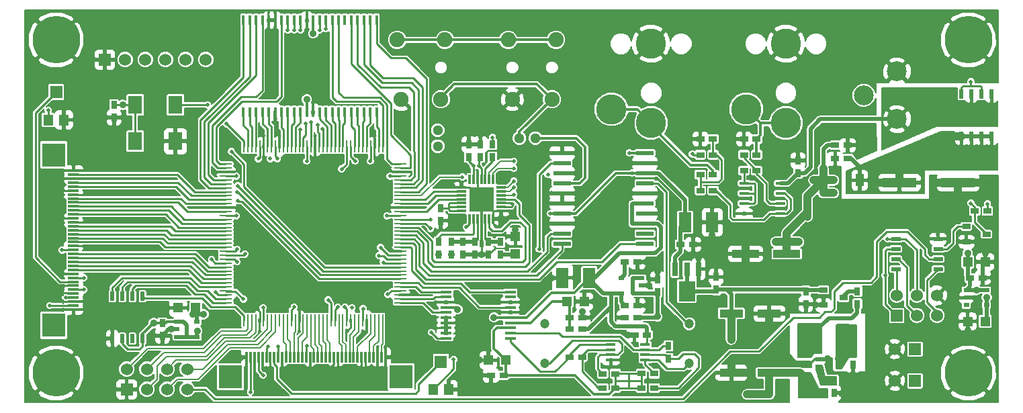
<source format=gtl>
G04 (created by PCBNEW-RS274X (2012-01-19 BZR 3256)-stable) date 2012/09/03 0:26:34*
G01*
G70*
G90*
%MOIN*%
G04 Gerber Fmt 3.4, Leading zero omitted, Abs format*
%FSLAX34Y34*%
G04 APERTURE LIST*
%ADD10C,0.006000*%
%ADD11C,0.150000*%
%ADD12R,0.118100X0.039400*%
%ADD13C,0.098400*%
%ADD14R,0.049200X0.047300*%
%ADD15R,0.047300X0.049200*%
%ADD16R,0.027600X0.070900*%
%ADD17R,0.078700X0.102400*%
%ADD18R,0.050000X0.015000*%
%ADD19R,0.011800X0.045200*%
%ADD20R,0.045200X0.011800*%
%ADD21R,0.124000X0.124000*%
%ADD22R,0.133900X0.039400*%
%ADD23R,0.065000X0.047300*%
%ADD24R,0.039300X0.062900*%
%ADD25R,0.212500X0.252000*%
%ADD26R,0.015700X0.047200*%
%ADD27R,0.063000X0.098400*%
%ADD28C,0.236200*%
%ADD29R,0.086600X0.023600*%
%ADD30R,0.060000X0.060000*%
%ADD31C,0.060000*%
%ADD32R,0.169300X0.047200*%
%ADD33R,0.039400X0.027600*%
%ADD34R,0.030000X0.020000*%
%ADD35R,0.060000X0.010000*%
%ADD36R,0.010000X0.060000*%
%ADD37C,0.074800*%
%ADD38R,0.070900X0.090000*%
%ADD39R,0.020000X0.045000*%
%ADD40R,0.045000X0.020000*%
%ADD41R,0.047200X0.015700*%
%ADD42R,0.011800X0.055100*%
%ADD43R,0.118100X0.118100*%
%ADD44R,0.055100X0.011800*%
%ADD45R,0.039400X0.031500*%
%ADD46R,0.031500X0.039400*%
%ADD47R,0.055100X0.015700*%
%ADD48C,0.047200*%
%ADD49R,0.063000X0.063000*%
%ADD50R,0.047200X0.055100*%
%ADD51C,0.051200*%
%ADD52C,0.020000*%
%ADD53C,0.035400*%
%ADD54C,0.009800*%
%ADD55C,0.019700*%
%ADD56C,0.013800*%
%ADD57C,0.039400*%
%ADD58C,0.007900*%
%ADD59C,0.007000*%
%ADD60C,0.007500*%
%ADD61C,0.010000*%
G04 APERTURE END LIST*
G54D10*
G54D11*
X31102Y-01772D03*
X31102Y-05709D03*
X29134Y-05020D03*
X37795Y-01772D03*
X37795Y-05709D03*
X35827Y-05020D03*
G54D12*
X36969Y-15157D03*
X35079Y-15157D03*
X36969Y-18110D03*
X35079Y-18110D03*
G54D13*
X43306Y-03149D03*
X41653Y-04331D03*
X43307Y-05512D03*
G54D14*
X24370Y-11337D03*
X24370Y-12203D03*
G54D15*
X47677Y-15551D03*
X46811Y-15551D03*
G54D16*
X33465Y-12953D03*
X32874Y-12953D03*
X32283Y-12953D03*
G54D17*
X32874Y-14055D03*
G54D18*
X29107Y-16702D03*
X29107Y-16958D03*
X29107Y-17214D03*
X29107Y-17470D03*
X30807Y-17470D03*
X30807Y-17214D03*
X30807Y-16958D03*
X30807Y-16702D03*
G54D19*
X22087Y-10469D03*
X22284Y-10469D03*
X22481Y-10469D03*
X22677Y-10469D03*
X22873Y-10469D03*
X23070Y-10469D03*
X23267Y-10469D03*
G54D20*
X23661Y-10075D03*
X23661Y-09878D03*
X23661Y-09681D03*
X23661Y-09485D03*
X23661Y-09289D03*
X23661Y-09092D03*
X23661Y-08895D03*
G54D19*
X23267Y-08501D03*
X23070Y-08501D03*
X22873Y-08501D03*
X22677Y-08501D03*
X22481Y-08501D03*
X22284Y-08501D03*
X22087Y-08501D03*
G54D20*
X21693Y-08895D03*
X21693Y-09092D03*
X21693Y-09289D03*
X21693Y-09485D03*
X21693Y-09681D03*
X21693Y-09878D03*
X21693Y-10075D03*
G54D21*
X22677Y-09485D03*
G54D22*
X37835Y-12205D03*
X35787Y-12205D03*
G54D15*
X46811Y-12598D03*
X47677Y-12598D03*
X26929Y-14567D03*
X27795Y-14567D03*
X23898Y-17480D03*
X23032Y-17480D03*
G54D23*
X38720Y-17146D03*
X38720Y-18327D03*
G54D24*
X41448Y-08544D03*
G54D25*
X40551Y-11496D03*
G54D24*
X39654Y-08544D03*
G54D26*
X10866Y-05158D03*
X11181Y-05158D03*
X11496Y-05158D03*
X11811Y-05158D03*
X12126Y-05158D03*
X12441Y-05158D03*
X12756Y-05158D03*
X13071Y-05158D03*
X13386Y-05158D03*
X13701Y-05158D03*
X14016Y-05158D03*
X14331Y-05158D03*
X14646Y-05158D03*
X14960Y-05158D03*
X15275Y-05158D03*
X15590Y-05158D03*
X15905Y-05158D03*
X16220Y-05158D03*
X16535Y-05158D03*
X16850Y-05158D03*
X17165Y-05158D03*
X17480Y-05158D03*
X10866Y-00591D03*
X11181Y-00591D03*
X11496Y-00591D03*
X11811Y-00591D03*
X12126Y-00591D03*
X12441Y-00591D03*
X12756Y-00591D03*
X13071Y-00591D03*
X13386Y-00591D03*
X13701Y-00591D03*
X14016Y-00591D03*
X14331Y-00591D03*
X14646Y-00591D03*
X14961Y-00591D03*
X15275Y-00591D03*
X15590Y-00591D03*
X15905Y-00591D03*
X16220Y-00591D03*
X16535Y-00591D03*
X16850Y-00591D03*
X17165Y-00591D03*
X17480Y-00591D03*
G54D27*
X40609Y-16160D03*
X39271Y-16160D03*
G54D28*
X46850Y-18110D03*
X46850Y-01575D03*
X01575Y-18110D03*
X01575Y-01575D03*
G54D29*
X26679Y-07199D03*
X26679Y-07699D03*
X26679Y-08199D03*
X26679Y-08699D03*
X26679Y-09199D03*
X26679Y-09699D03*
X26679Y-10199D03*
X26679Y-10699D03*
X26679Y-11199D03*
X26679Y-11699D03*
X30801Y-11699D03*
X30801Y-11199D03*
X30801Y-10699D03*
X30801Y-10199D03*
X30801Y-09699D03*
X30801Y-09199D03*
X30801Y-08699D03*
X30801Y-08199D03*
X30801Y-07699D03*
X30801Y-07199D03*
G54D30*
X03996Y-02559D03*
G54D31*
X04996Y-02559D03*
X05996Y-02559D03*
X06996Y-02559D03*
X07996Y-02559D03*
X08996Y-02559D03*
G54D30*
X44201Y-18504D03*
G54D31*
X43201Y-18504D03*
G54D30*
X44201Y-16929D03*
G54D31*
X43201Y-16929D03*
G54D30*
X43291Y-15264D03*
G54D31*
X43291Y-14264D03*
X44291Y-15264D03*
X44291Y-14264D03*
X45291Y-15264D03*
X45291Y-14264D03*
G54D15*
X07638Y-14882D03*
X08504Y-14882D03*
G54D27*
X28031Y-13386D03*
X26693Y-13386D03*
X34134Y-10630D03*
X32796Y-10630D03*
G54D32*
X43425Y-08661D03*
X46339Y-08661D03*
G54D33*
X40657Y-14370D03*
X39657Y-14745D03*
X39657Y-13995D03*
X47744Y-11220D03*
X46744Y-11595D03*
X46744Y-10845D03*
G54D34*
X07571Y-15570D03*
X07571Y-16320D03*
X08571Y-15570D03*
X07571Y-15945D03*
X08571Y-16320D03*
X46744Y-13995D03*
X46744Y-14745D03*
X47744Y-13995D03*
X46744Y-14370D03*
X47744Y-14745D03*
X30618Y-14155D03*
X30618Y-13405D03*
X29618Y-14155D03*
X30618Y-13780D03*
X29618Y-13405D03*
X39401Y-17045D03*
X39401Y-17795D03*
X40401Y-17045D03*
X39401Y-17420D03*
X40401Y-17795D03*
G54D35*
X10006Y-07736D03*
X10006Y-07936D03*
X10006Y-08131D03*
X10006Y-08326D03*
X10006Y-08526D03*
X10006Y-08721D03*
X10006Y-08916D03*
X10006Y-09116D03*
X10006Y-09311D03*
X10006Y-09506D03*
X10006Y-09706D03*
X10006Y-09901D03*
X10006Y-10096D03*
X10006Y-10296D03*
X10006Y-10491D03*
X10006Y-10686D03*
X10006Y-10886D03*
X10006Y-11081D03*
X10006Y-11281D03*
X10006Y-11476D03*
X10006Y-11676D03*
X10006Y-11871D03*
X10006Y-12066D03*
X10006Y-12266D03*
X10006Y-12461D03*
X10006Y-12656D03*
X10006Y-12856D03*
X10006Y-13051D03*
X10006Y-13246D03*
X10006Y-13446D03*
X10006Y-13641D03*
X10006Y-13836D03*
X10006Y-14036D03*
X10006Y-14231D03*
X10006Y-14426D03*
X10006Y-14626D03*
G54D36*
X16596Y-15506D03*
X16791Y-15506D03*
X16986Y-15506D03*
X17186Y-15506D03*
X17381Y-15506D03*
X17576Y-15506D03*
X17776Y-15506D03*
X16791Y-06856D03*
X16596Y-06856D03*
X16396Y-06856D03*
X16201Y-06856D03*
X16006Y-06856D03*
X15806Y-06856D03*
X15611Y-06856D03*
X15416Y-06856D03*
X15216Y-06856D03*
X15021Y-06856D03*
X14826Y-06856D03*
X14626Y-06856D03*
X14431Y-06856D03*
X14231Y-06856D03*
X14036Y-06856D03*
X13836Y-06856D03*
X13641Y-06856D03*
X13446Y-06856D03*
X13246Y-06856D03*
X13051Y-06856D03*
X12856Y-06856D03*
X12656Y-06856D03*
X12461Y-06856D03*
X12266Y-06856D03*
X12066Y-06856D03*
X11871Y-06856D03*
X11676Y-06856D03*
X11476Y-06856D03*
X11281Y-06856D03*
X11086Y-06856D03*
X10886Y-06856D03*
X10886Y-15506D03*
X11086Y-15506D03*
X11281Y-15506D03*
X11476Y-15506D03*
X11676Y-15506D03*
X11871Y-15506D03*
X12066Y-15506D03*
X12266Y-15506D03*
X12461Y-15506D03*
X12656Y-15506D03*
X12856Y-15506D03*
X13051Y-15506D03*
X13246Y-15506D03*
X13446Y-15506D03*
X13641Y-15506D03*
X13836Y-15506D03*
X14036Y-15506D03*
X14231Y-15506D03*
X14431Y-15506D03*
X14626Y-15506D03*
X14826Y-15506D03*
X15021Y-15506D03*
X15216Y-15506D03*
X15416Y-15506D03*
X15611Y-15506D03*
X15806Y-15506D03*
X16006Y-15506D03*
X16201Y-15506D03*
X16396Y-15506D03*
G54D35*
X18656Y-13641D03*
X18656Y-13446D03*
X18656Y-13246D03*
X18656Y-13051D03*
X18656Y-12856D03*
X18656Y-12656D03*
X18656Y-12461D03*
X18656Y-12266D03*
X18656Y-12066D03*
X18656Y-11871D03*
X18656Y-11676D03*
X18656Y-11476D03*
X18656Y-11281D03*
X18656Y-11081D03*
X18656Y-10886D03*
X18656Y-10686D03*
X18656Y-10491D03*
X18656Y-10296D03*
X18656Y-10096D03*
X18656Y-09901D03*
X18656Y-09706D03*
X18656Y-09506D03*
X18656Y-09311D03*
X18656Y-09116D03*
X18656Y-08916D03*
X18656Y-08721D03*
X18656Y-08526D03*
X18656Y-08326D03*
X18656Y-08131D03*
X18656Y-07936D03*
X18656Y-07736D03*
X18656Y-14626D03*
X18656Y-14426D03*
X18656Y-14231D03*
X18656Y-14036D03*
X18656Y-13836D03*
G54D36*
X17776Y-06856D03*
X17576Y-06856D03*
X17381Y-06856D03*
X17186Y-06856D03*
X16986Y-06856D03*
G54D37*
X20669Y-04528D03*
X18701Y-04528D03*
X18504Y-01576D03*
X20866Y-01576D03*
X26181Y-04528D03*
X24213Y-04528D03*
X24016Y-01576D03*
X26378Y-01576D03*
G54D38*
X07496Y-06609D03*
X05496Y-06609D03*
X05496Y-04809D03*
X07496Y-04809D03*
G54D39*
X05868Y-16404D03*
X05868Y-14304D03*
X05368Y-16404D03*
X04868Y-16404D03*
X04368Y-16404D03*
X05368Y-14304D03*
X04868Y-14304D03*
X04368Y-14304D03*
X47994Y-06365D03*
X47994Y-04265D03*
X47494Y-06365D03*
X46994Y-06365D03*
X46494Y-06365D03*
X47494Y-04265D03*
X46994Y-04265D03*
X46494Y-04265D03*
G54D40*
X43241Y-12955D03*
X45341Y-12955D03*
X43241Y-12455D03*
X43241Y-11955D03*
X43241Y-11455D03*
X45341Y-12455D03*
X45341Y-11955D03*
X45341Y-11455D03*
G54D41*
X35721Y-08699D03*
X35721Y-09199D03*
X35721Y-09699D03*
X35721Y-10199D03*
X37508Y-08699D03*
X37508Y-09199D03*
X37508Y-09699D03*
X37508Y-10199D03*
G54D42*
X11025Y-17324D03*
G54D43*
X18701Y-18307D03*
X10236Y-18307D03*
G54D42*
X11222Y-17324D03*
X11419Y-17324D03*
X11616Y-17324D03*
X11812Y-17324D03*
X12009Y-17324D03*
X12206Y-17324D03*
X12403Y-17324D03*
X12600Y-17324D03*
X12797Y-17324D03*
X13191Y-17324D03*
X13387Y-17324D03*
X13584Y-17324D03*
X13781Y-17324D03*
X13978Y-17324D03*
X14175Y-17324D03*
X14372Y-17324D03*
X14568Y-17324D03*
X14765Y-17324D03*
X14962Y-17324D03*
X15159Y-17324D03*
X15356Y-17324D03*
X15553Y-17324D03*
X15750Y-17324D03*
X15946Y-17324D03*
X16143Y-17324D03*
X16340Y-17324D03*
X16537Y-17324D03*
X16734Y-17324D03*
X16931Y-17324D03*
X17128Y-17324D03*
X17324Y-17324D03*
X17521Y-17324D03*
X17718Y-17324D03*
X17915Y-17324D03*
G54D10*
G36*
X12934Y-17048D02*
X13052Y-17048D01*
X13052Y-17598D01*
X12934Y-17598D01*
X12934Y-17048D01*
X12934Y-17048D01*
G37*
G54D44*
X02440Y-08072D03*
G54D43*
X01457Y-15748D03*
X01457Y-07283D03*
G54D44*
X02440Y-08269D03*
X02440Y-08466D03*
X02440Y-08663D03*
X02440Y-08859D03*
X02440Y-09056D03*
X02440Y-09253D03*
X02440Y-09450D03*
X02440Y-09647D03*
X02440Y-09844D03*
X02440Y-10238D03*
X02440Y-10434D03*
X02440Y-10631D03*
X02440Y-10828D03*
X02440Y-11025D03*
X02440Y-11222D03*
X02440Y-11419D03*
X02440Y-11615D03*
X02440Y-11812D03*
X02440Y-12009D03*
X02440Y-12206D03*
X02440Y-12403D03*
X02440Y-12600D03*
X02440Y-12797D03*
X02440Y-12993D03*
X02440Y-13190D03*
X02440Y-13387D03*
X02440Y-13584D03*
X02440Y-13781D03*
X02440Y-13978D03*
X02440Y-14175D03*
X02440Y-14371D03*
X02440Y-14568D03*
X02440Y-14765D03*
X02440Y-14962D03*
G54D10*
G36*
X02716Y-09981D02*
X02716Y-10099D01*
X02166Y-10099D01*
X02166Y-09981D01*
X02716Y-09981D01*
X02716Y-09981D01*
G37*
G54D45*
X33543Y-07283D03*
X34173Y-07283D03*
G54D46*
X06850Y-16260D03*
X06850Y-15630D03*
G54D45*
X30906Y-16220D03*
X30276Y-16220D03*
X27047Y-15354D03*
X27677Y-15354D03*
X40236Y-07480D03*
X40866Y-07480D03*
G54D46*
X38780Y-14685D03*
X38780Y-14055D03*
G54D45*
X30433Y-15354D03*
X29803Y-15354D03*
G54D46*
X04449Y-04803D03*
X04449Y-05433D03*
G54D45*
X23780Y-18228D03*
X23150Y-18228D03*
G54D46*
X22638Y-06771D03*
X22638Y-07401D03*
X22047Y-06771D03*
X22047Y-07401D03*
X22362Y-12242D03*
X22362Y-11612D03*
X21772Y-12242D03*
X21772Y-11612D03*
G54D45*
X34173Y-08267D03*
X33543Y-08267D03*
G54D46*
X20551Y-12244D03*
X20551Y-11614D03*
X20669Y-10551D03*
X20669Y-09921D03*
X38386Y-07559D03*
X38386Y-08189D03*
G54D45*
X36339Y-07283D03*
X35709Y-07283D03*
G54D46*
X41339Y-14685D03*
X41339Y-14055D03*
X34331Y-13346D03*
X34331Y-13976D03*
G54D45*
X33189Y-11732D03*
X32559Y-11732D03*
X29803Y-12598D03*
X30433Y-12598D03*
X29803Y-14764D03*
X30433Y-14764D03*
G54D46*
X31417Y-14095D03*
X31417Y-13465D03*
X41121Y-17696D03*
X41121Y-17066D03*
G54D45*
X40866Y-06811D03*
X40236Y-06811D03*
X46929Y-13386D03*
X47559Y-13386D03*
X36339Y-08071D03*
X35709Y-08071D03*
G54D46*
X40176Y-18483D03*
X40176Y-19113D03*
X23228Y-07401D03*
X23228Y-06771D03*
X39665Y-19113D03*
X39665Y-18483D03*
G54D45*
X47165Y-10079D03*
X47795Y-10079D03*
G54D46*
X23031Y-12242D03*
X23031Y-11612D03*
G54D45*
X36339Y-06496D03*
X35709Y-06496D03*
X31260Y-18858D03*
X30630Y-18858D03*
X31257Y-18149D03*
X30627Y-18149D03*
G54D46*
X31969Y-17402D03*
X31969Y-16772D03*
G54D45*
X28701Y-18858D03*
X29331Y-18858D03*
X28701Y-18150D03*
X29331Y-18150D03*
X27677Y-17323D03*
X27047Y-17323D03*
G54D46*
X23622Y-11612D03*
X23622Y-12242D03*
G54D45*
X34173Y-06496D03*
X33543Y-06496D03*
X34173Y-09055D03*
X33543Y-09055D03*
X27677Y-15945D03*
X27047Y-15945D03*
G54D46*
X21181Y-11612D03*
X21181Y-12242D03*
G54D30*
X05075Y-18925D03*
G54D31*
X05075Y-17925D03*
X06075Y-18925D03*
X06075Y-17925D03*
X07075Y-18925D03*
X07075Y-17925D03*
X08075Y-18925D03*
X08075Y-17925D03*
G54D47*
X24113Y-16388D03*
X24113Y-16132D03*
X24113Y-15876D03*
X24113Y-15620D03*
X24113Y-15364D03*
X24113Y-15108D03*
X24113Y-14852D03*
X24113Y-14596D03*
X24113Y-14340D03*
X24113Y-14084D03*
X20926Y-14085D03*
X20926Y-14340D03*
X20926Y-14596D03*
X20926Y-14852D03*
X20926Y-15108D03*
X20926Y-15364D03*
X20926Y-15620D03*
X20926Y-15876D03*
X20926Y-16132D03*
X20926Y-16388D03*
G54D48*
X32992Y-15670D03*
X32992Y-17638D03*
X25827Y-15670D03*
X25827Y-17638D03*
G54D49*
X01575Y-04173D03*
G54D50*
X01181Y-05551D03*
X01969Y-05551D03*
G54D49*
X20669Y-17559D03*
G54D50*
X20275Y-18937D03*
X21063Y-18937D03*
G54D51*
X24567Y-06457D03*
X25355Y-06457D03*
X20512Y-06063D03*
X20512Y-06851D03*
G54D52*
X15748Y-07992D03*
X17598Y-12283D03*
X10945Y-12205D03*
X15079Y-14488D03*
G54D53*
X08346Y-15197D03*
X08898Y-15197D03*
G54D52*
X25984Y-08268D03*
G54D53*
X39646Y-09173D03*
G54D52*
X18150Y-08346D03*
X10512Y-08346D03*
G54D53*
X08583Y-16024D03*
G54D52*
X14016Y-07598D03*
G54D53*
X38858Y-10354D03*
G54D52*
X23228Y-06417D03*
G54D53*
X14016Y-04528D03*
X37795Y-11614D03*
X40157Y-09173D03*
G54D52*
X10551Y-11969D03*
G54D53*
X14331Y-01260D03*
G54D52*
X22559Y-07834D03*
X22283Y-07834D03*
G54D53*
X40157Y-08543D03*
G54D52*
X16417Y-07598D03*
X11850Y-14882D03*
X09291Y-12480D03*
G54D53*
X38425Y-11614D03*
G54D52*
X12559Y-07480D03*
X10866Y-14449D03*
X18031Y-14213D03*
X16260Y-14882D03*
X10551Y-12598D03*
X15551Y-14843D03*
X15906Y-14843D03*
X24213Y-09724D03*
G54D53*
X06417Y-15630D03*
X37283Y-11614D03*
G54D52*
X20197Y-16102D03*
G54D53*
X39646Y-07953D03*
G54D52*
X12205Y-07480D03*
G54D53*
X39173Y-08543D03*
G54D52*
X17677Y-11890D03*
G54D53*
X21497Y-14961D03*
G54D52*
X13386Y-14843D03*
G54D53*
X21181Y-12242D03*
G54D52*
X17992Y-10315D03*
X17165Y-07598D03*
X17815Y-12618D03*
G54D53*
X04882Y-04803D03*
G54D52*
X10512Y-10315D03*
G54D53*
X47244Y-13995D03*
X46811Y-12165D03*
G54D52*
X47795Y-09724D03*
G54D53*
X45354Y-06890D03*
G54D52*
X01870Y-12008D03*
X02953Y-13386D03*
X01181Y-05079D03*
G54D53*
X45984Y-06378D03*
G54D52*
X12087Y-16811D03*
X02953Y-13976D03*
G54D53*
X45984Y-07480D03*
X40748Y-17047D03*
G54D52*
X21299Y-17441D03*
X12598Y-16811D03*
X14016Y-16772D03*
G54D53*
X45984Y-06890D03*
X43583Y-07992D03*
X40394Y-17402D03*
X42126Y-08661D03*
G54D52*
X30157Y-09724D03*
X30157Y-10709D03*
G54D53*
X23307Y-15354D03*
G54D52*
X01260Y-14764D03*
G54D53*
X36969Y-19173D03*
X31417Y-15315D03*
X35866Y-19173D03*
G54D52*
X11220Y-19055D03*
G54D53*
X36457Y-19173D03*
G54D52*
X26102Y-10197D03*
X30157Y-08189D03*
G54D53*
X35079Y-16457D03*
G54D52*
X11850Y-18228D03*
G54D53*
X35079Y-15945D03*
G54D52*
X02047Y-14370D03*
G54D53*
X47756Y-14370D03*
G54D52*
X21732Y-08386D03*
X24291Y-08898D03*
X24291Y-09252D03*
X24291Y-07598D03*
X24291Y-08583D03*
X24291Y-07953D03*
X14783Y-05984D03*
X14961Y-01024D03*
X14646Y-01083D03*
X14547Y-05807D03*
X14232Y-05650D03*
X13701Y-01083D03*
X13957Y-05728D03*
X13386Y-01083D03*
X13071Y-01083D03*
X13681Y-06043D03*
X10591Y-08819D03*
X10551Y-09134D03*
X10276Y-07126D03*
X10591Y-09567D03*
X42835Y-11457D03*
X20157Y-10512D03*
X42717Y-13268D03*
X20157Y-10945D03*
X10039Y-05748D03*
X09094Y-04803D03*
G54D53*
X30984Y-13780D03*
G54D52*
X10709Y-17480D03*
X27323Y-08189D03*
G54D53*
X14016Y-03110D03*
X46339Y-09213D03*
X35906Y-18110D03*
G54D52*
X11969Y-09449D03*
X10512Y-09921D03*
G54D53*
X47677Y-12165D03*
G54D52*
X16280Y-12323D03*
G54D53*
X22677Y-12242D03*
G54D52*
X09488Y-14094D03*
X03031Y-10591D03*
X01890Y-08465D03*
X14173Y-17874D03*
G54D53*
X47598Y-08622D03*
G54D52*
X16417Y-09331D03*
X16575Y-17874D03*
X17008Y-17874D03*
X18110Y-09882D03*
G54D53*
X34134Y-11260D03*
G54D52*
X16280Y-11732D03*
G54D53*
X29961Y-16220D03*
G54D52*
X23386Y-10827D03*
X11535Y-14921D03*
X17126Y-13701D03*
X29567Y-17480D03*
X20198Y-15787D03*
X11929Y-17913D03*
X28740Y-08189D03*
X17520Y-17835D03*
X12205Y-17835D03*
G54D53*
X40551Y-19134D03*
X26142Y-13386D03*
G54D52*
X20669Y-10826D03*
X12244Y-12795D03*
G54D53*
X24803Y-15000D03*
G54D52*
X17913Y-17835D03*
G54D53*
X28268Y-14567D03*
X30866Y-12598D03*
G54D52*
X29528Y-15354D03*
X12795Y-09331D03*
X24134Y-10157D03*
X12441Y-05512D03*
G54D53*
X07283Y-15945D03*
G54D52*
X12795Y-17835D03*
X17795Y-09331D03*
X28740Y-10709D03*
X11732Y-06260D03*
X11811Y-13346D03*
X14016Y-01063D03*
G54D53*
X24370Y-10984D03*
G54D52*
X16024Y-16024D03*
X01890Y-13898D03*
X11457Y-18189D03*
X41299Y-06811D03*
X31457Y-10197D03*
X28740Y-09724D03*
G54D53*
X14331Y-02480D03*
X33465Y-12402D03*
G54D52*
X12244Y-12205D03*
G54D53*
X20551Y-12244D03*
G54D52*
X04370Y-16024D03*
X21536Y-15630D03*
X17244Y-06299D03*
X03051Y-11909D03*
X16850Y-16102D03*
X11024Y-13346D03*
G54D53*
X31417Y-13071D03*
G54D52*
X18110Y-07992D03*
X35709Y-06142D03*
G54D53*
X33701Y-11693D03*
G54D52*
X36220Y-10197D03*
G54D53*
X41102Y-18189D03*
G54D52*
X45315Y-11220D03*
X19213Y-14173D03*
X15669Y-17874D03*
X15906Y-13858D03*
X04016Y-05433D03*
X14331Y-04685D03*
X09488Y-08189D03*
X03031Y-07992D03*
X14449Y-07441D03*
G54D53*
X45157Y-08661D03*
G54D52*
X12244Y-11614D03*
X14646Y-13701D03*
X16339Y-10276D03*
X13661Y-14921D03*
X11299Y-08858D03*
G54D53*
X22598Y-17480D03*
X35787Y-12717D03*
G54D52*
X17402Y-13701D03*
X18110Y-11850D03*
X22047Y-06417D03*
G54D53*
X47244Y-14803D03*
X30906Y-14764D03*
X27677Y-15079D03*
G54D52*
X15748Y-09331D03*
G54D53*
X35787Y-11693D03*
X38819Y-17677D03*
G54D52*
X13386Y-13346D03*
G54D53*
X39843Y-17402D03*
X21497Y-14449D03*
G54D52*
X15157Y-17874D03*
X26142Y-09173D03*
X14055Y-09331D03*
X01890Y-10433D03*
X17205Y-09331D03*
X12598Y-06260D03*
X21260Y-08779D03*
G54D53*
X35079Y-17638D03*
G54D52*
X03071Y-09213D03*
X26142Y-09685D03*
X12047Y-01063D03*
G54D53*
X39252Y-14724D03*
G54D52*
X31457Y-07717D03*
X46378Y-11575D03*
X33543Y-06142D03*
G54D53*
X46811Y-15984D03*
G54D52*
X22638Y-06417D03*
X12480Y-01063D03*
X40236Y-07835D03*
X07480Y-07205D03*
X26102Y-10709D03*
X01890Y-09055D03*
G54D53*
X36969Y-15591D03*
G54D52*
X46969Y-09685D03*
X46969Y-03661D03*
X11614Y-07480D03*
X16811Y-14921D03*
X25551Y-11969D03*
X33150Y-07244D03*
X21929Y-10866D03*
X30020Y-07185D03*
G54D54*
X15079Y-14488D02*
X15216Y-14625D01*
X15748Y-07992D02*
X16006Y-07734D01*
G54D55*
X08571Y-15570D02*
X08571Y-15197D01*
X08571Y-15197D02*
X08571Y-14949D01*
X08571Y-14949D02*
X08504Y-14882D01*
G54D54*
X15216Y-15506D02*
X15216Y-14625D01*
X17993Y-12461D02*
X17815Y-12283D01*
X10884Y-12266D02*
X10006Y-12266D01*
G54D55*
X08571Y-15197D02*
X08583Y-15197D01*
X08583Y-15197D02*
X08898Y-15197D01*
G54D54*
X17815Y-12283D02*
X17598Y-12283D01*
X16006Y-07734D02*
X16006Y-06856D01*
G54D55*
X08583Y-15197D02*
X08346Y-15197D01*
G54D54*
X18656Y-12461D02*
X17993Y-12461D01*
X10945Y-12205D02*
X10884Y-12266D01*
X22283Y-07834D02*
X22283Y-08500D01*
G54D56*
X05868Y-16404D02*
X05868Y-16179D01*
G54D54*
X04868Y-16679D02*
X05118Y-16929D01*
G54D57*
X39654Y-09165D02*
X39654Y-08544D01*
G54D54*
X14036Y-06856D02*
X14036Y-07578D01*
X23661Y-09878D02*
X24170Y-09878D01*
X05118Y-16929D02*
X05709Y-16929D01*
X10492Y-08326D02*
X10512Y-08346D01*
X10414Y-12461D02*
X10551Y-12598D01*
G54D57*
X37283Y-11614D02*
X37795Y-11614D01*
G54D54*
X22677Y-07952D02*
X22559Y-07834D01*
X10454Y-12066D02*
X10551Y-11969D01*
X24170Y-09681D02*
X24213Y-09724D01*
G54D55*
X08071Y-15748D02*
X08071Y-16320D01*
X07893Y-15570D02*
X08071Y-15748D01*
G54D54*
X13246Y-14983D02*
X13386Y-14843D01*
X22559Y-07480D02*
X22638Y-07401D01*
X23228Y-06771D02*
X23228Y-06417D01*
G54D56*
X06850Y-15630D02*
X06417Y-15630D01*
X06850Y-15630D02*
X07008Y-15630D01*
G54D54*
X10866Y-14449D02*
X10472Y-14055D01*
G54D56*
X07008Y-15630D02*
X07068Y-15570D01*
G54D54*
X10006Y-12656D02*
X09467Y-12656D01*
G54D56*
X20926Y-14852D02*
X21388Y-14852D01*
X07068Y-15570D02*
X07571Y-15570D01*
G54D54*
X12461Y-06856D02*
X12461Y-07382D01*
X05490Y-04803D02*
X05496Y-04809D01*
X22559Y-07834D02*
X22559Y-07480D01*
G54D55*
X40236Y-06811D02*
X39843Y-06811D01*
G54D54*
X12461Y-07382D02*
X12559Y-07480D01*
X17677Y-11890D02*
X18053Y-12266D01*
X04868Y-16404D02*
X04868Y-16679D01*
X17992Y-10315D02*
X18011Y-10296D01*
G54D55*
X08571Y-16320D02*
X08571Y-16036D01*
X08571Y-16036D02*
X08583Y-16024D01*
G54D54*
X11871Y-14903D02*
X11871Y-15506D01*
X22047Y-07401D02*
X22047Y-07598D01*
X05868Y-16770D02*
X05868Y-16404D01*
X15433Y-14961D02*
X15433Y-15489D01*
G54D57*
X37835Y-11654D02*
X37795Y-11614D01*
X39174Y-08544D02*
X39173Y-08543D01*
G54D54*
X16201Y-07382D02*
X16417Y-07598D01*
X10472Y-14055D02*
X10025Y-14055D01*
X10493Y-10296D02*
X10512Y-10315D01*
G54D55*
X07571Y-15570D02*
X07893Y-15570D01*
G54D57*
X40157Y-09173D02*
X39646Y-09173D01*
G54D54*
X18656Y-14036D02*
X18208Y-14036D01*
X15551Y-14843D02*
X15433Y-14961D01*
X18656Y-08326D02*
X18170Y-08326D01*
X04882Y-04803D02*
X05490Y-04803D01*
X10025Y-14055D02*
X10006Y-14036D01*
G54D56*
X05868Y-16179D02*
X06417Y-15630D01*
G54D54*
X18208Y-14036D02*
X18031Y-14213D01*
G54D57*
X39654Y-08544D02*
X40156Y-08544D01*
G54D54*
X24170Y-09878D02*
X24213Y-09835D01*
G54D55*
X07571Y-16320D02*
X08071Y-16320D01*
G54D54*
X10006Y-10296D02*
X10493Y-10296D01*
X18656Y-12656D02*
X17853Y-12656D01*
X18170Y-08326D02*
X18150Y-08346D01*
X14036Y-07578D02*
X14016Y-07598D01*
X18053Y-12266D02*
X18656Y-12266D01*
G54D56*
X14331Y-00591D02*
X14331Y-01260D01*
G54D54*
X17186Y-06856D02*
X17186Y-07577D01*
G54D56*
X21388Y-14852D02*
X21497Y-14961D01*
X14016Y-04528D02*
X14016Y-05158D01*
G54D54*
X20483Y-16388D02*
X20197Y-16102D01*
X17186Y-07577D02*
X17165Y-07598D01*
X05496Y-04809D02*
X05496Y-06609D01*
X17853Y-12656D02*
X17815Y-12618D01*
X20926Y-16388D02*
X20483Y-16388D01*
X11850Y-14882D02*
X11871Y-14903D01*
X15433Y-14961D02*
X15416Y-14978D01*
X15433Y-15489D02*
X15416Y-15506D01*
G54D57*
X39654Y-07961D02*
X39646Y-07953D01*
G54D55*
X39654Y-07000D02*
X39654Y-08544D01*
G54D57*
X37795Y-11614D02*
X38425Y-11614D01*
G54D54*
X04449Y-04803D02*
X04882Y-04803D01*
X05709Y-16929D02*
X05868Y-16770D01*
G54D57*
X40156Y-08544D02*
X40157Y-08543D01*
G54D54*
X16006Y-14943D02*
X15906Y-14843D01*
X24213Y-09835D02*
X24213Y-09724D01*
X18011Y-10296D02*
X18656Y-10296D01*
G54D57*
X39654Y-08544D02*
X39174Y-08544D01*
X37835Y-12205D02*
X37835Y-11156D01*
G54D54*
X16201Y-06856D02*
X16201Y-07382D01*
X22677Y-08501D02*
X22677Y-07952D01*
X16006Y-15506D02*
X16006Y-14943D01*
X10006Y-08326D02*
X10492Y-08326D01*
X13246Y-15506D02*
X13246Y-14983D01*
G54D57*
X37835Y-11654D02*
X37835Y-12205D01*
G54D54*
X22047Y-07598D02*
X22283Y-07834D01*
X10006Y-12461D02*
X10414Y-12461D01*
G54D57*
X37835Y-11156D02*
X38866Y-10125D01*
G54D54*
X10006Y-12066D02*
X10454Y-12066D01*
X24170Y-09681D02*
X23661Y-09681D01*
G54D57*
X38858Y-09340D02*
X39654Y-08544D01*
X39654Y-09165D02*
X39646Y-09173D01*
G54D55*
X08071Y-16320D02*
X08571Y-16320D01*
G54D54*
X09467Y-12656D02*
X09291Y-12480D01*
G54D57*
X39654Y-08544D02*
X39654Y-07961D01*
X38858Y-10354D02*
X38858Y-09340D01*
G54D55*
X39843Y-06811D02*
X39654Y-07000D01*
G54D54*
X22283Y-08500D02*
X22284Y-08501D01*
G54D55*
X38740Y-08189D02*
X39016Y-07913D01*
X39016Y-05984D02*
X39488Y-05512D01*
X39016Y-07913D02*
X39016Y-05984D01*
X37876Y-08699D02*
X38386Y-08189D01*
X46744Y-13995D02*
X47244Y-13995D01*
X46811Y-12598D02*
X46811Y-13268D01*
X46929Y-13386D02*
X46929Y-13810D01*
X47244Y-13995D02*
X47744Y-13995D01*
X46811Y-13268D02*
X46929Y-13386D01*
X46811Y-12598D02*
X46811Y-12165D01*
X39488Y-05512D02*
X43307Y-05512D01*
X37508Y-08699D02*
X37876Y-08699D01*
X46929Y-13810D02*
X46744Y-13995D01*
G54D54*
X47795Y-10079D02*
X47795Y-09724D01*
G54D55*
X38386Y-08189D02*
X38740Y-08189D01*
X40767Y-17066D02*
X40748Y-17047D01*
G54D54*
X02440Y-12009D02*
X01871Y-12009D01*
X02951Y-13978D02*
X02953Y-13976D01*
G54D55*
X40866Y-07480D02*
X41023Y-07480D01*
X40401Y-17395D02*
X40394Y-17402D01*
G54D54*
X12009Y-16889D02*
X12087Y-16811D01*
G54D55*
X40401Y-17045D02*
X40401Y-17395D01*
G54D54*
X12009Y-17324D02*
X12009Y-16889D01*
X12600Y-16813D02*
X12598Y-16811D01*
X01871Y-12009D02*
X01870Y-12008D01*
G54D57*
X43425Y-08661D02*
X43425Y-08150D01*
X45997Y-06365D02*
X45984Y-06378D01*
G54D54*
X02952Y-13387D02*
X02953Y-13386D01*
X21299Y-17913D02*
X21299Y-17441D01*
G54D57*
X43425Y-08150D02*
X43583Y-07992D01*
G54D54*
X13978Y-17324D02*
X13978Y-16810D01*
X02440Y-13978D02*
X02951Y-13978D01*
G54D57*
X45984Y-06890D02*
X45354Y-06890D01*
G54D55*
X41448Y-07905D02*
X41448Y-08544D01*
G54D54*
X20275Y-18937D02*
X21299Y-17913D01*
G54D55*
X41023Y-07480D02*
X41448Y-07905D01*
G54D54*
X02440Y-13387D02*
X02952Y-13387D01*
X01181Y-05551D02*
X01181Y-05079D01*
G54D57*
X45997Y-06365D02*
X46494Y-06365D01*
G54D55*
X41121Y-17066D02*
X40767Y-17066D01*
G54D57*
X45984Y-07480D02*
X45984Y-06890D01*
X45984Y-06890D02*
X45984Y-06378D01*
G54D54*
X13978Y-16810D02*
X14016Y-16772D01*
G54D57*
X43425Y-08661D02*
X42126Y-08661D01*
G54D54*
X12600Y-17324D02*
X12600Y-16813D01*
G54D55*
X29116Y-14803D02*
X29116Y-15573D01*
X29330Y-15787D02*
X30827Y-15787D01*
G54D56*
X27283Y-14134D02*
X28031Y-13386D01*
X26141Y-14134D02*
X27283Y-14134D01*
G54D55*
X29116Y-14155D02*
X29213Y-14155D01*
X27992Y-15945D02*
X29116Y-14821D01*
X31575Y-10866D02*
X31408Y-10699D01*
X30157Y-10709D02*
X30791Y-10709D01*
G54D54*
X30906Y-16220D02*
X30906Y-16603D01*
G54D55*
X28031Y-13464D02*
X28722Y-14155D01*
X28307Y-13386D02*
X29528Y-12165D01*
X30182Y-09699D02*
X30157Y-09724D01*
X31575Y-11889D02*
X31575Y-10866D01*
X28722Y-14155D02*
X29618Y-14155D01*
X29116Y-14803D02*
X29116Y-14155D01*
X29213Y-14155D02*
X29618Y-14155D01*
X30906Y-15866D02*
X30906Y-16220D01*
G54D56*
X23317Y-15364D02*
X23307Y-15354D01*
G54D55*
X30791Y-10709D02*
X30801Y-10699D01*
X30157Y-09724D02*
X30157Y-10709D01*
X31299Y-12165D02*
X31575Y-11889D01*
X29116Y-15573D02*
X29330Y-15787D01*
X28031Y-13386D02*
X28307Y-13386D01*
G54D56*
X24911Y-15364D02*
X26141Y-14134D01*
X24113Y-15364D02*
X23317Y-15364D01*
G54D55*
X29116Y-14821D02*
X29116Y-14803D01*
X29528Y-12165D02*
X31299Y-12165D01*
X27677Y-15945D02*
X27992Y-15945D01*
X31408Y-10699D02*
X30801Y-10699D01*
G54D54*
X30906Y-16603D02*
X30807Y-16702D01*
G54D56*
X24113Y-15364D02*
X24911Y-15364D01*
G54D55*
X30801Y-09699D02*
X30182Y-09699D01*
X29618Y-14579D02*
X29803Y-14764D01*
X28031Y-13386D02*
X28031Y-13464D01*
X29618Y-14155D02*
X29618Y-14579D01*
X30827Y-15787D02*
X30906Y-15866D01*
X30157Y-09724D02*
X30182Y-09699D01*
X31357Y-14155D02*
X31417Y-14095D01*
X30618Y-14155D02*
X31357Y-14155D01*
X30176Y-13405D02*
X30197Y-13426D01*
G54D54*
X11222Y-19053D02*
X11220Y-19055D01*
G54D55*
X30197Y-14174D02*
X30216Y-14155D01*
X30197Y-13426D02*
X30197Y-14174D01*
G54D57*
X36969Y-18110D02*
X38503Y-18110D01*
X35866Y-19173D02*
X36457Y-19173D01*
G54D54*
X02440Y-14765D02*
X01261Y-14765D01*
G54D55*
X30618Y-13405D02*
X30176Y-13405D01*
G54D57*
X36969Y-19173D02*
X36969Y-18110D01*
G54D55*
X30433Y-15354D02*
X31378Y-15354D01*
G54D57*
X36457Y-19173D02*
X36969Y-19173D01*
G54D55*
X30216Y-14155D02*
X30618Y-14155D01*
G54D54*
X11222Y-17324D02*
X11222Y-19053D01*
G54D55*
X31378Y-15354D02*
X31417Y-15315D01*
G54D54*
X01261Y-14765D02*
X01260Y-14764D01*
G54D55*
X31417Y-14095D02*
X31417Y-15315D01*
G54D57*
X38503Y-18110D02*
X38720Y-18327D01*
G54D55*
X32559Y-12086D02*
X32283Y-12362D01*
G54D56*
X29360Y-08199D02*
X27360Y-10199D01*
X30147Y-08199D02*
X29803Y-08199D01*
G54D55*
X32283Y-12362D02*
X32283Y-12953D01*
G54D56*
X29803Y-08199D02*
X29360Y-08199D01*
X30147Y-08199D02*
X30157Y-08189D01*
G54D55*
X32559Y-11732D02*
X32559Y-10867D01*
X32559Y-10867D02*
X32796Y-10630D01*
X32559Y-11732D02*
X32559Y-12086D01*
X32796Y-10630D02*
X32796Y-09528D01*
X32796Y-09528D02*
X31467Y-08199D01*
X31467Y-08199D02*
X30801Y-08199D01*
G54D56*
X26104Y-10199D02*
X26102Y-10197D01*
X27360Y-10199D02*
X26679Y-10199D01*
X30801Y-08199D02*
X29803Y-08199D01*
X26104Y-10199D02*
X26679Y-10199D01*
G54D55*
X32874Y-14055D02*
X34252Y-14055D01*
X38840Y-13995D02*
X38780Y-14055D01*
X34331Y-13976D02*
X34843Y-13976D01*
G54D54*
X02048Y-14371D02*
X02047Y-14370D01*
X11616Y-17324D02*
X11616Y-17994D01*
G54D55*
X35079Y-15157D02*
X35079Y-14212D01*
X35079Y-14212D02*
X34843Y-13976D01*
X32874Y-14055D02*
X32874Y-12953D01*
G54D57*
X35079Y-16457D02*
X35079Y-15945D01*
G54D54*
X02440Y-14371D02*
X02048Y-14371D01*
G54D55*
X39657Y-13995D02*
X38840Y-13995D01*
X34843Y-13976D02*
X38701Y-13976D01*
X38701Y-13976D02*
X38780Y-14055D01*
G54D54*
X11616Y-17994D02*
X11850Y-18228D01*
G54D55*
X34252Y-14055D02*
X34331Y-13976D01*
G54D57*
X35079Y-15945D02*
X35079Y-15157D01*
G54D55*
X47744Y-15484D02*
X47677Y-15551D01*
X47744Y-14745D02*
X47744Y-15484D01*
G54D54*
X43291Y-13005D02*
X43241Y-12955D01*
G54D55*
X47744Y-14382D02*
X47744Y-14745D01*
X47756Y-14370D02*
X47744Y-14382D01*
G54D54*
X43291Y-14264D02*
X43291Y-13005D01*
X44803Y-14606D02*
X44803Y-13493D01*
X44803Y-13493D02*
X45341Y-12955D01*
X45291Y-15094D02*
X44803Y-14606D01*
X45291Y-15264D02*
X45291Y-15094D01*
X43361Y-12455D02*
X43780Y-12874D01*
X43780Y-14753D02*
X44291Y-15264D01*
X43780Y-12874D02*
X43780Y-14753D01*
X43241Y-12455D02*
X43361Y-12455D01*
X44291Y-15264D02*
X44291Y-15196D01*
X19676Y-14085D02*
X20926Y-14085D01*
X19427Y-13836D02*
X19676Y-14085D01*
X18656Y-13836D02*
X19427Y-13836D01*
X18656Y-14426D02*
X20299Y-14426D01*
X20299Y-14426D02*
X20385Y-14340D01*
X20385Y-14340D02*
X20926Y-14340D01*
X21653Y-13661D02*
X19842Y-13661D01*
X24113Y-14084D02*
X22076Y-14084D01*
X19842Y-13661D02*
X19213Y-13032D01*
X19154Y-11871D02*
X18656Y-11871D01*
X19213Y-11930D02*
X19154Y-11871D01*
X18656Y-11871D02*
X18997Y-11871D01*
X22076Y-14084D02*
X21653Y-13661D01*
X19213Y-13032D02*
X19213Y-11930D01*
X19547Y-13641D02*
X19764Y-13858D01*
X22569Y-14852D02*
X24113Y-14852D01*
X19764Y-13858D02*
X21575Y-13858D01*
X18656Y-13641D02*
X19547Y-13641D01*
X21575Y-13858D02*
X22569Y-14852D01*
X18656Y-14626D02*
X19784Y-14626D01*
X20266Y-15108D02*
X20926Y-15108D01*
X19784Y-14626D02*
X20266Y-15108D01*
G54D58*
X21732Y-08386D02*
X20787Y-08386D01*
X19705Y-09311D02*
X18656Y-09311D01*
X20630Y-08386D02*
X19705Y-09311D01*
X20787Y-08386D02*
X20630Y-08386D01*
X23661Y-09092D02*
X24097Y-09092D01*
X24097Y-09092D02*
X24291Y-08898D01*
X23661Y-09289D02*
X24254Y-09289D01*
X24254Y-09289D02*
X24291Y-09252D01*
X24291Y-07598D02*
X23622Y-07598D01*
X23622Y-07598D02*
X23070Y-08150D01*
X23070Y-08150D02*
X23070Y-08501D01*
G54D54*
X21693Y-09485D02*
X20555Y-09485D01*
X19944Y-10096D02*
X18656Y-10096D01*
X20555Y-09485D02*
X19944Y-10096D01*
X20018Y-09706D02*
X20435Y-09289D01*
X18656Y-09706D02*
X20018Y-09706D01*
X20435Y-09289D02*
X21693Y-09289D01*
G54D58*
X23661Y-08895D02*
X23979Y-08895D01*
X23979Y-08895D02*
X24291Y-08583D01*
G54D54*
X24567Y-10276D02*
X24567Y-09725D01*
X24567Y-09725D02*
X24327Y-09485D01*
X20020Y-12579D02*
X20276Y-12835D01*
X25059Y-12618D02*
X25059Y-10768D01*
X18656Y-11081D02*
X19486Y-11081D01*
X25059Y-10768D02*
X24567Y-10276D01*
X20276Y-12835D02*
X24842Y-12835D01*
X24842Y-12835D02*
X25059Y-12618D01*
X24327Y-09485D02*
X23661Y-09485D01*
X19486Y-11081D02*
X20020Y-11615D01*
X20020Y-11615D02*
X20020Y-12579D01*
X18656Y-09506D02*
X19903Y-09506D01*
X19903Y-09506D02*
X20317Y-09092D01*
X20317Y-09092D02*
X21693Y-09092D01*
X22873Y-07953D02*
X22873Y-08501D01*
X23228Y-07401D02*
X23228Y-07598D01*
X23228Y-07598D02*
X22873Y-07953D01*
G54D58*
X23267Y-08501D02*
X23267Y-08189D01*
X23503Y-07953D02*
X24291Y-07953D01*
X23267Y-08189D02*
X23503Y-07953D01*
G54D54*
X20236Y-12480D02*
X20354Y-12598D01*
X23228Y-11063D02*
X23070Y-10905D01*
X24134Y-10630D02*
X23701Y-11063D01*
X24607Y-10630D02*
X24134Y-10630D01*
X24843Y-12480D02*
X24843Y-10866D01*
X24843Y-10866D02*
X24607Y-10630D01*
X23701Y-11063D02*
X23228Y-11063D01*
X24725Y-12598D02*
X24843Y-12480D01*
X20354Y-12598D02*
X24725Y-12598D01*
X19547Y-10886D02*
X20236Y-11575D01*
X23070Y-10905D02*
X23070Y-10469D01*
X18656Y-10886D02*
X19547Y-10886D01*
X20236Y-11575D02*
X20236Y-12480D01*
X07010Y-10238D02*
X07658Y-10886D01*
X07658Y-10886D02*
X10006Y-10886D01*
X02440Y-10238D02*
X07010Y-10238D01*
X02441Y-10040D02*
X07166Y-10040D01*
X07166Y-10040D02*
X07812Y-10686D01*
X07812Y-10686D02*
X10006Y-10686D01*
X07932Y-10491D02*
X10006Y-10491D01*
X07285Y-09844D02*
X07932Y-10491D01*
X02440Y-09844D02*
X07285Y-09844D01*
X08088Y-10096D02*
X10006Y-10096D01*
X07639Y-09647D02*
X08088Y-10096D01*
X02440Y-09647D02*
X07639Y-09647D01*
X08013Y-09706D02*
X10006Y-09706D01*
X02440Y-09450D02*
X07757Y-09450D01*
X07757Y-09450D02*
X08013Y-09706D01*
X08447Y-09116D02*
X10006Y-09116D01*
X02440Y-08269D02*
X07600Y-08269D01*
X07600Y-08269D02*
X08447Y-09116D01*
X02440Y-11615D02*
X06733Y-11615D01*
X06989Y-11871D02*
X10006Y-11871D01*
X06733Y-11615D02*
X06989Y-11871D01*
X07109Y-11676D02*
X10006Y-11676D01*
X06852Y-11419D02*
X07109Y-11676D01*
X02440Y-11419D02*
X06852Y-11419D01*
X06931Y-11222D02*
X02440Y-11222D01*
X10006Y-11476D02*
X07185Y-11476D01*
X07185Y-11476D02*
X06931Y-11222D01*
X07049Y-11025D02*
X07305Y-11281D01*
X02440Y-11025D02*
X07049Y-11025D01*
X07305Y-11281D02*
X10006Y-11281D01*
X07499Y-11081D02*
X10006Y-11081D01*
X02440Y-10828D02*
X07246Y-10828D01*
X07246Y-10828D02*
X07499Y-11081D01*
X08288Y-09311D02*
X10006Y-09311D01*
X02440Y-08663D02*
X07640Y-08663D01*
X07640Y-08663D02*
X08288Y-09311D01*
X02440Y-12993D02*
X08151Y-12993D01*
X08151Y-12993D02*
X08799Y-13641D01*
X08799Y-13641D02*
X10006Y-13641D01*
X08230Y-12797D02*
X08879Y-13446D01*
X08879Y-13446D02*
X10006Y-13446D01*
X02440Y-12797D02*
X08230Y-12797D01*
X02440Y-12600D02*
X08330Y-12600D01*
X08976Y-13246D02*
X10006Y-13246D01*
X08330Y-12600D02*
X08976Y-13246D01*
X02440Y-12403D02*
X08427Y-12403D01*
X08427Y-12403D02*
X09075Y-13051D01*
X09075Y-13051D02*
X10006Y-13051D01*
X08505Y-12206D02*
X09155Y-12856D01*
X09155Y-12856D02*
X10006Y-12856D01*
X02440Y-12206D02*
X08505Y-12206D01*
X10006Y-09506D02*
X08167Y-09506D01*
X07520Y-08859D02*
X02440Y-08859D01*
X08167Y-09506D02*
X07520Y-08859D01*
G54D58*
X15611Y-16635D02*
X15750Y-16774D01*
X15611Y-15506D02*
X15611Y-16635D01*
X15750Y-16774D02*
X15750Y-17324D01*
X15946Y-17324D02*
X15946Y-16694D01*
X15806Y-16554D02*
X15806Y-15506D01*
X15946Y-16694D02*
X15806Y-16554D01*
X16143Y-16219D02*
X16143Y-17324D01*
X16396Y-15966D02*
X16143Y-16219D01*
X16396Y-15506D02*
X16396Y-15966D01*
X16340Y-16337D02*
X16596Y-16081D01*
X16340Y-17324D02*
X16340Y-16337D01*
X16596Y-16081D02*
X16596Y-15506D01*
X17186Y-15506D02*
X17186Y-16160D01*
X17186Y-16160D02*
X16537Y-16809D01*
X16537Y-16809D02*
X16537Y-17324D01*
G54D59*
X17776Y-16673D02*
X17718Y-16731D01*
X17718Y-16731D02*
X17718Y-17324D01*
X17776Y-15506D02*
X17776Y-16673D01*
G54D58*
X14231Y-16790D02*
X14231Y-15506D01*
X14372Y-17324D02*
X14372Y-16931D01*
X14372Y-16931D02*
X14231Y-16790D01*
X14568Y-16851D02*
X14568Y-17324D01*
X14431Y-15506D02*
X14431Y-16714D01*
X14431Y-16714D02*
X14568Y-16851D01*
X14626Y-15506D02*
X14626Y-16673D01*
X14626Y-16673D02*
X14765Y-16812D01*
X14765Y-16812D02*
X14765Y-17324D01*
X14826Y-16518D02*
X14826Y-15506D01*
X14962Y-16654D02*
X14826Y-16518D01*
X14962Y-17324D02*
X14962Y-16654D01*
X15021Y-15506D02*
X15021Y-16478D01*
X15159Y-16616D02*
X15159Y-17324D01*
X15021Y-16478D02*
X15159Y-16616D01*
X17576Y-16519D02*
X17324Y-16771D01*
X17324Y-16771D02*
X17324Y-17324D01*
X17576Y-15506D02*
X17576Y-16519D01*
X12993Y-16694D02*
X12993Y-17323D01*
X12856Y-15506D02*
X12856Y-16557D01*
X12856Y-16557D02*
X12993Y-16694D01*
X13051Y-16437D02*
X13191Y-16577D01*
X13191Y-16577D02*
X13191Y-17324D01*
X13051Y-15506D02*
X13051Y-16437D01*
X13387Y-17324D02*
X13387Y-16140D01*
X13446Y-16081D02*
X13446Y-15506D01*
X13387Y-16140D02*
X13446Y-16081D01*
X13836Y-15506D02*
X13836Y-16125D01*
X13836Y-16125D02*
X13584Y-16377D01*
X13584Y-16377D02*
X13584Y-17324D01*
X14036Y-16318D02*
X14036Y-15506D01*
X13781Y-17324D02*
X13781Y-16573D01*
X13781Y-16573D02*
X14036Y-16318D01*
X17128Y-16533D02*
X17381Y-16280D01*
X17381Y-16280D02*
X17381Y-15506D01*
X17128Y-17324D02*
X17128Y-16533D01*
G54D54*
X10886Y-15256D02*
X10473Y-14843D01*
X10473Y-14843D02*
X09252Y-14843D01*
X08818Y-14409D02*
X05973Y-14409D01*
X10886Y-15506D02*
X10886Y-15256D01*
X05973Y-14409D02*
X05868Y-14304D01*
X09252Y-14843D02*
X08818Y-14409D01*
X08228Y-13386D02*
X04842Y-13386D01*
X04842Y-13386D02*
X04368Y-13860D01*
X04368Y-13860D02*
X04368Y-14304D01*
X10006Y-13836D02*
X08678Y-13836D01*
X08678Y-13836D02*
X08228Y-13386D01*
X10006Y-14426D02*
X09504Y-14426D01*
X04868Y-13832D02*
X04868Y-14304D01*
X09094Y-14016D02*
X08583Y-14016D01*
X08583Y-14016D02*
X08150Y-13583D01*
X04868Y-13832D02*
X05117Y-13583D01*
X05117Y-13583D02*
X08150Y-13583D01*
X09094Y-14016D02*
X09504Y-14426D01*
X08464Y-14213D02*
X08938Y-14213D01*
X05368Y-14304D02*
X05368Y-13924D01*
X05512Y-13780D02*
X08031Y-13780D01*
X08031Y-13780D02*
X08464Y-14213D01*
X09351Y-14626D02*
X10006Y-14626D01*
X05368Y-13924D02*
X05512Y-13780D01*
X08938Y-14213D02*
X09351Y-14626D01*
X10866Y-05158D02*
X10866Y-05827D01*
X11086Y-06047D02*
X11086Y-06856D01*
X10866Y-05827D02*
X11086Y-06047D01*
X11181Y-05787D02*
X11281Y-05887D01*
X11181Y-05158D02*
X11181Y-05787D01*
X11281Y-05887D02*
X11281Y-06856D01*
X19960Y-08701D02*
X19545Y-09116D01*
X17480Y-01772D02*
X18188Y-02480D01*
X19960Y-03503D02*
X19960Y-08701D01*
X18188Y-02480D02*
X18937Y-02480D01*
X19545Y-09116D02*
X18656Y-09116D01*
X18937Y-02480D02*
X19960Y-03503D01*
X17480Y-00591D02*
X17480Y-01772D01*
X19416Y-08891D02*
X18656Y-08891D01*
X18656Y-08891D02*
X18656Y-08916D01*
X19292Y-03465D02*
X19763Y-03936D01*
X17796Y-03465D02*
X19292Y-03465D01*
X19763Y-08544D02*
X19416Y-08891D01*
X19763Y-03936D02*
X19763Y-08544D01*
X17165Y-00591D02*
X17165Y-02834D01*
X17165Y-02834D02*
X17796Y-03465D01*
X17757Y-03701D02*
X16850Y-02794D01*
X19567Y-08465D02*
X19567Y-04055D01*
X18656Y-08721D02*
X19311Y-08721D01*
X19567Y-04055D02*
X19213Y-03701D01*
X16850Y-02794D02*
X16850Y-00591D01*
X19311Y-08721D02*
X19567Y-08465D01*
X19213Y-03701D02*
X17757Y-03701D01*
X19331Y-04174D02*
X19331Y-07086D01*
X19370Y-07125D02*
X19370Y-08347D01*
X16535Y-00591D02*
X16535Y-02795D01*
X19191Y-08526D02*
X18656Y-08526D01*
X17677Y-03937D02*
X19094Y-03937D01*
X19094Y-03937D02*
X19331Y-04174D01*
X16535Y-02795D02*
X17677Y-03937D01*
X19331Y-07086D02*
X19370Y-07125D01*
X19370Y-08347D02*
X19191Y-08526D01*
X19173Y-07913D02*
X19150Y-07936D01*
X18189Y-06299D02*
X19173Y-07283D01*
X16220Y-02755D02*
X18189Y-04724D01*
X18189Y-04724D02*
X18189Y-06299D01*
X19150Y-07936D02*
X18656Y-07936D01*
X19173Y-07283D02*
X19173Y-07913D01*
X16220Y-00591D02*
X16220Y-02755D01*
X09134Y-08268D02*
X09392Y-08526D01*
X11496Y-00591D02*
X11496Y-03347D01*
X11496Y-03347D02*
X09134Y-05709D01*
X09134Y-05709D02*
X09134Y-08268D01*
X09392Y-08526D02*
X10006Y-08526D01*
X09272Y-08721D02*
X08937Y-08386D01*
X10006Y-08721D02*
X09272Y-08721D01*
X08937Y-08386D02*
X08937Y-05630D01*
X11181Y-03386D02*
X11181Y-00591D01*
X08937Y-05630D02*
X11181Y-03386D01*
X10866Y-03425D02*
X08740Y-05551D01*
X10866Y-00591D02*
X10866Y-03425D01*
X08740Y-05551D02*
X08740Y-08504D01*
X08740Y-08504D02*
X09152Y-08916D01*
X09152Y-08916D02*
X10006Y-08916D01*
X11476Y-05649D02*
X11496Y-05629D01*
X11476Y-06856D02*
X11476Y-05649D01*
X11496Y-05629D02*
X11496Y-05158D01*
X12066Y-06003D02*
X12066Y-06856D01*
X11811Y-05748D02*
X12066Y-06003D01*
X11811Y-05158D02*
X11811Y-05748D01*
X12126Y-05748D02*
X12126Y-05158D01*
X12266Y-06856D02*
X12266Y-05888D01*
X12266Y-05888D02*
X12126Y-05748D01*
X16396Y-06042D02*
X16220Y-05866D01*
X16220Y-05866D02*
X16220Y-05158D01*
X16396Y-06856D02*
X16396Y-06042D01*
X16596Y-05848D02*
X16596Y-06856D01*
X16535Y-05787D02*
X16596Y-05848D01*
X16535Y-05158D02*
X16535Y-05787D01*
X16850Y-05591D02*
X16850Y-05158D01*
X16791Y-06856D02*
X16791Y-05650D01*
X16791Y-05650D02*
X16850Y-05591D01*
X17165Y-05158D02*
X17165Y-05709D01*
X17165Y-05709D02*
X16986Y-05888D01*
X16986Y-05888D02*
X16986Y-06856D01*
X17480Y-05906D02*
X17576Y-06002D01*
X17480Y-05158D02*
X17480Y-05906D01*
X17576Y-06002D02*
X17576Y-06856D01*
X12856Y-06045D02*
X12856Y-06856D01*
X12756Y-05158D02*
X12756Y-05945D01*
X12756Y-05945D02*
X12856Y-06045D01*
X13071Y-05158D02*
X13071Y-06102D01*
X13071Y-06102D02*
X13051Y-06122D01*
X13051Y-06122D02*
X13051Y-06856D01*
X14826Y-06856D02*
X14826Y-06027D01*
X14826Y-06027D02*
X14783Y-05984D01*
X14961Y-01024D02*
X14961Y-00591D01*
X14646Y-01083D02*
X14646Y-00591D01*
X14626Y-06220D02*
X14547Y-06141D01*
X14547Y-06141D02*
X14547Y-05807D01*
X14626Y-06856D02*
X14626Y-06220D01*
X13701Y-01083D02*
X13701Y-00591D01*
X14231Y-05651D02*
X14232Y-05650D01*
X14231Y-06856D02*
X14231Y-05651D01*
X13957Y-06299D02*
X13957Y-05728D01*
X13386Y-00591D02*
X13386Y-01083D01*
X13836Y-06856D02*
X13836Y-06420D01*
X13836Y-06420D02*
X13957Y-06299D01*
X13641Y-06856D02*
X13641Y-06083D01*
X13641Y-06083D02*
X13681Y-06043D01*
X13071Y-01083D02*
X13071Y-00591D01*
X12756Y-04409D02*
X12519Y-04646D01*
X09704Y-07736D02*
X10006Y-07736D01*
X12519Y-04646D02*
X10787Y-04646D01*
X09528Y-05905D02*
X09528Y-07560D01*
X12756Y-00591D02*
X12756Y-04409D01*
X10787Y-04646D02*
X09528Y-05905D01*
X09528Y-07560D02*
X09704Y-07736D01*
X13386Y-05709D02*
X13246Y-05849D01*
X13246Y-05849D02*
X13246Y-06856D01*
X13386Y-05158D02*
X13386Y-05709D01*
X13446Y-06856D02*
X13446Y-05924D01*
X13446Y-05924D02*
X13701Y-05669D01*
X13701Y-05669D02*
X13701Y-05158D01*
X14646Y-05158D02*
X14646Y-05513D01*
X14646Y-05513D02*
X15021Y-05888D01*
X15021Y-05888D02*
X15021Y-06856D01*
X15216Y-05807D02*
X15216Y-06856D01*
X14960Y-05551D02*
X15216Y-05807D01*
X14960Y-05158D02*
X14960Y-05551D01*
X15275Y-05158D02*
X15275Y-05590D01*
X15275Y-05590D02*
X15416Y-05731D01*
X15416Y-05731D02*
X15416Y-06856D01*
X15611Y-06856D02*
X15611Y-05571D01*
X15590Y-05550D02*
X15590Y-05158D01*
X15611Y-05571D02*
X15590Y-05550D01*
X17992Y-07500D02*
X18228Y-07736D01*
X18228Y-07736D02*
X18656Y-07736D01*
X15590Y-04193D02*
X15846Y-04449D01*
X17992Y-04783D02*
X17992Y-07500D01*
X17658Y-04449D02*
X17992Y-04783D01*
X15590Y-00591D02*
X15590Y-04193D01*
X15846Y-04449D02*
X17658Y-04449D01*
X15275Y-00591D02*
X15275Y-04428D01*
X15275Y-04428D02*
X15493Y-04646D01*
X17579Y-04646D02*
X17776Y-04843D01*
X15493Y-04646D02*
X17579Y-04646D01*
X17776Y-04843D02*
X17776Y-06856D01*
X11811Y-04094D02*
X11811Y-00591D01*
X10749Y-04409D02*
X11496Y-04409D01*
X10006Y-07936D02*
X09590Y-07936D01*
X09331Y-05827D02*
X10749Y-04409D01*
X09590Y-07936D02*
X09331Y-07677D01*
X09331Y-07677D02*
X09331Y-05827D01*
X11496Y-04409D02*
X11811Y-04094D01*
X15905Y-05710D02*
X15905Y-05158D01*
X15806Y-06856D02*
X15806Y-05809D01*
X15806Y-05809D02*
X15905Y-05710D01*
G54D58*
X11575Y-16693D02*
X12266Y-16002D01*
X12266Y-16002D02*
X12266Y-15506D01*
X08846Y-17925D02*
X10078Y-16693D01*
X10078Y-16693D02*
X11575Y-16693D01*
X08075Y-17925D02*
X08846Y-17925D01*
X12066Y-15932D02*
X11463Y-16535D01*
X09055Y-17480D02*
X07520Y-17480D01*
X11463Y-16535D02*
X10000Y-16535D01*
X07520Y-17480D02*
X07075Y-17925D01*
X12066Y-15506D02*
X12066Y-15932D01*
X10000Y-16535D02*
X09055Y-17480D01*
X08622Y-18425D02*
X07575Y-18425D01*
X12461Y-16082D02*
X11693Y-16850D01*
X07575Y-18425D02*
X07075Y-18925D01*
X11693Y-16850D02*
X10197Y-16850D01*
X10197Y-16850D02*
X08622Y-18425D01*
X12461Y-15506D02*
X12461Y-16082D01*
X08936Y-17087D02*
X06913Y-17087D01*
X11281Y-15506D02*
X11281Y-15963D01*
X06913Y-17087D02*
X06075Y-17925D01*
X09803Y-16220D02*
X08936Y-17087D01*
X11281Y-15963D02*
X11024Y-16220D01*
X11024Y-16220D02*
X09803Y-16220D01*
X11181Y-16378D02*
X09921Y-16378D01*
X09921Y-16378D02*
X09016Y-17283D01*
X11476Y-16083D02*
X11181Y-16378D01*
X06575Y-17756D02*
X06575Y-18425D01*
X06575Y-18425D02*
X06075Y-18925D01*
X07048Y-17283D02*
X06575Y-17756D01*
X09016Y-17283D02*
X07048Y-17283D01*
X11476Y-15506D02*
X11476Y-16083D01*
X10984Y-16024D02*
X09763Y-16024D01*
X11086Y-15506D02*
X11086Y-15922D01*
X11086Y-15922D02*
X10984Y-16024D01*
X06110Y-16890D02*
X05075Y-17925D01*
X08897Y-16890D02*
X06110Y-16890D01*
X09763Y-16024D02*
X08897Y-16890D01*
G54D54*
X30000Y-18858D02*
X29331Y-18858D01*
X30630Y-18858D02*
X30000Y-18858D01*
G54D56*
X27323Y-18228D02*
X28268Y-19173D01*
X24113Y-15876D02*
X23455Y-15876D01*
G54D54*
X30627Y-18149D02*
X30627Y-18504D01*
X29646Y-18858D02*
X29331Y-18858D01*
G54D56*
X28268Y-19173D02*
X29016Y-19173D01*
G54D54*
X30627Y-18855D02*
X30630Y-18858D01*
X30627Y-18504D02*
X30627Y-18855D01*
X30000Y-18149D02*
X30000Y-18858D01*
X30630Y-18858D02*
X30433Y-18858D01*
G54D56*
X23898Y-17480D02*
X23898Y-18110D01*
G54D54*
X30627Y-18149D02*
X30000Y-18149D01*
X30000Y-18149D02*
X29332Y-18149D01*
G54D56*
X23780Y-18228D02*
X27323Y-18228D01*
X23307Y-16889D02*
X23898Y-17480D01*
G54D54*
X29331Y-18858D02*
X29646Y-18858D01*
X29331Y-18150D02*
X29331Y-18504D01*
G54D56*
X23898Y-18110D02*
X23780Y-18228D01*
X23307Y-16024D02*
X23307Y-16889D01*
G54D54*
X29331Y-18504D02*
X30627Y-18504D01*
X30433Y-18858D02*
X30630Y-18858D01*
G54D56*
X29016Y-19173D02*
X29331Y-18858D01*
X23455Y-15876D02*
X23307Y-16024D01*
G54D54*
X30630Y-18858D02*
X30630Y-18858D01*
X29332Y-18149D02*
X29331Y-18150D01*
X29331Y-18504D02*
X29331Y-18858D01*
G54D56*
X25128Y-15620D02*
X26181Y-14567D01*
X24113Y-15620D02*
X25128Y-15620D01*
X27047Y-15354D02*
X27047Y-15945D01*
X27047Y-14685D02*
X26929Y-14567D01*
X26181Y-14567D02*
X26929Y-14567D01*
X27047Y-15354D02*
X27047Y-14685D01*
X27037Y-15935D02*
X27047Y-15945D01*
G54D55*
X41339Y-15117D02*
X41339Y-14685D01*
X39271Y-16160D02*
X39271Y-16044D01*
X39921Y-15394D02*
X41062Y-15394D01*
X41062Y-15394D02*
X41339Y-15117D01*
X39271Y-16044D02*
X39921Y-15394D01*
G54D54*
X14823Y-13051D02*
X10591Y-08819D01*
X18656Y-13051D02*
X14823Y-13051D01*
X10591Y-09134D02*
X10551Y-09134D01*
X18656Y-13246D02*
X14703Y-13246D01*
X14703Y-13246D02*
X10591Y-09134D01*
X10906Y-07756D02*
X10276Y-07126D01*
X18656Y-12856D02*
X14903Y-12856D01*
X14903Y-12856D02*
X10906Y-08859D01*
X10906Y-08859D02*
X10906Y-07756D01*
X10787Y-09606D02*
X10630Y-09606D01*
X14627Y-13446D02*
X12323Y-11142D01*
X10630Y-09606D02*
X10591Y-09567D01*
X12323Y-11142D02*
X10787Y-09606D01*
X18656Y-13446D02*
X14627Y-13446D01*
X42835Y-11457D02*
X42837Y-11455D01*
X18656Y-10491D02*
X20136Y-10491D01*
X42837Y-11455D02*
X43241Y-11455D01*
X20136Y-10491D02*
X20157Y-10512D01*
X44291Y-12007D02*
X43739Y-11455D01*
X43739Y-11455D02*
X43241Y-11455D01*
X44291Y-14264D02*
X44291Y-12007D01*
X19898Y-10686D02*
X20157Y-10945D01*
X18656Y-10686D02*
X19898Y-10686D01*
X42809Y-11955D02*
X42717Y-12047D01*
X42717Y-14690D02*
X43291Y-15264D01*
X42717Y-12047D02*
X42717Y-13150D01*
X43241Y-11955D02*
X42809Y-11955D01*
X42717Y-13150D02*
X42717Y-13268D01*
X42717Y-13268D02*
X42717Y-14690D01*
X10039Y-05748D02*
X10886Y-06595D01*
X07496Y-04809D02*
X09088Y-04809D01*
X10886Y-06595D02*
X10886Y-06856D01*
X09088Y-04809D02*
X09094Y-04803D01*
X20197Y-13071D02*
X24960Y-13071D01*
X18656Y-11281D02*
X19431Y-11281D01*
X26124Y-11199D02*
X26679Y-11199D01*
X19803Y-12677D02*
X20197Y-13071D01*
X25945Y-11378D02*
X26124Y-11199D01*
X19803Y-11653D02*
X19803Y-12677D01*
X19431Y-11281D02*
X19803Y-11653D01*
X24960Y-13071D02*
X25945Y-12086D01*
X25945Y-12086D02*
X25945Y-11378D01*
X19409Y-12952D02*
X19922Y-13465D01*
X19275Y-11676D02*
X19409Y-11810D01*
X18656Y-11676D02*
X19275Y-11676D01*
X19409Y-11810D02*
X19409Y-12952D01*
X25550Y-13465D02*
X26417Y-12598D01*
X19922Y-13465D02*
X25550Y-13465D01*
X29561Y-11699D02*
X30801Y-11699D01*
X28662Y-12598D02*
X29561Y-11699D01*
X26417Y-12598D02*
X28662Y-12598D01*
X26679Y-12022D02*
X25433Y-13268D01*
X25433Y-13268D02*
X20079Y-13268D01*
X19606Y-12795D02*
X19606Y-11732D01*
X20079Y-13268D02*
X19606Y-12795D01*
X26679Y-11699D02*
X26679Y-12022D01*
X19606Y-11732D02*
X19350Y-11476D01*
X19350Y-11476D02*
X18656Y-11476D01*
G54D56*
X27313Y-08199D02*
X27323Y-08189D01*
G54D55*
X22677Y-12242D02*
X22362Y-12242D01*
G54D54*
X20926Y-15876D02*
X20287Y-15876D01*
X02954Y-11812D02*
X03051Y-11909D01*
X11812Y-17796D02*
X11929Y-17913D01*
X22638Y-06771D02*
X22638Y-06417D01*
G54D56*
X24113Y-15108D02*
X24695Y-15108D01*
G54D55*
X24370Y-11337D02*
X24370Y-10984D01*
G54D54*
X23267Y-10708D02*
X23386Y-10827D01*
G54D56*
X24695Y-15108D02*
X24803Y-15000D01*
G54D55*
X41121Y-17696D02*
X41121Y-18170D01*
G54D56*
X39401Y-17420D02*
X39234Y-17420D01*
G54D54*
X11676Y-15062D02*
X11535Y-14921D01*
G54D55*
X38780Y-14685D02*
X39213Y-14685D01*
G54D54*
X23267Y-10075D02*
X22677Y-09485D01*
X02007Y-13781D02*
X01890Y-13898D01*
X11419Y-18151D02*
X11457Y-18189D01*
G54D57*
X35079Y-18110D02*
X35906Y-18110D01*
G54D56*
X39234Y-17420D02*
X39016Y-17638D01*
G54D54*
X14175Y-17324D02*
X14175Y-17872D01*
X02951Y-08072D02*
X03031Y-07992D01*
G54D55*
X27795Y-14567D02*
X28268Y-14567D01*
X40176Y-19113D02*
X40530Y-19113D01*
G54D56*
X26679Y-08199D02*
X27313Y-08199D01*
G54D54*
X02440Y-10434D02*
X01891Y-10434D01*
X01891Y-10434D02*
X01890Y-10433D01*
X15356Y-17675D02*
X15157Y-17874D01*
X14431Y-07423D02*
X14449Y-07441D01*
X30276Y-16220D02*
X29961Y-16220D01*
X46744Y-11595D02*
X46398Y-11595D01*
G54D56*
X20926Y-14596D02*
X21350Y-14596D01*
X21556Y-15630D02*
X21536Y-15630D01*
G54D57*
X41693Y-10237D02*
X41693Y-12835D01*
G54D54*
X03031Y-09253D02*
X03071Y-09213D01*
X15553Y-17324D02*
X15553Y-17758D01*
X29107Y-17470D02*
X29557Y-17470D01*
G54D57*
X41654Y-12874D02*
X39488Y-12874D01*
G54D54*
X23267Y-10469D02*
X23267Y-10075D01*
X18326Y-12066D02*
X18110Y-11850D01*
G54D57*
X39409Y-10197D02*
X39488Y-10118D01*
G54D54*
X16734Y-17324D02*
X16734Y-17715D01*
G54D56*
X19155Y-14231D02*
X19213Y-14173D01*
G54D54*
X23267Y-10469D02*
X23267Y-10708D01*
X22047Y-06771D02*
X22047Y-06417D01*
G54D55*
X33662Y-11732D02*
X33701Y-11693D01*
G54D56*
X21566Y-15620D02*
X21556Y-15630D01*
G54D54*
X18656Y-09901D02*
X18129Y-09901D01*
X11871Y-06399D02*
X11732Y-06260D01*
X11812Y-17324D02*
X11812Y-17796D01*
G54D55*
X07165Y-15945D02*
X06850Y-16260D01*
G54D54*
X21376Y-08895D02*
X21260Y-08779D01*
X22481Y-08501D02*
X22481Y-09289D01*
G54D57*
X46339Y-08661D02*
X47559Y-08661D01*
G54D54*
X40866Y-06811D02*
X41299Y-06811D01*
G54D55*
X21772Y-12242D02*
X22362Y-12242D01*
G54D56*
X21350Y-14596D02*
X21497Y-14449D01*
G54D54*
X46398Y-11595D02*
X46378Y-11575D01*
X11025Y-17324D02*
X10865Y-17324D01*
X02440Y-11812D02*
X02954Y-11812D01*
G54D56*
X21566Y-15620D02*
X20926Y-15620D01*
G54D57*
X41613Y-10157D02*
X41693Y-10237D01*
G54D54*
X18656Y-08131D02*
X18249Y-08131D01*
X23031Y-12242D02*
X23033Y-12242D01*
X04368Y-16026D02*
X04370Y-16024D01*
X16201Y-15506D02*
X16201Y-15847D01*
X20287Y-15876D02*
X20198Y-15787D01*
X16734Y-17715D02*
X16575Y-17874D01*
G54D55*
X47559Y-13386D02*
X47559Y-12716D01*
G54D54*
X22755Y-12242D02*
X23031Y-12242D01*
X16931Y-17797D02*
X17008Y-17874D01*
X23033Y-12242D02*
X23346Y-11929D01*
X16986Y-15506D02*
X16986Y-15966D01*
G54D56*
X26679Y-10699D02*
X26112Y-10699D01*
G54D54*
X33543Y-06496D02*
X33543Y-06142D01*
X22677Y-10469D02*
X22677Y-12164D01*
X23267Y-10075D02*
X22677Y-09485D01*
X29803Y-15354D02*
X29528Y-15354D01*
X22481Y-09289D02*
X22677Y-09485D01*
G54D57*
X41693Y-12835D02*
X41654Y-12874D01*
G54D54*
X21693Y-08895D02*
X22087Y-08895D01*
X17915Y-17833D02*
X17913Y-17835D01*
G54D55*
X41121Y-18170D02*
X41102Y-18189D01*
G54D54*
X10006Y-09901D02*
X10492Y-09901D01*
G54D55*
X39213Y-14685D02*
X39252Y-14724D01*
G54D54*
X22677Y-10469D02*
X22677Y-09485D01*
X40236Y-07480D02*
X40236Y-07835D01*
X12797Y-17324D02*
X12797Y-17833D01*
G54D55*
X47677Y-12598D02*
X47677Y-12165D01*
G54D54*
X16986Y-15966D02*
X16850Y-16102D01*
X02440Y-10631D02*
X02991Y-10631D01*
X22677Y-12164D02*
X22755Y-12242D01*
X17381Y-06436D02*
X17244Y-06299D01*
X07496Y-07189D02*
X07480Y-07205D01*
X18249Y-08131D02*
X18110Y-07992D01*
X17521Y-17834D02*
X17520Y-17835D01*
G54D56*
X12441Y-05158D02*
X12441Y-05512D01*
G54D57*
X46339Y-08661D02*
X45157Y-08661D01*
G54D56*
X23032Y-17480D02*
X22598Y-17480D01*
G54D54*
X17915Y-17324D02*
X17915Y-17833D01*
X45341Y-11455D02*
X45341Y-11246D01*
X16201Y-15847D02*
X16024Y-16024D01*
X35721Y-10199D02*
X36218Y-10199D01*
X12656Y-06318D02*
X12598Y-06260D01*
X13641Y-14941D02*
X13661Y-14921D01*
G54D56*
X26168Y-09199D02*
X26142Y-09173D01*
G54D55*
X46744Y-14370D02*
X47087Y-14370D01*
G54D54*
X11871Y-06856D02*
X11871Y-06399D01*
G54D56*
X39843Y-17756D02*
X40197Y-18110D01*
G54D57*
X47559Y-08661D02*
X47598Y-08622D01*
X46339Y-08661D02*
X46339Y-09213D01*
G54D54*
X45341Y-11246D02*
X45315Y-11220D01*
G54D56*
X12126Y-00591D02*
X12126Y-00984D01*
X38858Y-17638D02*
X38819Y-17677D01*
G54D54*
X04368Y-16404D02*
X04368Y-16026D01*
G54D55*
X26693Y-13386D02*
X26142Y-13386D01*
G54D54*
X12797Y-17833D02*
X12795Y-17835D01*
X21693Y-08895D02*
X21376Y-08895D01*
X23661Y-10075D02*
X24052Y-10075D01*
G54D57*
X35787Y-12205D02*
X35787Y-11693D01*
G54D56*
X31439Y-07699D02*
X31457Y-07717D01*
G54D54*
X20669Y-10551D02*
X20669Y-10826D01*
X18656Y-12066D02*
X18326Y-12066D01*
G54D55*
X30433Y-12598D02*
X30866Y-12598D01*
G54D54*
X14431Y-06856D02*
X14431Y-07423D01*
G54D56*
X39016Y-17638D02*
X38858Y-17638D01*
G54D54*
X02440Y-13781D02*
X02007Y-13781D01*
G54D56*
X26156Y-09699D02*
X26142Y-09685D01*
X12441Y-00591D02*
X12441Y-01024D01*
G54D55*
X30433Y-14764D02*
X30906Y-14764D01*
G54D54*
X35709Y-06496D02*
X35709Y-06142D01*
X22087Y-08895D02*
X22677Y-09485D01*
X14331Y-05158D02*
X14331Y-04685D01*
G54D55*
X23031Y-12242D02*
X22677Y-12242D01*
X40530Y-19113D02*
X40551Y-19134D01*
G54D54*
X13641Y-15506D02*
X13641Y-14941D01*
X04449Y-05433D02*
X04016Y-05433D01*
X12206Y-17324D02*
X12206Y-17834D01*
G54D55*
X07283Y-15945D02*
X07165Y-15945D01*
G54D57*
X35079Y-18110D02*
X35079Y-17638D01*
G54D54*
X23661Y-10075D02*
X23267Y-10075D01*
X17521Y-17324D02*
X17521Y-17834D01*
G54D55*
X33465Y-12953D02*
X33465Y-12402D01*
G54D56*
X30801Y-10199D02*
X31455Y-10199D01*
G54D54*
X15553Y-17758D02*
X15669Y-17874D01*
X07496Y-06609D02*
X07496Y-07189D01*
X01891Y-08466D02*
X01890Y-08465D01*
X02440Y-08072D02*
X02951Y-08072D01*
G54D57*
X39488Y-12874D02*
X39409Y-12795D01*
G54D54*
X29557Y-17470D02*
X29567Y-17480D01*
X10006Y-14231D02*
X09625Y-14231D01*
G54D55*
X47559Y-12716D02*
X47677Y-12598D01*
G54D56*
X12441Y-01024D02*
X12480Y-01063D01*
X30801Y-07699D02*
X31439Y-07699D01*
G54D54*
X18129Y-09901D02*
X18110Y-09882D01*
G54D57*
X35787Y-12205D02*
X35787Y-12717D01*
G54D56*
X39843Y-17402D02*
X39843Y-17756D01*
G54D57*
X40551Y-10197D02*
X40591Y-10157D01*
G54D54*
X16931Y-17324D02*
X16931Y-17797D01*
X09625Y-14231D02*
X09488Y-14094D01*
G54D55*
X39273Y-14745D02*
X39252Y-14724D01*
G54D56*
X12126Y-00984D02*
X12047Y-01063D01*
G54D57*
X39409Y-12795D02*
X39409Y-10197D01*
G54D55*
X39401Y-17420D02*
X39825Y-17420D01*
G54D54*
X02991Y-10631D02*
X03031Y-10591D01*
G54D56*
X26679Y-09199D02*
X26168Y-09199D01*
G54D54*
X10492Y-09901D02*
X10512Y-09921D01*
G54D57*
X39488Y-10118D02*
X40512Y-10118D01*
G54D54*
X11419Y-17324D02*
X11419Y-18151D01*
X02440Y-09253D02*
X03031Y-09253D01*
G54D57*
X40591Y-10157D02*
X41613Y-10157D01*
G54D55*
X39273Y-14745D02*
X39657Y-14745D01*
G54D56*
X26679Y-09699D02*
X26156Y-09699D01*
G54D54*
X10865Y-17324D02*
X10709Y-17480D01*
G54D55*
X33189Y-11732D02*
X33662Y-11732D01*
G54D56*
X40197Y-18110D02*
X40512Y-18110D01*
G54D54*
X12656Y-06856D02*
X12656Y-06318D01*
X01891Y-09056D02*
X01890Y-09055D01*
G54D55*
X46811Y-15551D02*
X46811Y-15984D01*
G54D54*
X02440Y-09056D02*
X01891Y-09056D01*
G54D56*
X31455Y-10199D02*
X31457Y-10197D01*
G54D57*
X40551Y-11496D02*
X40551Y-10197D01*
X36969Y-15157D02*
X36969Y-15591D01*
G54D55*
X31417Y-13465D02*
X31417Y-13071D01*
G54D54*
X14016Y-00591D02*
X14016Y-01063D01*
X09546Y-08131D02*
X09488Y-08189D01*
X02440Y-08466D02*
X01891Y-08466D01*
X15356Y-17324D02*
X15356Y-17675D01*
G54D56*
X26112Y-10699D02*
X26102Y-10709D01*
X18656Y-14231D02*
X19155Y-14231D01*
G54D54*
X24052Y-10075D02*
X24134Y-10157D01*
X36218Y-10199D02*
X36220Y-10197D01*
G54D55*
X27677Y-15354D02*
X27677Y-15079D01*
G54D54*
X17381Y-06856D02*
X17381Y-06436D01*
G54D55*
X47244Y-14527D02*
X47244Y-14803D01*
X47087Y-14370D02*
X47244Y-14527D01*
X39825Y-17420D02*
X39843Y-17402D01*
X07571Y-15945D02*
X07283Y-15945D01*
X34134Y-10630D02*
X34134Y-11260D01*
G54D54*
X12206Y-17834D02*
X12205Y-17835D01*
G54D55*
X30618Y-13780D02*
X30984Y-13780D01*
G54D54*
X11676Y-15506D02*
X11676Y-15062D01*
X10006Y-08131D02*
X09546Y-08131D01*
X14175Y-17872D02*
X14173Y-17874D01*
X43818Y-11102D02*
X44685Y-11969D01*
X42283Y-11614D02*
X42795Y-11102D01*
X38150Y-15354D02*
X39449Y-15354D01*
X40039Y-15079D02*
X40197Y-14921D01*
X44896Y-12455D02*
X45341Y-12455D01*
X44685Y-12244D02*
X44896Y-12455D01*
X35039Y-17047D02*
X36457Y-17047D01*
X44685Y-11969D02*
X44685Y-12244D01*
X08075Y-18925D02*
X08965Y-18925D01*
X39724Y-15079D02*
X40039Y-15079D01*
X40197Y-14921D02*
X40197Y-14055D01*
X40630Y-13622D02*
X42008Y-13622D01*
X32677Y-19409D02*
X35039Y-17047D01*
X36457Y-17047D02*
X38150Y-15354D01*
X42283Y-13347D02*
X42283Y-11614D01*
X42008Y-13622D02*
X42283Y-13347D01*
X42795Y-11102D02*
X43818Y-11102D01*
X39449Y-15354D02*
X39724Y-15079D01*
X08965Y-18925D02*
X09449Y-19409D01*
X40197Y-14055D02*
X40630Y-13622D01*
X09449Y-19409D02*
X32677Y-19409D01*
X46320Y-10845D02*
X46744Y-10845D01*
X45801Y-11955D02*
X46102Y-11654D01*
X46102Y-11654D02*
X46102Y-11063D01*
X45341Y-11955D02*
X45801Y-11955D01*
X46102Y-11063D02*
X46320Y-10845D01*
G54D55*
X29803Y-13220D02*
X29618Y-13405D01*
X29803Y-12598D02*
X29803Y-13220D01*
G54D54*
X47165Y-10641D02*
X47744Y-11220D01*
X46494Y-04265D02*
X46494Y-03939D01*
X46969Y-03858D02*
X46969Y-03661D01*
X47165Y-10079D02*
X47165Y-10641D01*
X46969Y-03858D02*
X47440Y-03858D01*
X46575Y-03858D02*
X46969Y-03858D01*
X47494Y-03912D02*
X47494Y-04265D01*
X47165Y-09881D02*
X47165Y-10079D01*
X46494Y-03939D02*
X46575Y-03858D01*
X46969Y-09685D02*
X47165Y-09881D01*
X47440Y-03858D02*
X47494Y-03912D01*
G54D55*
X40657Y-14303D02*
X40905Y-14055D01*
X40905Y-14055D02*
X41339Y-14055D01*
X40657Y-14370D02*
X40657Y-14303D01*
G54D54*
X11614Y-07480D02*
X11676Y-07418D01*
X11676Y-07418D02*
X11676Y-06856D01*
X16791Y-14941D02*
X16811Y-14921D01*
X16811Y-14921D02*
X16791Y-14941D01*
X16791Y-15506D02*
X16791Y-14941D01*
X22873Y-11454D02*
X23031Y-11612D01*
X22873Y-10469D02*
X22873Y-11454D01*
G54D55*
X23031Y-11612D02*
X23622Y-11612D01*
X23622Y-12242D02*
X24331Y-12242D01*
X24331Y-12242D02*
X24370Y-12203D01*
G54D54*
X32992Y-15670D02*
X32914Y-15670D01*
X32914Y-15670D02*
X31850Y-14606D01*
X31850Y-14606D02*
X31850Y-09133D01*
X31416Y-08699D02*
X30801Y-08699D01*
X31850Y-09133D02*
X31416Y-08699D01*
G54D56*
X27402Y-06457D02*
X27835Y-06890D01*
X27561Y-08699D02*
X26679Y-08699D01*
X27835Y-08425D02*
X27561Y-08699D01*
X27835Y-06890D02*
X27835Y-08425D01*
X25355Y-06457D02*
X27402Y-06457D01*
G54D54*
X25551Y-08268D02*
X25551Y-11969D01*
X26120Y-07699D02*
X25551Y-08268D01*
X26679Y-07699D02*
X26120Y-07699D01*
X22244Y-11220D02*
X20708Y-11220D01*
X20708Y-11220D02*
X20551Y-11377D01*
X20551Y-11377D02*
X20551Y-11614D01*
X22284Y-10469D02*
X22284Y-11180D01*
X22284Y-11180D02*
X22244Y-11220D01*
X33465Y-17834D02*
X32441Y-18858D01*
X32678Y-17165D02*
X33267Y-17165D01*
X30807Y-17214D02*
X31781Y-17214D01*
X31781Y-17214D02*
X31969Y-17402D01*
X33267Y-17165D02*
X33465Y-17363D01*
X32441Y-17402D02*
X32678Y-17165D01*
X33465Y-17363D02*
X33465Y-17834D01*
X31969Y-17402D02*
X32441Y-17402D01*
X32441Y-18858D02*
X31260Y-18858D01*
X27677Y-17323D02*
X27677Y-17244D01*
X27963Y-16958D02*
X29107Y-16958D01*
X28504Y-18858D02*
X27677Y-18031D01*
X28701Y-18858D02*
X28504Y-18858D01*
X27677Y-18031D02*
X27677Y-17323D01*
X27677Y-17244D02*
X27963Y-16958D01*
X30807Y-17470D02*
X31446Y-17470D01*
X31889Y-17913D02*
X32717Y-17913D01*
X30807Y-17699D02*
X31257Y-18149D01*
X30807Y-17470D02*
X30807Y-17699D01*
X32717Y-17913D02*
X32992Y-17638D01*
X31446Y-17470D02*
X31889Y-17913D01*
X22087Y-10469D02*
X22087Y-10708D01*
X33150Y-07244D02*
X33189Y-07283D01*
X33189Y-07283D02*
X33543Y-07283D01*
X22087Y-10708D02*
X21929Y-10866D01*
X27047Y-17323D02*
X27047Y-17205D01*
X24113Y-16388D02*
X24113Y-16554D01*
X24113Y-16554D02*
X25590Y-18031D01*
X27047Y-17205D02*
X27550Y-16702D01*
X27550Y-16702D02*
X29107Y-16702D01*
X25590Y-18031D02*
X26339Y-18031D01*
X26339Y-18031D02*
X27047Y-17323D01*
X27205Y-16496D02*
X29488Y-16496D01*
X26063Y-17638D02*
X27205Y-16496D01*
X28465Y-17322D02*
X28465Y-17914D01*
X29439Y-17214D02*
X29107Y-17214D01*
X29107Y-17214D02*
X28573Y-17214D01*
X29646Y-16654D02*
X29646Y-17007D01*
X28465Y-17914D02*
X28701Y-18150D01*
X29488Y-16496D02*
X29646Y-16654D01*
X28573Y-17214D02*
X28465Y-17322D01*
X29646Y-17007D02*
X29439Y-17214D01*
X25827Y-17638D02*
X26063Y-17638D01*
X19409Y-19134D02*
X19567Y-18976D01*
X12520Y-18386D02*
X13268Y-19134D01*
X12403Y-17324D02*
X12403Y-17679D01*
X12403Y-17679D02*
X12520Y-17796D01*
X19567Y-18976D02*
X19567Y-18661D01*
X12520Y-17796D02*
X12520Y-18386D01*
X19567Y-18661D02*
X20669Y-17559D01*
X13268Y-19134D02*
X19409Y-19134D01*
G54D56*
X33898Y-07795D02*
X34173Y-08070D01*
X31102Y-05827D02*
X33070Y-07795D01*
X29134Y-05020D02*
X30413Y-05020D01*
X34173Y-08070D02*
X34173Y-08267D01*
X31102Y-05709D02*
X31102Y-05827D01*
X30413Y-05020D02*
X31102Y-05709D01*
X33070Y-07795D02*
X33898Y-07795D01*
X36516Y-05709D02*
X35827Y-05020D01*
X36535Y-06300D02*
X36339Y-06496D01*
X36535Y-05709D02*
X36535Y-06300D01*
X36339Y-06496D02*
X36339Y-07283D01*
X37795Y-05709D02*
X36535Y-05709D01*
X36535Y-05709D02*
X36516Y-05709D01*
G54D54*
X00551Y-05197D02*
X01575Y-04173D01*
X00551Y-12362D02*
X00551Y-05197D01*
X01773Y-13584D02*
X00551Y-12362D01*
X02440Y-13584D02*
X01773Y-13584D01*
X37508Y-09199D02*
X37742Y-09199D01*
X38031Y-09488D02*
X38031Y-10001D01*
X37833Y-10199D02*
X37508Y-10199D01*
X37742Y-09199D02*
X38031Y-09488D01*
X35039Y-09763D02*
X35039Y-10393D01*
X34331Y-09055D02*
X35039Y-09763D01*
X36693Y-10512D02*
X37006Y-10199D01*
X38031Y-10001D02*
X37833Y-10199D01*
X35039Y-10393D02*
X35158Y-10512D01*
X35158Y-10512D02*
X36693Y-10512D01*
X37006Y-10199D02*
X37508Y-10199D01*
X34173Y-09055D02*
X34331Y-09055D01*
G54D56*
X20669Y-04450D02*
X21339Y-03780D01*
X20669Y-04528D02*
X20669Y-04450D01*
X24567Y-06457D02*
X24567Y-06142D01*
X21339Y-03780D02*
X21732Y-03780D01*
X24567Y-06142D02*
X26181Y-04528D01*
X21732Y-03780D02*
X25433Y-03780D01*
X25433Y-03780D02*
X26181Y-04528D01*
G54D54*
X29566Y-16299D02*
X30225Y-16958D01*
X24113Y-16132D02*
X26526Y-16132D01*
X30807Y-16958D02*
X31507Y-16958D01*
X26693Y-16299D02*
X29566Y-16299D01*
X26526Y-16132D02*
X26693Y-16299D01*
X31507Y-16958D02*
X31693Y-16772D01*
X30225Y-16958D02*
X30807Y-16958D01*
X31693Y-16772D02*
X31969Y-16772D01*
G54D56*
X30034Y-07199D02*
X30801Y-07199D01*
X30020Y-07185D02*
X30034Y-07199D01*
G54D54*
X33543Y-09055D02*
X33543Y-08622D01*
X34173Y-07283D02*
X34173Y-06496D01*
X34606Y-08465D02*
X34449Y-08622D01*
X33543Y-08622D02*
X33543Y-08267D01*
X34370Y-07283D02*
X34606Y-07519D01*
X34173Y-07283D02*
X34370Y-07283D01*
X34606Y-07519D02*
X34606Y-08465D01*
X34449Y-08622D02*
X33543Y-08622D01*
G54D56*
X18504Y-01576D02*
X20866Y-01576D01*
X24016Y-01576D02*
X26378Y-01576D01*
X20866Y-01576D02*
X24016Y-01576D01*
G54D54*
X36206Y-09199D02*
X35721Y-09199D01*
X36260Y-09253D02*
X36206Y-09199D01*
X35709Y-08687D02*
X35721Y-08699D01*
X35721Y-09699D02*
X36206Y-09699D01*
X36260Y-08740D02*
X36260Y-09253D01*
X36219Y-08699D02*
X36260Y-08740D01*
X35709Y-08071D02*
X35709Y-08687D01*
X35721Y-08699D02*
X36219Y-08699D01*
X36206Y-09699D02*
X36260Y-09645D01*
X36260Y-09645D02*
X36260Y-09253D01*
X21063Y-09999D02*
X21139Y-10075D01*
X21693Y-09681D02*
X21106Y-09681D01*
X21023Y-09921D02*
X21066Y-09878D01*
X21063Y-09881D02*
X21063Y-09999D01*
X21693Y-09878D02*
X21066Y-09878D01*
X21066Y-09878D02*
X21063Y-09878D01*
X21063Y-09878D02*
X21063Y-09881D01*
X21106Y-09681D02*
X21063Y-09724D01*
X21063Y-09724D02*
X21063Y-09881D01*
X20669Y-09921D02*
X21023Y-09921D01*
X21139Y-10075D02*
X21693Y-10075D01*
X36811Y-09527D02*
X36983Y-09699D01*
X35709Y-07283D02*
X35709Y-07441D01*
X36811Y-08701D02*
X36811Y-09527D01*
X36339Y-08229D02*
X36811Y-08701D01*
X36983Y-09699D02*
X37508Y-09699D01*
X35709Y-07441D02*
X36339Y-08071D01*
X36339Y-08071D02*
X36339Y-08229D01*
G54D55*
X21181Y-11612D02*
X21772Y-11612D01*
X21772Y-11612D02*
X22362Y-11612D01*
G54D54*
X22481Y-10469D02*
X22481Y-11493D01*
X22481Y-11493D02*
X22362Y-11612D01*
G54D10*
G36*
X07211Y-10667D02*
X02951Y-10667D01*
X02900Y-10667D01*
X02893Y-10660D01*
X02882Y-10660D01*
X02915Y-10627D01*
X02948Y-10546D01*
X02951Y-10544D01*
X02951Y-10540D01*
X02951Y-10525D01*
X02951Y-10521D01*
X02948Y-10518D01*
X02915Y-10438D01*
X02882Y-10405D01*
X02893Y-10405D01*
X02899Y-10399D01*
X02951Y-10399D01*
X06943Y-10399D01*
X07211Y-10667D01*
X07211Y-10667D01*
G37*
G54D60*
X07211Y-10667D02*
X02951Y-10667D01*
X02900Y-10667D01*
X02893Y-10660D01*
X02882Y-10660D01*
X02915Y-10627D01*
X02948Y-10546D01*
X02951Y-10544D01*
X02951Y-10540D01*
X02951Y-10525D01*
X02951Y-10521D01*
X02948Y-10518D01*
X02915Y-10438D01*
X02882Y-10405D01*
X02893Y-10405D01*
X02899Y-10399D01*
X02951Y-10399D01*
X06943Y-10399D01*
X07211Y-10667D01*
G54D10*
G36*
X07633Y-16007D02*
X07509Y-16007D01*
X07509Y-15995D01*
X07509Y-15895D01*
X07509Y-15883D01*
X07633Y-15883D01*
X07633Y-15895D01*
X07633Y-15995D01*
X07633Y-16007D01*
X07633Y-16007D01*
G37*
G54D60*
X07633Y-16007D02*
X07509Y-16007D01*
X07509Y-15995D01*
X07509Y-15895D01*
X07509Y-15883D01*
X07633Y-15883D01*
X07633Y-15895D01*
X07633Y-15995D01*
X07633Y-16007D01*
G54D10*
G36*
X07722Y-09289D02*
X02951Y-09289D01*
X02900Y-09289D01*
X02893Y-09282D01*
X02882Y-09282D01*
X02915Y-09249D01*
X02948Y-09168D01*
X02951Y-09166D01*
X02951Y-09162D01*
X02951Y-09147D01*
X02951Y-09143D01*
X02948Y-09140D01*
X02915Y-09060D01*
X02882Y-09027D01*
X02893Y-09027D01*
X02900Y-09020D01*
X02951Y-09020D01*
X07453Y-09020D01*
X07722Y-09289D01*
X07722Y-09289D01*
G37*
G54D60*
X07722Y-09289D02*
X02951Y-09289D01*
X02900Y-09289D01*
X02893Y-09282D01*
X02882Y-09282D01*
X02915Y-09249D01*
X02948Y-09168D01*
X02951Y-09166D01*
X02951Y-09162D01*
X02951Y-09147D01*
X02951Y-09143D01*
X02948Y-09140D01*
X02915Y-09060D01*
X02882Y-09027D01*
X02893Y-09027D01*
X02900Y-09020D01*
X02951Y-09020D01*
X07453Y-09020D01*
X07722Y-09289D01*
G54D10*
G36*
X09605Y-12165D02*
X09594Y-12193D01*
X09594Y-12238D01*
X09594Y-12338D01*
X09604Y-12363D01*
X09594Y-12388D01*
X09594Y-12433D01*
X09594Y-12495D01*
X09533Y-12495D01*
X09503Y-12464D01*
X09503Y-12438D01*
X09471Y-12360D01*
X09411Y-12300D01*
X09333Y-12268D01*
X09249Y-12268D01*
X09171Y-12300D01*
X09111Y-12360D01*
X09079Y-12438D01*
X09079Y-12522D01*
X09099Y-12572D01*
X08619Y-12092D01*
X08567Y-12057D01*
X08505Y-12045D01*
X02875Y-12045D01*
X02915Y-12005D01*
X02951Y-11918D01*
X02951Y-11899D01*
X02893Y-11841D01*
X02745Y-11841D01*
X02738Y-11838D01*
X02693Y-11838D01*
X02378Y-11838D01*
X02378Y-11786D01*
X02737Y-11786D01*
X02744Y-11783D01*
X02893Y-11783D01*
X02900Y-11776D01*
X02951Y-11776D01*
X06666Y-11776D01*
X06875Y-11985D01*
X06927Y-12020D01*
X06989Y-12032D01*
X09594Y-12032D01*
X09594Y-12038D01*
X09594Y-12138D01*
X09605Y-12165D01*
X09605Y-12165D01*
G37*
G54D60*
X09605Y-12165D02*
X09594Y-12193D01*
X09594Y-12238D01*
X09594Y-12338D01*
X09604Y-12363D01*
X09594Y-12388D01*
X09594Y-12433D01*
X09594Y-12495D01*
X09533Y-12495D01*
X09503Y-12464D01*
X09503Y-12438D01*
X09471Y-12360D01*
X09411Y-12300D01*
X09333Y-12268D01*
X09249Y-12268D01*
X09171Y-12300D01*
X09111Y-12360D01*
X09079Y-12438D01*
X09079Y-12522D01*
X09099Y-12572D01*
X08619Y-12092D01*
X08567Y-12057D01*
X08505Y-12045D01*
X02875Y-12045D01*
X02915Y-12005D01*
X02951Y-11918D01*
X02951Y-11899D01*
X02893Y-11841D01*
X02745Y-11841D01*
X02738Y-11838D01*
X02693Y-11838D01*
X02378Y-11838D01*
X02378Y-11786D01*
X02737Y-11786D01*
X02744Y-11783D01*
X02893Y-11783D01*
X02900Y-11776D01*
X02951Y-11776D01*
X06666Y-11776D01*
X06875Y-11985D01*
X06927Y-12020D01*
X06989Y-12032D01*
X09594Y-12032D01*
X09594Y-12038D01*
X09594Y-12138D01*
X09605Y-12165D01*
G54D10*
G36*
X10068Y-14264D02*
X09944Y-14264D01*
X09944Y-14256D01*
X09944Y-14206D01*
X09944Y-14198D01*
X09954Y-14198D01*
X09963Y-14204D01*
X10024Y-14216D01*
X10024Y-14215D01*
X10025Y-14216D01*
X10068Y-14216D01*
X10068Y-14256D01*
X10068Y-14264D01*
X10068Y-14264D01*
G37*
G54D60*
X10068Y-14264D02*
X09944Y-14264D01*
X09944Y-14256D01*
X09944Y-14206D01*
X09944Y-14198D01*
X09954Y-14198D01*
X09963Y-14204D01*
X10024Y-14216D01*
X10024Y-14215D01*
X10025Y-14216D01*
X10068Y-14216D01*
X10068Y-14256D01*
X10068Y-14264D01*
G54D10*
G36*
X10744Y-15873D02*
X09763Y-15873D01*
X09762Y-15873D01*
X09705Y-15884D01*
X09656Y-15917D01*
X09653Y-15920D01*
X08834Y-16739D01*
X07244Y-16739D01*
X07244Y-16381D01*
X07185Y-16322D01*
X06912Y-16322D01*
X06912Y-16635D01*
X06970Y-16693D01*
X07054Y-16693D01*
X07141Y-16657D01*
X07207Y-16591D01*
X07243Y-16504D01*
X07244Y-16381D01*
X07244Y-16739D01*
X06788Y-16739D01*
X06788Y-16635D01*
X06788Y-16322D01*
X06515Y-16322D01*
X06456Y-16381D01*
X06457Y-16504D01*
X06493Y-16591D01*
X06559Y-16657D01*
X06646Y-16693D01*
X06730Y-16693D01*
X06788Y-16635D01*
X06788Y-16739D01*
X06110Y-16739D01*
X06109Y-16739D01*
X06052Y-16750D01*
X06029Y-16765D01*
X06029Y-16724D01*
X06031Y-16724D01*
X06063Y-16693D01*
X06080Y-16652D01*
X06080Y-16607D01*
X06080Y-16223D01*
X06385Y-15918D01*
X06474Y-15918D01*
X06525Y-15896D01*
X06493Y-15929D01*
X06457Y-16016D01*
X06456Y-16139D01*
X06515Y-16198D01*
X06750Y-16198D01*
X06788Y-16198D01*
X06912Y-16198D01*
X06950Y-16198D01*
X07185Y-16198D01*
X07216Y-16166D01*
X07221Y-16179D01*
X07287Y-16245D01*
X07309Y-16254D01*
X07309Y-16442D01*
X07326Y-16483D01*
X07357Y-16515D01*
X07398Y-16532D01*
X07443Y-16532D01*
X07743Y-16532D01*
X07747Y-16530D01*
X08071Y-16530D01*
X08393Y-16530D01*
X08398Y-16532D01*
X08443Y-16532D01*
X08743Y-16532D01*
X08784Y-16515D01*
X08816Y-16484D01*
X08833Y-16443D01*
X08833Y-16398D01*
X08833Y-16198D01*
X08827Y-16185D01*
X08871Y-16082D01*
X08871Y-15967D01*
X08827Y-15861D01*
X08746Y-15780D01*
X08784Y-15765D01*
X08816Y-15734D01*
X08833Y-15693D01*
X08833Y-15648D01*
X08833Y-15482D01*
X08840Y-15485D01*
X08955Y-15485D01*
X09061Y-15441D01*
X09142Y-15360D01*
X09186Y-15255D01*
X09186Y-15140D01*
X09142Y-15034D01*
X09061Y-14953D01*
X08956Y-14909D01*
X08852Y-14909D01*
X08852Y-14670D01*
X09135Y-14953D01*
X09138Y-14957D01*
X09190Y-14992D01*
X09251Y-15004D01*
X09251Y-15003D01*
X09252Y-15004D01*
X10406Y-15004D01*
X10724Y-15322D01*
X10724Y-15828D01*
X10741Y-15869D01*
X10744Y-15873D01*
X10744Y-15873D01*
G37*
G54D60*
X10744Y-15873D02*
X09763Y-15873D01*
X09762Y-15873D01*
X09705Y-15884D01*
X09656Y-15917D01*
X09653Y-15920D01*
X08834Y-16739D01*
X07244Y-16739D01*
X07244Y-16381D01*
X07185Y-16322D01*
X06912Y-16322D01*
X06912Y-16635D01*
X06970Y-16693D01*
X07054Y-16693D01*
X07141Y-16657D01*
X07207Y-16591D01*
X07243Y-16504D01*
X07244Y-16381D01*
X07244Y-16739D01*
X06788Y-16739D01*
X06788Y-16635D01*
X06788Y-16322D01*
X06515Y-16322D01*
X06456Y-16381D01*
X06457Y-16504D01*
X06493Y-16591D01*
X06559Y-16657D01*
X06646Y-16693D01*
X06730Y-16693D01*
X06788Y-16635D01*
X06788Y-16739D01*
X06110Y-16739D01*
X06109Y-16739D01*
X06052Y-16750D01*
X06029Y-16765D01*
X06029Y-16724D01*
X06031Y-16724D01*
X06063Y-16693D01*
X06080Y-16652D01*
X06080Y-16607D01*
X06080Y-16223D01*
X06385Y-15918D01*
X06474Y-15918D01*
X06525Y-15896D01*
X06493Y-15929D01*
X06457Y-16016D01*
X06456Y-16139D01*
X06515Y-16198D01*
X06750Y-16198D01*
X06788Y-16198D01*
X06912Y-16198D01*
X06950Y-16198D01*
X07185Y-16198D01*
X07216Y-16166D01*
X07221Y-16179D01*
X07287Y-16245D01*
X07309Y-16254D01*
X07309Y-16442D01*
X07326Y-16483D01*
X07357Y-16515D01*
X07398Y-16532D01*
X07443Y-16532D01*
X07743Y-16532D01*
X07747Y-16530D01*
X08071Y-16530D01*
X08393Y-16530D01*
X08398Y-16532D01*
X08443Y-16532D01*
X08743Y-16532D01*
X08784Y-16515D01*
X08816Y-16484D01*
X08833Y-16443D01*
X08833Y-16398D01*
X08833Y-16198D01*
X08827Y-16185D01*
X08871Y-16082D01*
X08871Y-15967D01*
X08827Y-15861D01*
X08746Y-15780D01*
X08784Y-15765D01*
X08816Y-15734D01*
X08833Y-15693D01*
X08833Y-15648D01*
X08833Y-15482D01*
X08840Y-15485D01*
X08955Y-15485D01*
X09061Y-15441D01*
X09142Y-15360D01*
X09186Y-15255D01*
X09186Y-15140D01*
X09142Y-15034D01*
X09061Y-14953D01*
X08956Y-14909D01*
X08852Y-14909D01*
X08852Y-14670D01*
X09135Y-14953D01*
X09138Y-14957D01*
X09190Y-14992D01*
X09251Y-15004D01*
X09251Y-15003D01*
X09252Y-15004D01*
X10406Y-15004D01*
X10724Y-15322D01*
X10724Y-15828D01*
X10741Y-15869D01*
X10744Y-15873D01*
G54D10*
G36*
X11131Y-19248D02*
X09516Y-19248D01*
X09079Y-18811D01*
X09027Y-18776D01*
X08965Y-18764D01*
X08454Y-18764D01*
X08424Y-18692D01*
X08308Y-18576D01*
X08622Y-18576D01*
X08680Y-18565D01*
X08729Y-18532D01*
X09534Y-17726D01*
X09534Y-17739D01*
X09534Y-18919D01*
X09551Y-18960D01*
X09582Y-18992D01*
X09623Y-19009D01*
X09668Y-19009D01*
X10848Y-19009D01*
X10889Y-18992D01*
X10921Y-18961D01*
X10938Y-18920D01*
X10938Y-18875D01*
X10938Y-17835D01*
X10996Y-17777D01*
X10996Y-17386D01*
X10788Y-17386D01*
X10729Y-17445D01*
X10729Y-17605D01*
X09655Y-17605D01*
X10259Y-17001D01*
X10730Y-17001D01*
X10730Y-17002D01*
X10729Y-17203D01*
X10788Y-17262D01*
X10925Y-17262D01*
X10996Y-17262D01*
X11051Y-17262D01*
X11051Y-17621D01*
X11054Y-17628D01*
X11054Y-17777D01*
X11061Y-17784D01*
X11061Y-17835D01*
X11061Y-18914D01*
X11040Y-18935D01*
X11008Y-19013D01*
X11008Y-19097D01*
X11040Y-19175D01*
X11100Y-19235D01*
X11131Y-19248D01*
X11131Y-19248D01*
G37*
G54D60*
X11131Y-19248D02*
X09516Y-19248D01*
X09079Y-18811D01*
X09027Y-18776D01*
X08965Y-18764D01*
X08454Y-18764D01*
X08424Y-18692D01*
X08308Y-18576D01*
X08622Y-18576D01*
X08680Y-18565D01*
X08729Y-18532D01*
X09534Y-17726D01*
X09534Y-17739D01*
X09534Y-18919D01*
X09551Y-18960D01*
X09582Y-18992D01*
X09623Y-19009D01*
X09668Y-19009D01*
X10848Y-19009D01*
X10889Y-18992D01*
X10921Y-18961D01*
X10938Y-18920D01*
X10938Y-18875D01*
X10938Y-17835D01*
X10996Y-17777D01*
X10996Y-17386D01*
X10788Y-17386D01*
X10729Y-17445D01*
X10729Y-17605D01*
X09655Y-17605D01*
X10259Y-17001D01*
X10730Y-17001D01*
X10730Y-17002D01*
X10729Y-17203D01*
X10788Y-17262D01*
X10925Y-17262D01*
X10996Y-17262D01*
X11051Y-17262D01*
X11051Y-17621D01*
X11054Y-17628D01*
X11054Y-17777D01*
X11061Y-17784D01*
X11061Y-17835D01*
X11061Y-18914D01*
X11040Y-18935D01*
X11008Y-19013D01*
X11008Y-19097D01*
X11040Y-19175D01*
X11100Y-19235D01*
X11131Y-19248D01*
G54D10*
G36*
X11750Y-16033D02*
X11742Y-16042D01*
X11741Y-16042D01*
X11400Y-16384D01*
X11389Y-16384D01*
X11583Y-16190D01*
X11616Y-16141D01*
X11627Y-16083D01*
X11627Y-16042D01*
X11627Y-16008D01*
X11651Y-15984D01*
X11651Y-15568D01*
X11638Y-15568D01*
X11638Y-15444D01*
X11651Y-15444D01*
X11701Y-15444D01*
X11709Y-15444D01*
X11709Y-15568D01*
X11701Y-15568D01*
X11701Y-15984D01*
X11750Y-16033D01*
X11750Y-16033D01*
G37*
G54D60*
X11750Y-16033D02*
X11742Y-16042D01*
X11741Y-16042D01*
X11400Y-16384D01*
X11389Y-16384D01*
X11583Y-16190D01*
X11616Y-16141D01*
X11627Y-16083D01*
X11627Y-16042D01*
X11627Y-16008D01*
X11651Y-15984D01*
X11651Y-15568D01*
X11638Y-15568D01*
X11638Y-15444D01*
X11651Y-15444D01*
X11701Y-15444D01*
X11709Y-15444D01*
X11709Y-15568D01*
X11701Y-15568D01*
X11701Y-15984D01*
X11750Y-16033D01*
G54D10*
G36*
X12740Y-06319D02*
X12739Y-06320D01*
X12695Y-06320D01*
X12695Y-06364D01*
X12681Y-06378D01*
X12681Y-06794D01*
X12694Y-06794D01*
X12694Y-06918D01*
X12681Y-06918D01*
X12631Y-06918D01*
X12623Y-06918D01*
X12623Y-06794D01*
X12631Y-06794D01*
X12631Y-06378D01*
X12573Y-06320D01*
X12559Y-06320D01*
X12472Y-06356D01*
X12427Y-06401D01*
X12427Y-05888D01*
X12426Y-05887D01*
X12427Y-05887D01*
X12424Y-05877D01*
X12415Y-05826D01*
X12380Y-05774D01*
X12379Y-05773D01*
X12287Y-05681D01*
X12287Y-05618D01*
X12316Y-05630D01*
X12343Y-05631D01*
X12402Y-05572D01*
X12402Y-05220D01*
X12379Y-05220D01*
X12379Y-05096D01*
X12402Y-05096D01*
X12480Y-05096D01*
X12503Y-05096D01*
X12503Y-05220D01*
X12480Y-05220D01*
X12480Y-05572D01*
X12539Y-05631D01*
X12566Y-05630D01*
X12595Y-05618D01*
X12595Y-05945D01*
X12607Y-06007D01*
X12642Y-06059D01*
X12695Y-06112D01*
X12695Y-06319D01*
X12740Y-06319D01*
X12740Y-06319D01*
G37*
G54D60*
X12740Y-06319D02*
X12739Y-06320D01*
X12695Y-06320D01*
X12695Y-06364D01*
X12681Y-06378D01*
X12681Y-06794D01*
X12694Y-06794D01*
X12694Y-06918D01*
X12681Y-06918D01*
X12631Y-06918D01*
X12623Y-06918D01*
X12623Y-06794D01*
X12631Y-06794D01*
X12631Y-06378D01*
X12573Y-06320D01*
X12559Y-06320D01*
X12472Y-06356D01*
X12427Y-06401D01*
X12427Y-05888D01*
X12426Y-05887D01*
X12427Y-05887D01*
X12424Y-05877D01*
X12415Y-05826D01*
X12380Y-05774D01*
X12379Y-05773D01*
X12287Y-05681D01*
X12287Y-05618D01*
X12316Y-05630D01*
X12343Y-05631D01*
X12402Y-05572D01*
X12402Y-05220D01*
X12379Y-05220D01*
X12379Y-05096D01*
X12402Y-05096D01*
X12480Y-05096D01*
X12503Y-05096D01*
X12503Y-05220D01*
X12480Y-05220D01*
X12480Y-05572D01*
X12539Y-05631D01*
X12566Y-05630D01*
X12595Y-05618D01*
X12595Y-05945D01*
X12607Y-06007D01*
X12642Y-06059D01*
X12695Y-06112D01*
X12695Y-06319D01*
X12740Y-06319D01*
G54D10*
G36*
X13154Y-19248D02*
X11308Y-19248D01*
X11340Y-19235D01*
X11400Y-19175D01*
X11432Y-19097D01*
X11432Y-19013D01*
X11400Y-18935D01*
X11383Y-18918D01*
X11383Y-17835D01*
X11383Y-17784D01*
X11390Y-17777D01*
X11390Y-17629D01*
X11393Y-17622D01*
X11393Y-17577D01*
X11393Y-17262D01*
X11445Y-17262D01*
X11445Y-17621D01*
X11448Y-17628D01*
X11448Y-17777D01*
X11455Y-17784D01*
X11455Y-17835D01*
X11455Y-17994D01*
X11467Y-18056D01*
X11502Y-18108D01*
X11638Y-18243D01*
X11638Y-18270D01*
X11670Y-18348D01*
X11730Y-18408D01*
X11808Y-18440D01*
X11892Y-18440D01*
X11970Y-18408D01*
X12030Y-18348D01*
X12062Y-18270D01*
X12062Y-18186D01*
X12030Y-18108D01*
X11970Y-18048D01*
X11892Y-18016D01*
X11865Y-18016D01*
X11777Y-17927D01*
X11777Y-17835D01*
X11777Y-17783D01*
X11783Y-17777D01*
X11783Y-17631D01*
X11787Y-17622D01*
X11787Y-17577D01*
X11787Y-17262D01*
X11838Y-17262D01*
X11838Y-17621D01*
X11841Y-17628D01*
X11841Y-17777D01*
X11899Y-17835D01*
X11918Y-17835D01*
X12005Y-17799D01*
X12009Y-17795D01*
X12013Y-17799D01*
X12100Y-17835D01*
X12119Y-17835D01*
X12177Y-17777D01*
X12177Y-17629D01*
X12180Y-17622D01*
X12180Y-17577D01*
X12180Y-17262D01*
X12232Y-17262D01*
X12232Y-17621D01*
X12235Y-17628D01*
X12235Y-17777D01*
X12293Y-17835D01*
X12312Y-17835D01*
X12325Y-17829D01*
X12359Y-17863D01*
X12359Y-18386D01*
X12371Y-18448D01*
X12406Y-18500D01*
X13151Y-19244D01*
X13154Y-19248D01*
X13154Y-19248D01*
G37*
G54D60*
X13154Y-19248D02*
X11308Y-19248D01*
X11340Y-19235D01*
X11400Y-19175D01*
X11432Y-19097D01*
X11432Y-19013D01*
X11400Y-18935D01*
X11383Y-18918D01*
X11383Y-17835D01*
X11383Y-17784D01*
X11390Y-17777D01*
X11390Y-17629D01*
X11393Y-17622D01*
X11393Y-17577D01*
X11393Y-17262D01*
X11445Y-17262D01*
X11445Y-17621D01*
X11448Y-17628D01*
X11448Y-17777D01*
X11455Y-17784D01*
X11455Y-17835D01*
X11455Y-17994D01*
X11467Y-18056D01*
X11502Y-18108D01*
X11638Y-18243D01*
X11638Y-18270D01*
X11670Y-18348D01*
X11730Y-18408D01*
X11808Y-18440D01*
X11892Y-18440D01*
X11970Y-18408D01*
X12030Y-18348D01*
X12062Y-18270D01*
X12062Y-18186D01*
X12030Y-18108D01*
X11970Y-18048D01*
X11892Y-18016D01*
X11865Y-18016D01*
X11777Y-17927D01*
X11777Y-17835D01*
X11777Y-17783D01*
X11783Y-17777D01*
X11783Y-17631D01*
X11787Y-17622D01*
X11787Y-17577D01*
X11787Y-17262D01*
X11838Y-17262D01*
X11838Y-17621D01*
X11841Y-17628D01*
X11841Y-17777D01*
X11899Y-17835D01*
X11918Y-17835D01*
X12005Y-17799D01*
X12009Y-17795D01*
X12013Y-17799D01*
X12100Y-17835D01*
X12119Y-17835D01*
X12177Y-17777D01*
X12177Y-17629D01*
X12180Y-17622D01*
X12180Y-17577D01*
X12180Y-17262D01*
X12232Y-17262D01*
X12232Y-17621D01*
X12235Y-17628D01*
X12235Y-17777D01*
X12293Y-17835D01*
X12312Y-17835D01*
X12325Y-17829D01*
X12359Y-17863D01*
X12359Y-18386D01*
X12371Y-18448D01*
X12406Y-18500D01*
X13151Y-19244D01*
X13154Y-19248D01*
G54D10*
G36*
X16105Y-16043D02*
X16036Y-16112D01*
X16003Y-16161D01*
X15992Y-16219D01*
X15992Y-16526D01*
X15957Y-16491D01*
X15957Y-15946D01*
X16017Y-16006D01*
X16101Y-16040D01*
X16101Y-16043D01*
X16105Y-16043D01*
X16105Y-16043D01*
G37*
G54D60*
X16105Y-16043D02*
X16036Y-16112D01*
X16003Y-16161D01*
X15992Y-16219D01*
X15992Y-16526D01*
X15957Y-16491D01*
X15957Y-15946D01*
X16017Y-16006D01*
X16101Y-16040D01*
X16101Y-16043D01*
X16105Y-16043D01*
G54D10*
G36*
X16234Y-15568D02*
X16226Y-15568D01*
X16176Y-15568D01*
X16168Y-15568D01*
X16168Y-15444D01*
X16176Y-15444D01*
X16226Y-15444D01*
X16234Y-15444D01*
X16234Y-15568D01*
X16234Y-15568D01*
G37*
G54D60*
X16234Y-15568D02*
X16226Y-15568D01*
X16176Y-15568D01*
X16168Y-15568D01*
X16168Y-15444D01*
X16176Y-15444D01*
X16226Y-15444D01*
X16234Y-15444D01*
X16234Y-15568D01*
G54D10*
G36*
X17035Y-16097D02*
X16491Y-16641D01*
X16491Y-16400D01*
X16703Y-16188D01*
X16736Y-16139D01*
X16747Y-16081D01*
X16747Y-15951D01*
X16802Y-16006D01*
X16889Y-16042D01*
X16903Y-16042D01*
X16961Y-15984D01*
X16961Y-15568D01*
X16953Y-15568D01*
X16953Y-15444D01*
X16961Y-15444D01*
X17011Y-15444D01*
X17024Y-15444D01*
X17024Y-15568D01*
X17011Y-15568D01*
X17011Y-15984D01*
X17035Y-16008D01*
X17035Y-16042D01*
X17035Y-16097D01*
X17035Y-16097D01*
G37*
G54D60*
X17035Y-16097D02*
X16491Y-16641D01*
X16491Y-16400D01*
X16703Y-16188D01*
X16736Y-16139D01*
X16747Y-16081D01*
X16747Y-15951D01*
X16802Y-16006D01*
X16889Y-16042D01*
X16903Y-16042D01*
X16961Y-15984D01*
X16961Y-15568D01*
X16953Y-15568D01*
X16953Y-15444D01*
X16961Y-15444D01*
X17011Y-15444D01*
X17024Y-15444D01*
X17024Y-15568D01*
X17011Y-15568D01*
X17011Y-15984D01*
X17035Y-16008D01*
X17035Y-16042D01*
X17035Y-16097D01*
G54D10*
G36*
X19170Y-07052D02*
X19045Y-06927D01*
X18350Y-06232D01*
X18350Y-05021D01*
X18372Y-04998D01*
X18394Y-05056D01*
X18620Y-05133D01*
X18857Y-05117D01*
X19008Y-05056D01*
X19045Y-04959D01*
X18728Y-04643D01*
X18701Y-04616D01*
X18613Y-04528D01*
X18701Y-04440D01*
X18789Y-04528D01*
X18816Y-04555D01*
X19132Y-04872D01*
X19170Y-04857D01*
X19170Y-07052D01*
X19170Y-07052D01*
G37*
G54D60*
X19170Y-07052D02*
X19045Y-06927D01*
X18350Y-06232D01*
X18350Y-05021D01*
X18372Y-04998D01*
X18394Y-05056D01*
X18620Y-05133D01*
X18857Y-05117D01*
X19008Y-05056D01*
X19045Y-04959D01*
X18728Y-04643D01*
X18701Y-04616D01*
X18613Y-04528D01*
X18701Y-04440D01*
X18789Y-04528D01*
X18816Y-04555D01*
X19132Y-04872D01*
X19170Y-04857D01*
X19170Y-07052D01*
G54D10*
G36*
X19945Y-09867D02*
X19877Y-09935D01*
X19143Y-09935D01*
X19134Y-09926D01*
X18718Y-09926D01*
X18718Y-09934D01*
X18594Y-09934D01*
X18594Y-09926D01*
X18178Y-09926D01*
X18119Y-09985D01*
X18120Y-09998D01*
X18156Y-10085D01*
X18206Y-10135D01*
X18112Y-10135D01*
X18034Y-10103D01*
X17950Y-10103D01*
X17872Y-10135D01*
X17812Y-10195D01*
X17780Y-10273D01*
X17780Y-10357D01*
X17812Y-10435D01*
X17872Y-10495D01*
X17950Y-10527D01*
X18034Y-10527D01*
X18112Y-10495D01*
X18150Y-10457D01*
X18244Y-10457D01*
X18244Y-10463D01*
X18244Y-10563D01*
X18254Y-10588D01*
X18244Y-10613D01*
X18244Y-10658D01*
X18244Y-10758D01*
X18255Y-10785D01*
X18244Y-10813D01*
X18244Y-10858D01*
X18244Y-10958D01*
X18254Y-10983D01*
X18244Y-11008D01*
X18244Y-11053D01*
X18244Y-11153D01*
X18255Y-11180D01*
X18244Y-11208D01*
X18244Y-11253D01*
X18244Y-11353D01*
X18254Y-11378D01*
X18244Y-11403D01*
X18244Y-11448D01*
X18244Y-11548D01*
X18255Y-11575D01*
X18244Y-11603D01*
X18244Y-11648D01*
X18244Y-11748D01*
X18254Y-11773D01*
X18244Y-11798D01*
X18244Y-11806D01*
X18222Y-11816D01*
X18156Y-11882D01*
X18120Y-11969D01*
X18119Y-11982D01*
X18178Y-12041D01*
X18594Y-12041D01*
X18594Y-12033D01*
X18718Y-12033D01*
X18718Y-12041D01*
X18718Y-12091D01*
X18718Y-12104D01*
X18594Y-12104D01*
X18594Y-12091D01*
X18178Y-12091D01*
X18164Y-12105D01*
X18119Y-12105D01*
X17889Y-11874D01*
X17889Y-11848D01*
X17857Y-11770D01*
X17797Y-11710D01*
X17719Y-11678D01*
X17635Y-11678D01*
X17557Y-11710D01*
X17497Y-11770D01*
X17465Y-11848D01*
X17465Y-11932D01*
X17497Y-12010D01*
X17557Y-12070D01*
X17559Y-12071D01*
X17556Y-12071D01*
X17478Y-12103D01*
X17418Y-12163D01*
X17386Y-12241D01*
X17386Y-12325D01*
X17418Y-12403D01*
X17478Y-12463D01*
X17556Y-12495D01*
X17638Y-12495D01*
X17635Y-12498D01*
X17603Y-12576D01*
X17603Y-12660D01*
X17617Y-12695D01*
X14969Y-12695D01*
X11067Y-08792D01*
X11067Y-07756D01*
X11066Y-07755D01*
X11067Y-07755D01*
X11055Y-07694D01*
X11020Y-07642D01*
X11019Y-07641D01*
X10488Y-07110D01*
X10488Y-07084D01*
X10456Y-07006D01*
X10396Y-06946D01*
X10318Y-06914D01*
X10234Y-06914D01*
X10156Y-06946D01*
X10096Y-07006D01*
X10064Y-07084D01*
X10064Y-07168D01*
X10096Y-07246D01*
X10156Y-07306D01*
X10234Y-07338D01*
X10260Y-07338D01*
X10745Y-07823D01*
X10745Y-08673D01*
X10711Y-08639D01*
X10633Y-08607D01*
X10549Y-08607D01*
X10471Y-08639D01*
X10418Y-08692D01*
X10418Y-08649D01*
X10407Y-08624D01*
X10418Y-08599D01*
X10418Y-08554D01*
X10418Y-08536D01*
X10470Y-08558D01*
X10554Y-08558D01*
X10632Y-08526D01*
X10692Y-08466D01*
X10724Y-08388D01*
X10724Y-08304D01*
X10692Y-08226D01*
X10632Y-08166D01*
X10554Y-08134D01*
X10470Y-08134D01*
X10416Y-08156D01*
X10068Y-08156D01*
X10068Y-08164D01*
X09944Y-08164D01*
X09944Y-08156D01*
X09528Y-08156D01*
X09469Y-08215D01*
X09470Y-08228D01*
X09506Y-08315D01*
X09556Y-08365D01*
X09458Y-08365D01*
X09295Y-08201D01*
X09295Y-07869D01*
X09469Y-08043D01*
X09469Y-08047D01*
X09528Y-08106D01*
X09944Y-08106D01*
X09944Y-08098D01*
X10068Y-08098D01*
X10068Y-08106D01*
X10484Y-08106D01*
X10543Y-08047D01*
X10542Y-08034D01*
X10506Y-07947D01*
X10440Y-07881D01*
X10418Y-07871D01*
X10418Y-07864D01*
X10406Y-07836D01*
X10418Y-07809D01*
X10418Y-07764D01*
X10418Y-07664D01*
X10401Y-07623D01*
X10370Y-07591D01*
X10329Y-07574D01*
X10284Y-07574D01*
X09769Y-07574D01*
X09689Y-07493D01*
X09689Y-05971D01*
X09839Y-05821D01*
X09859Y-05868D01*
X09919Y-05928D01*
X09997Y-05960D01*
X10023Y-05960D01*
X10724Y-06660D01*
X10724Y-07178D01*
X10741Y-07219D01*
X10772Y-07251D01*
X10813Y-07268D01*
X10858Y-07268D01*
X10958Y-07268D01*
X10985Y-07256D01*
X11013Y-07268D01*
X11058Y-07268D01*
X11158Y-07268D01*
X11183Y-07257D01*
X11208Y-07268D01*
X11253Y-07268D01*
X11353Y-07268D01*
X11378Y-07257D01*
X11403Y-07268D01*
X11448Y-07268D01*
X11515Y-07268D01*
X11515Y-07291D01*
X11494Y-07300D01*
X11434Y-07360D01*
X11402Y-07438D01*
X11402Y-07522D01*
X11434Y-07600D01*
X11494Y-07660D01*
X11572Y-07692D01*
X11656Y-07692D01*
X11734Y-07660D01*
X11794Y-07600D01*
X11826Y-07522D01*
X11826Y-07474D01*
X11837Y-07418D01*
X11837Y-07392D01*
X11837Y-07343D01*
X11846Y-07334D01*
X11846Y-06918D01*
X11838Y-06918D01*
X11838Y-06794D01*
X11846Y-06794D01*
X11846Y-06378D01*
X11788Y-06320D01*
X11774Y-06320D01*
X11687Y-06356D01*
X11637Y-06406D01*
X11637Y-05702D01*
X11645Y-05691D01*
X11650Y-05665D01*
X11650Y-05748D01*
X11662Y-05810D01*
X11697Y-05862D01*
X11905Y-06069D01*
X11905Y-06319D01*
X11955Y-06319D01*
X11954Y-06320D01*
X11905Y-06320D01*
X11905Y-06369D01*
X11896Y-06378D01*
X11896Y-06794D01*
X11904Y-06794D01*
X11904Y-06918D01*
X11896Y-06918D01*
X11896Y-07334D01*
X11954Y-07392D01*
X11968Y-07392D01*
X12020Y-07370D01*
X11993Y-07438D01*
X11993Y-07522D01*
X12025Y-07600D01*
X12085Y-07660D01*
X12163Y-07692D01*
X12247Y-07692D01*
X12325Y-07660D01*
X12382Y-07603D01*
X12439Y-07660D01*
X12517Y-07692D01*
X12601Y-07692D01*
X12679Y-07660D01*
X12739Y-07600D01*
X12771Y-07522D01*
X12771Y-07438D01*
X12752Y-07393D01*
X12756Y-07393D01*
X12756Y-07390D01*
X12840Y-07356D01*
X12906Y-07290D01*
X12915Y-07268D01*
X12928Y-07268D01*
X12953Y-07257D01*
X12978Y-07268D01*
X13023Y-07268D01*
X13123Y-07268D01*
X13148Y-07257D01*
X13173Y-07268D01*
X13218Y-07268D01*
X13318Y-07268D01*
X13345Y-07256D01*
X13373Y-07268D01*
X13418Y-07268D01*
X13518Y-07268D01*
X13543Y-07257D01*
X13568Y-07268D01*
X13613Y-07268D01*
X13713Y-07268D01*
X13738Y-07257D01*
X13763Y-07268D01*
X13808Y-07268D01*
X13875Y-07268D01*
X13875Y-07439D01*
X13836Y-07478D01*
X13804Y-07556D01*
X13804Y-07640D01*
X13836Y-07718D01*
X13896Y-07778D01*
X13974Y-07810D01*
X14058Y-07810D01*
X14136Y-07778D01*
X14196Y-07718D01*
X14228Y-07640D01*
X14228Y-07556D01*
X14197Y-07480D01*
X14197Y-07306D01*
X14247Y-07356D01*
X14334Y-07392D01*
X14348Y-07392D01*
X14406Y-07334D01*
X14406Y-06918D01*
X14393Y-06918D01*
X14393Y-06794D01*
X14406Y-06794D01*
X14406Y-06378D01*
X14392Y-06364D01*
X14392Y-06320D01*
X14348Y-06320D01*
X14347Y-06319D01*
X14392Y-06319D01*
X14392Y-06172D01*
X14398Y-06203D01*
X14433Y-06255D01*
X14465Y-06286D01*
X14465Y-06319D01*
X14498Y-06319D01*
X14498Y-06320D01*
X14465Y-06320D01*
X14465Y-06369D01*
X14456Y-06378D01*
X14456Y-06794D01*
X14464Y-06794D01*
X14464Y-06918D01*
X14456Y-06918D01*
X14456Y-07334D01*
X14514Y-07392D01*
X14528Y-07392D01*
X14615Y-07356D01*
X14681Y-07290D01*
X14690Y-07268D01*
X14698Y-07268D01*
X14725Y-07256D01*
X14753Y-07268D01*
X14798Y-07268D01*
X14898Y-07268D01*
X14923Y-07257D01*
X14948Y-07268D01*
X14993Y-07268D01*
X15093Y-07268D01*
X15118Y-07257D01*
X15143Y-07268D01*
X15188Y-07268D01*
X15288Y-07268D01*
X15315Y-07256D01*
X15343Y-07268D01*
X15388Y-07268D01*
X15488Y-07268D01*
X15513Y-07257D01*
X15538Y-07268D01*
X15583Y-07268D01*
X15683Y-07268D01*
X15708Y-07257D01*
X15733Y-07268D01*
X15778Y-07268D01*
X15845Y-07268D01*
X15845Y-07667D01*
X15732Y-07780D01*
X15706Y-07780D01*
X15628Y-07812D01*
X15568Y-07872D01*
X15536Y-07950D01*
X15536Y-08034D01*
X15568Y-08112D01*
X15628Y-08172D01*
X15706Y-08204D01*
X15790Y-08204D01*
X15868Y-08172D01*
X15928Y-08112D01*
X15960Y-08034D01*
X15960Y-08007D01*
X16116Y-07850D01*
X16119Y-07848D01*
X16120Y-07848D01*
X16155Y-07796D01*
X16167Y-07735D01*
X16166Y-07734D01*
X16167Y-07734D01*
X16167Y-07576D01*
X16205Y-07614D01*
X16205Y-07640D01*
X16237Y-07718D01*
X16297Y-07778D01*
X16375Y-07810D01*
X16459Y-07810D01*
X16537Y-07778D01*
X16597Y-07718D01*
X16629Y-07640D01*
X16629Y-07556D01*
X16597Y-07478D01*
X16537Y-07418D01*
X16459Y-07386D01*
X16433Y-07386D01*
X16362Y-07315D01*
X16362Y-07268D01*
X16368Y-07268D01*
X16468Y-07268D01*
X16495Y-07256D01*
X16523Y-07268D01*
X16568Y-07268D01*
X16668Y-07268D01*
X16693Y-07257D01*
X16718Y-07268D01*
X16763Y-07268D01*
X16863Y-07268D01*
X16888Y-07257D01*
X16913Y-07268D01*
X16958Y-07268D01*
X17025Y-07268D01*
X17025Y-07438D01*
X16985Y-07478D01*
X16953Y-07556D01*
X16953Y-07640D01*
X16985Y-07718D01*
X17045Y-07778D01*
X17123Y-07810D01*
X17207Y-07810D01*
X17285Y-07778D01*
X17345Y-07718D01*
X17377Y-07640D01*
X17377Y-07556D01*
X17347Y-07482D01*
X17347Y-07392D01*
X17347Y-07343D01*
X17356Y-07334D01*
X17356Y-06918D01*
X17348Y-06918D01*
X17348Y-06794D01*
X17356Y-06794D01*
X17356Y-06378D01*
X17298Y-06320D01*
X17284Y-06320D01*
X17197Y-06356D01*
X17147Y-06406D01*
X17147Y-05955D01*
X17279Y-05823D01*
X17314Y-05771D01*
X17319Y-05745D01*
X17319Y-05906D01*
X17331Y-05968D01*
X17366Y-06020D01*
X17415Y-06068D01*
X17415Y-06319D01*
X17465Y-06319D01*
X17464Y-06320D01*
X17415Y-06320D01*
X17415Y-06369D01*
X17406Y-06378D01*
X17406Y-06794D01*
X17414Y-06794D01*
X17414Y-06918D01*
X17406Y-06918D01*
X17406Y-07334D01*
X17464Y-07392D01*
X17478Y-07392D01*
X17565Y-07356D01*
X17631Y-07290D01*
X17640Y-07268D01*
X17648Y-07268D01*
X17675Y-07256D01*
X17703Y-07268D01*
X17748Y-07268D01*
X17831Y-07268D01*
X17831Y-07500D01*
X17843Y-07562D01*
X17878Y-07614D01*
X18111Y-07846D01*
X18114Y-07850D01*
X18166Y-07885D01*
X18209Y-07893D01*
X18156Y-07947D01*
X18120Y-08034D01*
X18119Y-08047D01*
X18178Y-08106D01*
X18594Y-08106D01*
X18594Y-08098D01*
X18718Y-08098D01*
X18718Y-08106D01*
X19134Y-08106D01*
X19143Y-08097D01*
X19150Y-08097D01*
X19209Y-08085D01*
X19209Y-08280D01*
X19124Y-08365D01*
X19106Y-08365D01*
X19156Y-08315D01*
X19192Y-08228D01*
X19193Y-08215D01*
X19134Y-08156D01*
X18718Y-08156D01*
X18718Y-08164D01*
X18594Y-08164D01*
X18594Y-08156D01*
X18245Y-08156D01*
X18192Y-08134D01*
X18108Y-08134D01*
X18030Y-08166D01*
X17970Y-08226D01*
X17938Y-08304D01*
X17938Y-08388D01*
X17970Y-08466D01*
X18030Y-08526D01*
X18108Y-08558D01*
X18192Y-08558D01*
X18244Y-08536D01*
X18244Y-08598D01*
X18254Y-08623D01*
X18244Y-08648D01*
X18244Y-08693D01*
X18244Y-08793D01*
X18254Y-08818D01*
X18244Y-08843D01*
X18244Y-08888D01*
X18244Y-08988D01*
X18255Y-09015D01*
X18244Y-09043D01*
X18244Y-09088D01*
X18244Y-09188D01*
X18254Y-09213D01*
X18244Y-09238D01*
X18244Y-09283D01*
X18244Y-09383D01*
X18254Y-09408D01*
X18244Y-09433D01*
X18244Y-09478D01*
X18244Y-09578D01*
X18255Y-09605D01*
X18244Y-09633D01*
X18244Y-09641D01*
X18222Y-09651D01*
X18156Y-09717D01*
X18120Y-09804D01*
X18119Y-09817D01*
X18178Y-09876D01*
X18594Y-09876D01*
X18594Y-09868D01*
X18718Y-09868D01*
X18718Y-09876D01*
X19134Y-09876D01*
X19143Y-09867D01*
X19945Y-09867D01*
X19945Y-09867D01*
G37*
G54D60*
X19945Y-09867D02*
X19877Y-09935D01*
X19143Y-09935D01*
X19134Y-09926D01*
X18718Y-09926D01*
X18718Y-09934D01*
X18594Y-09934D01*
X18594Y-09926D01*
X18178Y-09926D01*
X18119Y-09985D01*
X18120Y-09998D01*
X18156Y-10085D01*
X18206Y-10135D01*
X18112Y-10135D01*
X18034Y-10103D01*
X17950Y-10103D01*
X17872Y-10135D01*
X17812Y-10195D01*
X17780Y-10273D01*
X17780Y-10357D01*
X17812Y-10435D01*
X17872Y-10495D01*
X17950Y-10527D01*
X18034Y-10527D01*
X18112Y-10495D01*
X18150Y-10457D01*
X18244Y-10457D01*
X18244Y-10463D01*
X18244Y-10563D01*
X18254Y-10588D01*
X18244Y-10613D01*
X18244Y-10658D01*
X18244Y-10758D01*
X18255Y-10785D01*
X18244Y-10813D01*
X18244Y-10858D01*
X18244Y-10958D01*
X18254Y-10983D01*
X18244Y-11008D01*
X18244Y-11053D01*
X18244Y-11153D01*
X18255Y-11180D01*
X18244Y-11208D01*
X18244Y-11253D01*
X18244Y-11353D01*
X18254Y-11378D01*
X18244Y-11403D01*
X18244Y-11448D01*
X18244Y-11548D01*
X18255Y-11575D01*
X18244Y-11603D01*
X18244Y-11648D01*
X18244Y-11748D01*
X18254Y-11773D01*
X18244Y-11798D01*
X18244Y-11806D01*
X18222Y-11816D01*
X18156Y-11882D01*
X18120Y-11969D01*
X18119Y-11982D01*
X18178Y-12041D01*
X18594Y-12041D01*
X18594Y-12033D01*
X18718Y-12033D01*
X18718Y-12041D01*
X18718Y-12091D01*
X18718Y-12104D01*
X18594Y-12104D01*
X18594Y-12091D01*
X18178Y-12091D01*
X18164Y-12105D01*
X18119Y-12105D01*
X17889Y-11874D01*
X17889Y-11848D01*
X17857Y-11770D01*
X17797Y-11710D01*
X17719Y-11678D01*
X17635Y-11678D01*
X17557Y-11710D01*
X17497Y-11770D01*
X17465Y-11848D01*
X17465Y-11932D01*
X17497Y-12010D01*
X17557Y-12070D01*
X17559Y-12071D01*
X17556Y-12071D01*
X17478Y-12103D01*
X17418Y-12163D01*
X17386Y-12241D01*
X17386Y-12325D01*
X17418Y-12403D01*
X17478Y-12463D01*
X17556Y-12495D01*
X17638Y-12495D01*
X17635Y-12498D01*
X17603Y-12576D01*
X17603Y-12660D01*
X17617Y-12695D01*
X14969Y-12695D01*
X11067Y-08792D01*
X11067Y-07756D01*
X11066Y-07755D01*
X11067Y-07755D01*
X11055Y-07694D01*
X11020Y-07642D01*
X11019Y-07641D01*
X10488Y-07110D01*
X10488Y-07084D01*
X10456Y-07006D01*
X10396Y-06946D01*
X10318Y-06914D01*
X10234Y-06914D01*
X10156Y-06946D01*
X10096Y-07006D01*
X10064Y-07084D01*
X10064Y-07168D01*
X10096Y-07246D01*
X10156Y-07306D01*
X10234Y-07338D01*
X10260Y-07338D01*
X10745Y-07823D01*
X10745Y-08673D01*
X10711Y-08639D01*
X10633Y-08607D01*
X10549Y-08607D01*
X10471Y-08639D01*
X10418Y-08692D01*
X10418Y-08649D01*
X10407Y-08624D01*
X10418Y-08599D01*
X10418Y-08554D01*
X10418Y-08536D01*
X10470Y-08558D01*
X10554Y-08558D01*
X10632Y-08526D01*
X10692Y-08466D01*
X10724Y-08388D01*
X10724Y-08304D01*
X10692Y-08226D01*
X10632Y-08166D01*
X10554Y-08134D01*
X10470Y-08134D01*
X10416Y-08156D01*
X10068Y-08156D01*
X10068Y-08164D01*
X09944Y-08164D01*
X09944Y-08156D01*
X09528Y-08156D01*
X09469Y-08215D01*
X09470Y-08228D01*
X09506Y-08315D01*
X09556Y-08365D01*
X09458Y-08365D01*
X09295Y-08201D01*
X09295Y-07869D01*
X09469Y-08043D01*
X09469Y-08047D01*
X09528Y-08106D01*
X09944Y-08106D01*
X09944Y-08098D01*
X10068Y-08098D01*
X10068Y-08106D01*
X10484Y-08106D01*
X10543Y-08047D01*
X10542Y-08034D01*
X10506Y-07947D01*
X10440Y-07881D01*
X10418Y-07871D01*
X10418Y-07864D01*
X10406Y-07836D01*
X10418Y-07809D01*
X10418Y-07764D01*
X10418Y-07664D01*
X10401Y-07623D01*
X10370Y-07591D01*
X10329Y-07574D01*
X10284Y-07574D01*
X09769Y-07574D01*
X09689Y-07493D01*
X09689Y-05971D01*
X09839Y-05821D01*
X09859Y-05868D01*
X09919Y-05928D01*
X09997Y-05960D01*
X10023Y-05960D01*
X10724Y-06660D01*
X10724Y-07178D01*
X10741Y-07219D01*
X10772Y-07251D01*
X10813Y-07268D01*
X10858Y-07268D01*
X10958Y-07268D01*
X10985Y-07256D01*
X11013Y-07268D01*
X11058Y-07268D01*
X11158Y-07268D01*
X11183Y-07257D01*
X11208Y-07268D01*
X11253Y-07268D01*
X11353Y-07268D01*
X11378Y-07257D01*
X11403Y-07268D01*
X11448Y-07268D01*
X11515Y-07268D01*
X11515Y-07291D01*
X11494Y-07300D01*
X11434Y-07360D01*
X11402Y-07438D01*
X11402Y-07522D01*
X11434Y-07600D01*
X11494Y-07660D01*
X11572Y-07692D01*
X11656Y-07692D01*
X11734Y-07660D01*
X11794Y-07600D01*
X11826Y-07522D01*
X11826Y-07474D01*
X11837Y-07418D01*
X11837Y-07392D01*
X11837Y-07343D01*
X11846Y-07334D01*
X11846Y-06918D01*
X11838Y-06918D01*
X11838Y-06794D01*
X11846Y-06794D01*
X11846Y-06378D01*
X11788Y-06320D01*
X11774Y-06320D01*
X11687Y-06356D01*
X11637Y-06406D01*
X11637Y-05702D01*
X11645Y-05691D01*
X11650Y-05665D01*
X11650Y-05748D01*
X11662Y-05810D01*
X11697Y-05862D01*
X11905Y-06069D01*
X11905Y-06319D01*
X11955Y-06319D01*
X11954Y-06320D01*
X11905Y-06320D01*
X11905Y-06369D01*
X11896Y-06378D01*
X11896Y-06794D01*
X11904Y-06794D01*
X11904Y-06918D01*
X11896Y-06918D01*
X11896Y-07334D01*
X11954Y-07392D01*
X11968Y-07392D01*
X12020Y-07370D01*
X11993Y-07438D01*
X11993Y-07522D01*
X12025Y-07600D01*
X12085Y-07660D01*
X12163Y-07692D01*
X12247Y-07692D01*
X12325Y-07660D01*
X12382Y-07603D01*
X12439Y-07660D01*
X12517Y-07692D01*
X12601Y-07692D01*
X12679Y-07660D01*
X12739Y-07600D01*
X12771Y-07522D01*
X12771Y-07438D01*
X12752Y-07393D01*
X12756Y-07393D01*
X12756Y-07390D01*
X12840Y-07356D01*
X12906Y-07290D01*
X12915Y-07268D01*
X12928Y-07268D01*
X12953Y-07257D01*
X12978Y-07268D01*
X13023Y-07268D01*
X13123Y-07268D01*
X13148Y-07257D01*
X13173Y-07268D01*
X13218Y-07268D01*
X13318Y-07268D01*
X13345Y-07256D01*
X13373Y-07268D01*
X13418Y-07268D01*
X13518Y-07268D01*
X13543Y-07257D01*
X13568Y-07268D01*
X13613Y-07268D01*
X13713Y-07268D01*
X13738Y-07257D01*
X13763Y-07268D01*
X13808Y-07268D01*
X13875Y-07268D01*
X13875Y-07439D01*
X13836Y-07478D01*
X13804Y-07556D01*
X13804Y-07640D01*
X13836Y-07718D01*
X13896Y-07778D01*
X13974Y-07810D01*
X14058Y-07810D01*
X14136Y-07778D01*
X14196Y-07718D01*
X14228Y-07640D01*
X14228Y-07556D01*
X14197Y-07480D01*
X14197Y-07306D01*
X14247Y-07356D01*
X14334Y-07392D01*
X14348Y-07392D01*
X14406Y-07334D01*
X14406Y-06918D01*
X14393Y-06918D01*
X14393Y-06794D01*
X14406Y-06794D01*
X14406Y-06378D01*
X14392Y-06364D01*
X14392Y-06320D01*
X14348Y-06320D01*
X14347Y-06319D01*
X14392Y-06319D01*
X14392Y-06172D01*
X14398Y-06203D01*
X14433Y-06255D01*
X14465Y-06286D01*
X14465Y-06319D01*
X14498Y-06319D01*
X14498Y-06320D01*
X14465Y-06320D01*
X14465Y-06369D01*
X14456Y-06378D01*
X14456Y-06794D01*
X14464Y-06794D01*
X14464Y-06918D01*
X14456Y-06918D01*
X14456Y-07334D01*
X14514Y-07392D01*
X14528Y-07392D01*
X14615Y-07356D01*
X14681Y-07290D01*
X14690Y-07268D01*
X14698Y-07268D01*
X14725Y-07256D01*
X14753Y-07268D01*
X14798Y-07268D01*
X14898Y-07268D01*
X14923Y-07257D01*
X14948Y-07268D01*
X14993Y-07268D01*
X15093Y-07268D01*
X15118Y-07257D01*
X15143Y-07268D01*
X15188Y-07268D01*
X15288Y-07268D01*
X15315Y-07256D01*
X15343Y-07268D01*
X15388Y-07268D01*
X15488Y-07268D01*
X15513Y-07257D01*
X15538Y-07268D01*
X15583Y-07268D01*
X15683Y-07268D01*
X15708Y-07257D01*
X15733Y-07268D01*
X15778Y-07268D01*
X15845Y-07268D01*
X15845Y-07667D01*
X15732Y-07780D01*
X15706Y-07780D01*
X15628Y-07812D01*
X15568Y-07872D01*
X15536Y-07950D01*
X15536Y-08034D01*
X15568Y-08112D01*
X15628Y-08172D01*
X15706Y-08204D01*
X15790Y-08204D01*
X15868Y-08172D01*
X15928Y-08112D01*
X15960Y-08034D01*
X15960Y-08007D01*
X16116Y-07850D01*
X16119Y-07848D01*
X16120Y-07848D01*
X16155Y-07796D01*
X16167Y-07735D01*
X16166Y-07734D01*
X16167Y-07734D01*
X16167Y-07576D01*
X16205Y-07614D01*
X16205Y-07640D01*
X16237Y-07718D01*
X16297Y-07778D01*
X16375Y-07810D01*
X16459Y-07810D01*
X16537Y-07778D01*
X16597Y-07718D01*
X16629Y-07640D01*
X16629Y-07556D01*
X16597Y-07478D01*
X16537Y-07418D01*
X16459Y-07386D01*
X16433Y-07386D01*
X16362Y-07315D01*
X16362Y-07268D01*
X16368Y-07268D01*
X16468Y-07268D01*
X16495Y-07256D01*
X16523Y-07268D01*
X16568Y-07268D01*
X16668Y-07268D01*
X16693Y-07257D01*
X16718Y-07268D01*
X16763Y-07268D01*
X16863Y-07268D01*
X16888Y-07257D01*
X16913Y-07268D01*
X16958Y-07268D01*
X17025Y-07268D01*
X17025Y-07438D01*
X16985Y-07478D01*
X16953Y-07556D01*
X16953Y-07640D01*
X16985Y-07718D01*
X17045Y-07778D01*
X17123Y-07810D01*
X17207Y-07810D01*
X17285Y-07778D01*
X17345Y-07718D01*
X17377Y-07640D01*
X17377Y-07556D01*
X17347Y-07482D01*
X17347Y-07392D01*
X17347Y-07343D01*
X17356Y-07334D01*
X17356Y-06918D01*
X17348Y-06918D01*
X17348Y-06794D01*
X17356Y-06794D01*
X17356Y-06378D01*
X17298Y-06320D01*
X17284Y-06320D01*
X17197Y-06356D01*
X17147Y-06406D01*
X17147Y-05955D01*
X17279Y-05823D01*
X17314Y-05771D01*
X17319Y-05745D01*
X17319Y-05906D01*
X17331Y-05968D01*
X17366Y-06020D01*
X17415Y-06068D01*
X17415Y-06319D01*
X17465Y-06319D01*
X17464Y-06320D01*
X17415Y-06320D01*
X17415Y-06369D01*
X17406Y-06378D01*
X17406Y-06794D01*
X17414Y-06794D01*
X17414Y-06918D01*
X17406Y-06918D01*
X17406Y-07334D01*
X17464Y-07392D01*
X17478Y-07392D01*
X17565Y-07356D01*
X17631Y-07290D01*
X17640Y-07268D01*
X17648Y-07268D01*
X17675Y-07256D01*
X17703Y-07268D01*
X17748Y-07268D01*
X17831Y-07268D01*
X17831Y-07500D01*
X17843Y-07562D01*
X17878Y-07614D01*
X18111Y-07846D01*
X18114Y-07850D01*
X18166Y-07885D01*
X18209Y-07893D01*
X18156Y-07947D01*
X18120Y-08034D01*
X18119Y-08047D01*
X18178Y-08106D01*
X18594Y-08106D01*
X18594Y-08098D01*
X18718Y-08098D01*
X18718Y-08106D01*
X19134Y-08106D01*
X19143Y-08097D01*
X19150Y-08097D01*
X19209Y-08085D01*
X19209Y-08280D01*
X19124Y-08365D01*
X19106Y-08365D01*
X19156Y-08315D01*
X19192Y-08228D01*
X19193Y-08215D01*
X19134Y-08156D01*
X18718Y-08156D01*
X18718Y-08164D01*
X18594Y-08164D01*
X18594Y-08156D01*
X18245Y-08156D01*
X18192Y-08134D01*
X18108Y-08134D01*
X18030Y-08166D01*
X17970Y-08226D01*
X17938Y-08304D01*
X17938Y-08388D01*
X17970Y-08466D01*
X18030Y-08526D01*
X18108Y-08558D01*
X18192Y-08558D01*
X18244Y-08536D01*
X18244Y-08598D01*
X18254Y-08623D01*
X18244Y-08648D01*
X18244Y-08693D01*
X18244Y-08793D01*
X18254Y-08818D01*
X18244Y-08843D01*
X18244Y-08888D01*
X18244Y-08988D01*
X18255Y-09015D01*
X18244Y-09043D01*
X18244Y-09088D01*
X18244Y-09188D01*
X18254Y-09213D01*
X18244Y-09238D01*
X18244Y-09283D01*
X18244Y-09383D01*
X18254Y-09408D01*
X18244Y-09433D01*
X18244Y-09478D01*
X18244Y-09578D01*
X18255Y-09605D01*
X18244Y-09633D01*
X18244Y-09641D01*
X18222Y-09651D01*
X18156Y-09717D01*
X18120Y-09804D01*
X18119Y-09817D01*
X18178Y-09876D01*
X18594Y-09876D01*
X18594Y-09868D01*
X18718Y-09868D01*
X18718Y-09876D01*
X19134Y-09876D01*
X19143Y-09867D01*
X19945Y-09867D01*
G54D10*
G36*
X20251Y-14246D02*
X20232Y-14265D01*
X19143Y-14265D01*
X19134Y-14256D01*
X18718Y-14256D01*
X18718Y-14264D01*
X18594Y-14264D01*
X18594Y-14256D01*
X18594Y-14206D01*
X18594Y-14198D01*
X18718Y-14198D01*
X18718Y-14206D01*
X19134Y-14206D01*
X19193Y-14147D01*
X19192Y-14134D01*
X19156Y-14047D01*
X19106Y-13997D01*
X19360Y-13997D01*
X19562Y-14199D01*
X19614Y-14234D01*
X19676Y-14246D01*
X20251Y-14246D01*
X20251Y-14246D01*
G37*
G54D60*
X20251Y-14246D02*
X20232Y-14265D01*
X19143Y-14265D01*
X19134Y-14256D01*
X18718Y-14256D01*
X18718Y-14264D01*
X18594Y-14264D01*
X18594Y-14256D01*
X18594Y-14206D01*
X18594Y-14198D01*
X18718Y-14198D01*
X18718Y-14206D01*
X19134Y-14206D01*
X19193Y-14147D01*
X19192Y-14134D01*
X19156Y-14047D01*
X19106Y-13997D01*
X19360Y-13997D01*
X19562Y-14199D01*
X19614Y-14234D01*
X19676Y-14246D01*
X20251Y-14246D01*
G54D10*
G36*
X20613Y-12306D02*
X20489Y-12306D01*
X20489Y-12182D01*
X20613Y-12182D01*
X20613Y-12306D01*
X20613Y-12306D01*
G37*
G54D60*
X20613Y-12306D02*
X20489Y-12306D01*
X20489Y-12182D01*
X20613Y-12182D01*
X20613Y-12306D01*
G54D10*
G36*
X21027Y-16171D02*
X20988Y-16171D01*
X20988Y-16194D01*
X20864Y-16194D01*
X20864Y-16171D01*
X20864Y-16132D01*
X20864Y-16093D01*
X20864Y-16032D01*
X20864Y-15915D01*
X20864Y-15876D01*
X20864Y-15837D01*
X20864Y-15659D01*
X20864Y-15620D01*
X20864Y-15581D01*
X20864Y-15403D01*
X20864Y-15364D01*
X20825Y-15325D01*
X20864Y-15325D01*
X20864Y-15302D01*
X20988Y-15302D01*
X20988Y-15325D01*
X21027Y-15325D01*
X20988Y-15364D01*
X20988Y-15403D01*
X20988Y-15581D01*
X20988Y-15620D01*
X20988Y-15659D01*
X20988Y-15837D01*
X20988Y-15876D01*
X20988Y-15915D01*
X20988Y-16093D01*
X20988Y-16132D01*
X21027Y-16171D01*
X21027Y-16171D01*
G37*
G54D60*
X21027Y-16171D02*
X20988Y-16171D01*
X20988Y-16194D01*
X20864Y-16194D01*
X20864Y-16171D01*
X20864Y-16132D01*
X20864Y-16093D01*
X20864Y-16032D01*
X20864Y-15915D01*
X20864Y-15876D01*
X20864Y-15837D01*
X20864Y-15659D01*
X20864Y-15620D01*
X20864Y-15581D01*
X20864Y-15403D01*
X20864Y-15364D01*
X20825Y-15325D01*
X20864Y-15325D01*
X20864Y-15302D01*
X20988Y-15302D01*
X20988Y-15325D01*
X21027Y-15325D01*
X20988Y-15364D01*
X20988Y-15403D01*
X20988Y-15581D01*
X20988Y-15620D01*
X20988Y-15659D01*
X20988Y-15837D01*
X20988Y-15876D01*
X20988Y-15915D01*
X20988Y-16093D01*
X20988Y-16132D01*
X21027Y-16171D01*
G54D10*
G36*
X21916Y-08600D02*
X21872Y-08600D01*
X21814Y-08599D01*
X21755Y-08658D01*
X21755Y-08795D01*
X21755Y-08866D01*
X21755Y-08921D01*
X21631Y-08921D01*
X21631Y-08866D01*
X21631Y-08658D01*
X21572Y-08599D01*
X21514Y-08600D01*
X21420Y-08600D01*
X21333Y-08636D01*
X21267Y-08702D01*
X21231Y-08789D01*
X21230Y-08807D01*
X21289Y-08866D01*
X21631Y-08866D01*
X21631Y-08921D01*
X21445Y-08921D01*
X21437Y-08924D01*
X21289Y-08924D01*
X21282Y-08931D01*
X20317Y-08931D01*
X20294Y-08935D01*
X20693Y-08537D01*
X20787Y-08537D01*
X21583Y-08537D01*
X21612Y-08566D01*
X21690Y-08598D01*
X21774Y-08598D01*
X21852Y-08566D01*
X21912Y-08506D01*
X21916Y-08496D01*
X21916Y-08600D01*
X21916Y-08600D01*
G37*
G54D60*
X21916Y-08600D02*
X21872Y-08600D01*
X21814Y-08599D01*
X21755Y-08658D01*
X21755Y-08795D01*
X21755Y-08866D01*
X21755Y-08921D01*
X21631Y-08921D01*
X21631Y-08866D01*
X21631Y-08658D01*
X21572Y-08599D01*
X21514Y-08600D01*
X21420Y-08600D01*
X21333Y-08636D01*
X21267Y-08702D01*
X21231Y-08789D01*
X21230Y-08807D01*
X21289Y-08866D01*
X21631Y-08866D01*
X21631Y-08921D01*
X21445Y-08921D01*
X21437Y-08924D01*
X21289Y-08924D01*
X21282Y-08931D01*
X20317Y-08931D01*
X20294Y-08935D01*
X20693Y-08537D01*
X20787Y-08537D01*
X21583Y-08537D01*
X21612Y-08566D01*
X21690Y-08598D01*
X21774Y-08598D01*
X21852Y-08566D01*
X21912Y-08506D01*
X21916Y-08496D01*
X21916Y-08600D01*
G54D10*
G36*
X21916Y-10651D02*
X21913Y-10654D01*
X21887Y-10654D01*
X21809Y-10686D01*
X21749Y-10746D01*
X21717Y-10824D01*
X21717Y-10908D01*
X21749Y-10986D01*
X21809Y-11046D01*
X21840Y-11059D01*
X21063Y-11059D01*
X21063Y-10672D01*
X21004Y-10613D01*
X20731Y-10613D01*
X20731Y-10926D01*
X20789Y-10984D01*
X20873Y-10984D01*
X20960Y-10948D01*
X21026Y-10882D01*
X21062Y-10795D01*
X21063Y-10672D01*
X21063Y-11059D01*
X20708Y-11059D01*
X20646Y-11071D01*
X20594Y-11106D01*
X20437Y-11263D01*
X20408Y-11305D01*
X20372Y-11305D01*
X20331Y-11322D01*
X20299Y-11353D01*
X20282Y-11393D01*
X19736Y-10847D01*
X19831Y-10847D01*
X19945Y-10961D01*
X19945Y-10987D01*
X19977Y-11065D01*
X20037Y-11125D01*
X20115Y-11157D01*
X20199Y-11157D01*
X20277Y-11125D01*
X20337Y-11065D01*
X20369Y-10987D01*
X20369Y-10939D01*
X20378Y-10948D01*
X20465Y-10984D01*
X20549Y-10984D01*
X20607Y-10926D01*
X20607Y-10651D01*
X20607Y-10613D01*
X20607Y-10489D01*
X20731Y-10489D01*
X20769Y-10489D01*
X21004Y-10489D01*
X21063Y-10430D01*
X21062Y-10307D01*
X21026Y-10220D01*
X20960Y-10154D01*
X20936Y-10144D01*
X20938Y-10141D01*
X20938Y-10096D01*
X20949Y-10113D01*
X21025Y-10189D01*
X21077Y-10224D01*
X21139Y-10236D01*
X21419Y-10236D01*
X21444Y-10246D01*
X21489Y-10246D01*
X21864Y-10246D01*
X21916Y-10298D01*
X21916Y-10651D01*
X21916Y-10651D01*
G37*
G54D60*
X21916Y-10651D02*
X21913Y-10654D01*
X21887Y-10654D01*
X21809Y-10686D01*
X21749Y-10746D01*
X21717Y-10824D01*
X21717Y-10908D01*
X21749Y-10986D01*
X21809Y-11046D01*
X21840Y-11059D01*
X21063Y-11059D01*
X21063Y-10672D01*
X21004Y-10613D01*
X20731Y-10613D01*
X20731Y-10926D01*
X20789Y-10984D01*
X20873Y-10984D01*
X20960Y-10948D01*
X21026Y-10882D01*
X21062Y-10795D01*
X21063Y-10672D01*
X21063Y-11059D01*
X20708Y-11059D01*
X20646Y-11071D01*
X20594Y-11106D01*
X20437Y-11263D01*
X20408Y-11305D01*
X20372Y-11305D01*
X20331Y-11322D01*
X20299Y-11353D01*
X20282Y-11393D01*
X19736Y-10847D01*
X19831Y-10847D01*
X19945Y-10961D01*
X19945Y-10987D01*
X19977Y-11065D01*
X20037Y-11125D01*
X20115Y-11157D01*
X20199Y-11157D01*
X20277Y-11125D01*
X20337Y-11065D01*
X20369Y-10987D01*
X20369Y-10939D01*
X20378Y-10948D01*
X20465Y-10984D01*
X20549Y-10984D01*
X20607Y-10926D01*
X20607Y-10651D01*
X20607Y-10613D01*
X20607Y-10489D01*
X20731Y-10489D01*
X20769Y-10489D01*
X21004Y-10489D01*
X21063Y-10430D01*
X21062Y-10307D01*
X21026Y-10220D01*
X20960Y-10154D01*
X20936Y-10144D01*
X20938Y-10141D01*
X20938Y-10096D01*
X20949Y-10113D01*
X21025Y-10189D01*
X21077Y-10224D01*
X21139Y-10236D01*
X21419Y-10236D01*
X21444Y-10246D01*
X21489Y-10246D01*
X21864Y-10246D01*
X21916Y-10298D01*
X21916Y-10651D01*
G54D10*
G36*
X22516Y-08091D02*
X22510Y-08097D01*
X22510Y-08242D01*
X22506Y-08252D01*
X22506Y-08297D01*
X22506Y-08563D01*
X22455Y-08563D01*
X22455Y-08253D01*
X22452Y-08245D01*
X22452Y-08097D01*
X22444Y-08089D01*
X22444Y-08039D01*
X22394Y-08039D01*
X22393Y-08038D01*
X22444Y-08038D01*
X22444Y-08016D01*
X22499Y-08038D01*
X22516Y-08038D01*
X22516Y-08039D01*
X22499Y-08039D01*
X22516Y-08045D01*
X22516Y-08091D01*
X22516Y-08091D01*
G37*
G54D60*
X22516Y-08091D02*
X22510Y-08097D01*
X22510Y-08242D01*
X22506Y-08252D01*
X22506Y-08297D01*
X22506Y-08563D01*
X22455Y-08563D01*
X22455Y-08253D01*
X22452Y-08245D01*
X22452Y-08097D01*
X22444Y-08089D01*
X22444Y-08039D01*
X22394Y-08039D01*
X22393Y-08038D01*
X22444Y-08038D01*
X22444Y-08016D01*
X22499Y-08038D01*
X22516Y-08038D01*
X22516Y-08039D01*
X22499Y-08039D01*
X22516Y-08045D01*
X22516Y-08091D01*
G54D10*
G36*
X22765Y-10006D02*
X22764Y-10007D01*
X22739Y-10007D01*
X22739Y-10032D01*
X22706Y-10065D01*
X22706Y-10210D01*
X22702Y-10220D01*
X22702Y-10265D01*
X22702Y-10717D01*
X22706Y-10726D01*
X22706Y-10873D01*
X22712Y-10879D01*
X22712Y-10931D01*
X22712Y-11454D01*
X22724Y-11516D01*
X22759Y-11568D01*
X22762Y-11571D01*
X22762Y-11831D01*
X22763Y-11835D01*
X22740Y-11845D01*
X22696Y-11888D01*
X22653Y-11845D01*
X22629Y-11835D01*
X22631Y-11832D01*
X22631Y-11787D01*
X22631Y-11549D01*
X22642Y-11493D01*
X22642Y-10931D01*
X22642Y-10879D01*
X22648Y-10873D01*
X22648Y-10727D01*
X22652Y-10718D01*
X22652Y-10673D01*
X22652Y-10221D01*
X22648Y-10211D01*
X22648Y-10065D01*
X22615Y-10032D01*
X22615Y-10007D01*
X22590Y-10007D01*
X22589Y-10006D01*
X22615Y-10006D01*
X22615Y-09585D01*
X22615Y-09547D01*
X22615Y-09423D01*
X22739Y-09423D01*
X22739Y-09547D01*
X22739Y-09585D01*
X22739Y-10006D01*
X22765Y-10006D01*
X22765Y-10006D01*
G37*
G54D60*
X22765Y-10006D02*
X22764Y-10007D01*
X22739Y-10007D01*
X22739Y-10032D01*
X22706Y-10065D01*
X22706Y-10210D01*
X22702Y-10220D01*
X22702Y-10265D01*
X22702Y-10717D01*
X22706Y-10726D01*
X22706Y-10873D01*
X22712Y-10879D01*
X22712Y-10931D01*
X22712Y-11454D01*
X22724Y-11516D01*
X22759Y-11568D01*
X22762Y-11571D01*
X22762Y-11831D01*
X22763Y-11835D01*
X22740Y-11845D01*
X22696Y-11888D01*
X22653Y-11845D01*
X22629Y-11835D01*
X22631Y-11832D01*
X22631Y-11787D01*
X22631Y-11549D01*
X22642Y-11493D01*
X22642Y-10931D01*
X22642Y-10879D01*
X22648Y-10873D01*
X22648Y-10727D01*
X22652Y-10718D01*
X22652Y-10673D01*
X22652Y-10221D01*
X22648Y-10211D01*
X22648Y-10065D01*
X22615Y-10032D01*
X22615Y-10007D01*
X22590Y-10007D01*
X22589Y-10006D01*
X22615Y-10006D01*
X22615Y-09585D01*
X22615Y-09547D01*
X22615Y-09423D01*
X22739Y-09423D01*
X22739Y-09547D01*
X22739Y-09585D01*
X22739Y-10006D01*
X22765Y-10006D01*
G54D10*
G36*
X23093Y-12304D02*
X22969Y-12304D01*
X22931Y-12304D01*
X22697Y-12304D01*
X22696Y-12304D01*
X22462Y-12304D01*
X22424Y-12304D01*
X22300Y-12304D01*
X22262Y-12304D01*
X22107Y-12304D01*
X22027Y-12304D01*
X21872Y-12304D01*
X21834Y-12304D01*
X21710Y-12304D01*
X21710Y-12180D01*
X21834Y-12180D01*
X21872Y-12180D01*
X22027Y-12180D01*
X22107Y-12180D01*
X22262Y-12180D01*
X22300Y-12180D01*
X22424Y-12180D01*
X22462Y-12180D01*
X22696Y-12180D01*
X22697Y-12180D01*
X22931Y-12180D01*
X22969Y-12180D01*
X23093Y-12180D01*
X23093Y-12304D01*
X23093Y-12304D01*
G37*
G54D60*
X23093Y-12304D02*
X22969Y-12304D01*
X22931Y-12304D01*
X22697Y-12304D01*
X22696Y-12304D01*
X22462Y-12304D01*
X22424Y-12304D01*
X22300Y-12304D01*
X22262Y-12304D01*
X22107Y-12304D01*
X22027Y-12304D01*
X21872Y-12304D01*
X21834Y-12304D01*
X21710Y-12304D01*
X21710Y-12180D01*
X21834Y-12180D01*
X21872Y-12180D01*
X22027Y-12180D01*
X22107Y-12180D01*
X22262Y-12180D01*
X22300Y-12180D01*
X22424Y-12180D01*
X22462Y-12180D01*
X22696Y-12180D01*
X22697Y-12180D01*
X22931Y-12180D01*
X22969Y-12180D01*
X23093Y-12180D01*
X23093Y-12304D01*
G54D10*
G36*
X24532Y-10469D02*
X24134Y-10469D01*
X24124Y-10470D01*
X24124Y-10163D01*
X24065Y-10104D01*
X23723Y-10104D01*
X23723Y-10312D01*
X23782Y-10371D01*
X23840Y-10370D01*
X23934Y-10370D01*
X24021Y-10334D01*
X24087Y-10268D01*
X24123Y-10181D01*
X24124Y-10163D01*
X24124Y-10470D01*
X24072Y-10481D01*
X24020Y-10516D01*
X23634Y-10902D01*
X23443Y-10902D01*
X23460Y-10895D01*
X23526Y-10829D01*
X23562Y-10742D01*
X23563Y-10590D01*
X23504Y-10531D01*
X23367Y-10531D01*
X23296Y-10531D01*
X23241Y-10531D01*
X23241Y-10407D01*
X23296Y-10407D01*
X23367Y-10407D01*
X23504Y-10407D01*
X23540Y-10371D01*
X23563Y-10348D01*
X23599Y-10312D01*
X23599Y-10175D01*
X23599Y-10104D01*
X23599Y-10049D01*
X23909Y-10049D01*
X23916Y-10046D01*
X24065Y-10046D01*
X24072Y-10039D01*
X24170Y-10039D01*
X24232Y-10027D01*
X24284Y-09992D01*
X24324Y-09950D01*
X24326Y-09949D01*
X24327Y-09949D01*
X24362Y-09897D01*
X24367Y-09869D01*
X24393Y-09844D01*
X24406Y-09812D01*
X24406Y-10276D01*
X24418Y-10338D01*
X24453Y-10390D01*
X24532Y-10469D01*
X24532Y-10469D01*
G37*
G54D60*
X24532Y-10469D02*
X24134Y-10469D01*
X24124Y-10470D01*
X24124Y-10163D01*
X24065Y-10104D01*
X23723Y-10104D01*
X23723Y-10312D01*
X23782Y-10371D01*
X23840Y-10370D01*
X23934Y-10370D01*
X24021Y-10334D01*
X24087Y-10268D01*
X24123Y-10181D01*
X24124Y-10163D01*
X24124Y-10470D01*
X24072Y-10481D01*
X24020Y-10516D01*
X23634Y-10902D01*
X23443Y-10902D01*
X23460Y-10895D01*
X23526Y-10829D01*
X23562Y-10742D01*
X23563Y-10590D01*
X23504Y-10531D01*
X23367Y-10531D01*
X23296Y-10531D01*
X23241Y-10531D01*
X23241Y-10407D01*
X23296Y-10407D01*
X23367Y-10407D01*
X23504Y-10407D01*
X23540Y-10371D01*
X23563Y-10348D01*
X23599Y-10312D01*
X23599Y-10175D01*
X23599Y-10104D01*
X23599Y-10049D01*
X23909Y-10049D01*
X23916Y-10046D01*
X24065Y-10046D01*
X24072Y-10039D01*
X24170Y-10039D01*
X24232Y-10027D01*
X24284Y-09992D01*
X24324Y-09950D01*
X24326Y-09949D01*
X24327Y-09949D01*
X24362Y-09897D01*
X24367Y-09869D01*
X24393Y-09844D01*
X24406Y-09812D01*
X24406Y-10276D01*
X24418Y-10338D01*
X24453Y-10390D01*
X24532Y-10469D01*
G54D10*
G36*
X24682Y-11874D02*
X24680Y-11872D01*
X24639Y-11855D01*
X24594Y-11855D01*
X24102Y-11855D01*
X24061Y-11872D01*
X24029Y-11903D01*
X24012Y-11944D01*
X24012Y-11989D01*
X24012Y-12032D01*
X23891Y-12032D01*
X23891Y-12023D01*
X23874Y-11982D01*
X23843Y-11950D01*
X23802Y-11933D01*
X23757Y-11933D01*
X23443Y-11933D01*
X23403Y-11949D01*
X23388Y-11911D01*
X23322Y-11845D01*
X23298Y-11835D01*
X23300Y-11832D01*
X23300Y-11822D01*
X23353Y-11822D01*
X23353Y-11831D01*
X23370Y-11872D01*
X23401Y-11904D01*
X23442Y-11921D01*
X23487Y-11921D01*
X23801Y-11921D01*
X23842Y-11904D01*
X23874Y-11873D01*
X23891Y-11832D01*
X23891Y-11787D01*
X23891Y-11627D01*
X23924Y-11707D01*
X23990Y-11773D01*
X24077Y-11809D01*
X24171Y-11809D01*
X24249Y-11810D01*
X24308Y-11751D01*
X24308Y-11399D01*
X23946Y-11399D01*
X23891Y-11454D01*
X23891Y-11393D01*
X23874Y-11352D01*
X23843Y-11320D01*
X23802Y-11303D01*
X23757Y-11303D01*
X23443Y-11303D01*
X23402Y-11320D01*
X23370Y-11351D01*
X23353Y-11392D01*
X23353Y-11402D01*
X23300Y-11402D01*
X23300Y-11393D01*
X23283Y-11352D01*
X23252Y-11320D01*
X23211Y-11303D01*
X23166Y-11303D01*
X23034Y-11303D01*
X23034Y-11097D01*
X23114Y-11177D01*
X23166Y-11212D01*
X23228Y-11224D01*
X23701Y-11224D01*
X23763Y-11212D01*
X23815Y-11177D01*
X23887Y-11104D01*
X23887Y-11216D01*
X23946Y-11275D01*
X24308Y-11275D01*
X24308Y-10923D01*
X24249Y-10864D01*
X24171Y-10865D01*
X24127Y-10865D01*
X24201Y-10791D01*
X24540Y-10791D01*
X24614Y-10865D01*
X24569Y-10865D01*
X24491Y-10864D01*
X24432Y-10923D01*
X24432Y-11237D01*
X24432Y-11275D01*
X24432Y-11399D01*
X24432Y-11437D01*
X24432Y-11751D01*
X24491Y-11810D01*
X24569Y-11809D01*
X24663Y-11809D01*
X24682Y-11801D01*
X24682Y-11874D01*
X24682Y-11874D01*
G37*
G54D60*
X24682Y-11874D02*
X24680Y-11872D01*
X24639Y-11855D01*
X24594Y-11855D01*
X24102Y-11855D01*
X24061Y-11872D01*
X24029Y-11903D01*
X24012Y-11944D01*
X24012Y-11989D01*
X24012Y-12032D01*
X23891Y-12032D01*
X23891Y-12023D01*
X23874Y-11982D01*
X23843Y-11950D01*
X23802Y-11933D01*
X23757Y-11933D01*
X23443Y-11933D01*
X23403Y-11949D01*
X23388Y-11911D01*
X23322Y-11845D01*
X23298Y-11835D01*
X23300Y-11832D01*
X23300Y-11822D01*
X23353Y-11822D01*
X23353Y-11831D01*
X23370Y-11872D01*
X23401Y-11904D01*
X23442Y-11921D01*
X23487Y-11921D01*
X23801Y-11921D01*
X23842Y-11904D01*
X23874Y-11873D01*
X23891Y-11832D01*
X23891Y-11787D01*
X23891Y-11627D01*
X23924Y-11707D01*
X23990Y-11773D01*
X24077Y-11809D01*
X24171Y-11809D01*
X24249Y-11810D01*
X24308Y-11751D01*
X24308Y-11399D01*
X23946Y-11399D01*
X23891Y-11454D01*
X23891Y-11393D01*
X23874Y-11352D01*
X23843Y-11320D01*
X23802Y-11303D01*
X23757Y-11303D01*
X23443Y-11303D01*
X23402Y-11320D01*
X23370Y-11351D01*
X23353Y-11392D01*
X23353Y-11402D01*
X23300Y-11402D01*
X23300Y-11393D01*
X23283Y-11352D01*
X23252Y-11320D01*
X23211Y-11303D01*
X23166Y-11303D01*
X23034Y-11303D01*
X23034Y-11097D01*
X23114Y-11177D01*
X23166Y-11212D01*
X23228Y-11224D01*
X23701Y-11224D01*
X23763Y-11212D01*
X23815Y-11177D01*
X23887Y-11104D01*
X23887Y-11216D01*
X23946Y-11275D01*
X24308Y-11275D01*
X24308Y-10923D01*
X24249Y-10864D01*
X24171Y-10865D01*
X24127Y-10865D01*
X24201Y-10791D01*
X24540Y-10791D01*
X24614Y-10865D01*
X24569Y-10865D01*
X24491Y-10864D01*
X24432Y-10923D01*
X24432Y-11237D01*
X24432Y-11275D01*
X24432Y-11399D01*
X24432Y-11437D01*
X24432Y-11751D01*
X24491Y-11810D01*
X24569Y-11809D01*
X24663Y-11809D01*
X24682Y-11801D01*
X24682Y-11874D01*
G54D10*
G36*
X28637Y-12759D02*
X28458Y-12938D01*
X28458Y-12872D01*
X28441Y-12831D01*
X28410Y-12799D01*
X28369Y-12782D01*
X28324Y-12782D01*
X27694Y-12782D01*
X27653Y-12799D01*
X27621Y-12830D01*
X27604Y-12871D01*
X27604Y-12916D01*
X27604Y-13557D01*
X27244Y-13917D01*
X27244Y-13831D01*
X27245Y-13507D01*
X27186Y-13448D01*
X26793Y-13448D01*
X26755Y-13448D01*
X26631Y-13448D01*
X26593Y-13448D01*
X26200Y-13448D01*
X26141Y-13507D01*
X26142Y-13831D01*
X26142Y-13925D01*
X26153Y-13953D01*
X26141Y-13953D01*
X26071Y-13967D01*
X26013Y-14006D01*
X24836Y-15183D01*
X24602Y-15183D01*
X24566Y-15147D01*
X24175Y-15147D01*
X24175Y-15170D01*
X24051Y-15170D01*
X24051Y-15147D01*
X23660Y-15147D01*
X23624Y-15183D01*
X23543Y-15183D01*
X23470Y-15110D01*
X23365Y-15066D01*
X23250Y-15066D01*
X23144Y-15110D01*
X23063Y-15191D01*
X23019Y-15296D01*
X23019Y-15411D01*
X23063Y-15517D01*
X23144Y-15598D01*
X23249Y-15642D01*
X23364Y-15642D01*
X23470Y-15598D01*
X23523Y-15545D01*
X23726Y-15545D01*
X23726Y-15564D01*
X23726Y-15695D01*
X23455Y-15695D01*
X23385Y-15709D01*
X23327Y-15748D01*
X23179Y-15896D01*
X23140Y-15955D01*
X23126Y-16024D01*
X23126Y-16889D01*
X23140Y-16958D01*
X23165Y-16997D01*
X23153Y-16997D01*
X23094Y-17056D01*
X23094Y-17418D01*
X23446Y-17418D01*
X23505Y-17359D01*
X23504Y-17342D01*
X23550Y-17388D01*
X23550Y-17748D01*
X23567Y-17789D01*
X23598Y-17821D01*
X23639Y-17838D01*
X23684Y-17838D01*
X23717Y-17838D01*
X23717Y-17959D01*
X23561Y-17959D01*
X23556Y-17960D01*
X23547Y-17937D01*
X23481Y-17871D01*
X23464Y-17863D01*
X23468Y-17860D01*
X23504Y-17773D01*
X23504Y-17679D01*
X23505Y-17601D01*
X23446Y-17542D01*
X23132Y-17542D01*
X23094Y-17542D01*
X22970Y-17542D01*
X22970Y-17418D01*
X22970Y-17056D01*
X22911Y-16997D01*
X22749Y-16998D01*
X22662Y-17034D01*
X22596Y-17100D01*
X22560Y-17187D01*
X22560Y-17281D01*
X22559Y-17359D01*
X22618Y-17418D01*
X22970Y-17418D01*
X22970Y-17542D01*
X22932Y-17542D01*
X22618Y-17542D01*
X22559Y-17601D01*
X22560Y-17679D01*
X22560Y-17773D01*
X22596Y-17860D01*
X22662Y-17926D01*
X22743Y-17959D01*
X22717Y-18024D01*
X22717Y-18108D01*
X22775Y-18166D01*
X23050Y-18166D01*
X23088Y-18166D01*
X23212Y-18166D01*
X23212Y-18290D01*
X23212Y-18328D01*
X23212Y-18563D01*
X23271Y-18622D01*
X23394Y-18621D01*
X23481Y-18585D01*
X23547Y-18519D01*
X23556Y-18495D01*
X23560Y-18497D01*
X23605Y-18497D01*
X23999Y-18497D01*
X24040Y-18480D01*
X24072Y-18449D01*
X24088Y-18409D01*
X27248Y-18409D01*
X28087Y-19248D01*
X23088Y-19248D01*
X23088Y-18563D01*
X23088Y-18290D01*
X22775Y-18290D01*
X22717Y-18348D01*
X22717Y-18432D01*
X22753Y-18519D01*
X22819Y-18585D01*
X22906Y-18621D01*
X23029Y-18622D01*
X23088Y-18563D01*
X23088Y-19248D01*
X21535Y-19248D01*
X21535Y-19165D01*
X21536Y-19058D01*
X21536Y-18816D01*
X21535Y-18709D01*
X21535Y-18615D01*
X21499Y-18528D01*
X21433Y-18462D01*
X21346Y-18426D01*
X21184Y-18425D01*
X21125Y-18484D01*
X21125Y-18875D01*
X21477Y-18875D01*
X21536Y-18816D01*
X21536Y-19058D01*
X21477Y-18999D01*
X21163Y-18999D01*
X21125Y-18999D01*
X21001Y-18999D01*
X21001Y-18875D01*
X21001Y-18837D01*
X21001Y-18484D01*
X20978Y-18461D01*
X21413Y-18027D01*
X21448Y-17975D01*
X21460Y-17913D01*
X21460Y-17580D01*
X21479Y-17561D01*
X21511Y-17483D01*
X21511Y-17399D01*
X21479Y-17321D01*
X21419Y-17261D01*
X21341Y-17229D01*
X21257Y-17229D01*
X21179Y-17261D01*
X21119Y-17321D01*
X21096Y-17377D01*
X21096Y-17222D01*
X21079Y-17181D01*
X21048Y-17149D01*
X21007Y-17132D01*
X20962Y-17132D01*
X20332Y-17132D01*
X20291Y-17149D01*
X20259Y-17180D01*
X20242Y-17221D01*
X20242Y-17266D01*
X20242Y-17758D01*
X19453Y-18547D01*
X19418Y-18599D01*
X19406Y-18661D01*
X19406Y-18909D01*
X19403Y-18912D01*
X19403Y-18875D01*
X19403Y-17695D01*
X19386Y-17654D01*
X19355Y-17622D01*
X19314Y-17605D01*
X19269Y-17605D01*
X18210Y-17605D01*
X18211Y-17445D01*
X18211Y-17203D01*
X18210Y-17002D01*
X18174Y-16915D01*
X18108Y-16849D01*
X18021Y-16813D01*
X18002Y-16813D01*
X17944Y-16871D01*
X17944Y-17262D01*
X18152Y-17262D01*
X18211Y-17203D01*
X18211Y-17445D01*
X18152Y-17386D01*
X17944Y-17386D01*
X17944Y-17777D01*
X17999Y-17832D01*
X17999Y-17835D01*
X17999Y-18919D01*
X18016Y-18960D01*
X18028Y-18973D01*
X13334Y-18973D01*
X12681Y-18319D01*
X12681Y-17830D01*
X12691Y-17835D01*
X12710Y-17835D01*
X12768Y-17777D01*
X12768Y-17629D01*
X12771Y-17622D01*
X12771Y-17577D01*
X12771Y-17262D01*
X12822Y-17262D01*
X12822Y-17620D01*
X12826Y-17629D01*
X12826Y-17777D01*
X12884Y-17835D01*
X12903Y-17835D01*
X12990Y-17799D01*
X13056Y-17733D01*
X13065Y-17710D01*
X13074Y-17710D01*
X13090Y-17703D01*
X13109Y-17711D01*
X13154Y-17711D01*
X13272Y-17711D01*
X13288Y-17704D01*
X13305Y-17711D01*
X13350Y-17711D01*
X13468Y-17711D01*
X13485Y-17703D01*
X13502Y-17711D01*
X13547Y-17711D01*
X13665Y-17711D01*
X13682Y-17703D01*
X13699Y-17711D01*
X13744Y-17711D01*
X13862Y-17711D01*
X13879Y-17703D01*
X13896Y-17711D01*
X13906Y-17711D01*
X13916Y-17733D01*
X13982Y-17799D01*
X14069Y-17835D01*
X14088Y-17835D01*
X14146Y-17777D01*
X14146Y-17629D01*
X14149Y-17622D01*
X14149Y-17577D01*
X14149Y-17262D01*
X14201Y-17262D01*
X14201Y-17621D01*
X14204Y-17628D01*
X14204Y-17777D01*
X14262Y-17835D01*
X14281Y-17835D01*
X14368Y-17799D01*
X14434Y-17733D01*
X14443Y-17711D01*
X14453Y-17711D01*
X14469Y-17704D01*
X14486Y-17711D01*
X14531Y-17711D01*
X14649Y-17711D01*
X14666Y-17703D01*
X14683Y-17711D01*
X14728Y-17711D01*
X14846Y-17711D01*
X14863Y-17703D01*
X14880Y-17711D01*
X14925Y-17711D01*
X15043Y-17711D01*
X15060Y-17703D01*
X15077Y-17711D01*
X15087Y-17711D01*
X15097Y-17733D01*
X15163Y-17799D01*
X15250Y-17835D01*
X15269Y-17835D01*
X15327Y-17777D01*
X15327Y-17766D01*
X15360Y-17799D01*
X15440Y-17832D01*
X15443Y-17835D01*
X15447Y-17835D01*
X15462Y-17835D01*
X15466Y-17835D01*
X15468Y-17832D01*
X15549Y-17799D01*
X15582Y-17766D01*
X15582Y-17777D01*
X15640Y-17835D01*
X15659Y-17835D01*
X15746Y-17799D01*
X15812Y-17733D01*
X15821Y-17711D01*
X15831Y-17711D01*
X15847Y-17704D01*
X15864Y-17711D01*
X15909Y-17711D01*
X16027Y-17711D01*
X16044Y-17703D01*
X16061Y-17711D01*
X16106Y-17711D01*
X16224Y-17711D01*
X16241Y-17703D01*
X16258Y-17711D01*
X16303Y-17711D01*
X16421Y-17711D01*
X16438Y-17703D01*
X16455Y-17711D01*
X16465Y-17711D01*
X16475Y-17733D01*
X16541Y-17799D01*
X16628Y-17835D01*
X16647Y-17835D01*
X16705Y-17777D01*
X16705Y-17766D01*
X16738Y-17799D01*
X16818Y-17832D01*
X16821Y-17835D01*
X16825Y-17835D01*
X16840Y-17835D01*
X16844Y-17835D01*
X16846Y-17832D01*
X16927Y-17799D01*
X16960Y-17766D01*
X16960Y-17777D01*
X17018Y-17835D01*
X17037Y-17835D01*
X17124Y-17799D01*
X17190Y-17733D01*
X17199Y-17711D01*
X17209Y-17711D01*
X17225Y-17704D01*
X17242Y-17711D01*
X17252Y-17711D01*
X17262Y-17733D01*
X17328Y-17799D01*
X17415Y-17835D01*
X17434Y-17835D01*
X17492Y-17777D01*
X17492Y-17629D01*
X17495Y-17622D01*
X17495Y-17577D01*
X17495Y-17027D01*
X17492Y-17019D01*
X17492Y-16871D01*
X17475Y-16854D01*
X17475Y-16834D01*
X17496Y-16813D01*
X17475Y-16813D01*
X17475Y-16812D01*
X17496Y-16812D01*
X17571Y-16738D01*
X17571Y-16812D01*
X17598Y-16812D01*
X17599Y-16813D01*
X17571Y-16813D01*
X17571Y-16850D01*
X17550Y-16871D01*
X17550Y-17018D01*
X17547Y-17026D01*
X17547Y-17071D01*
X17547Y-17621D01*
X17550Y-17628D01*
X17550Y-17777D01*
X17608Y-17835D01*
X17627Y-17835D01*
X17714Y-17799D01*
X17718Y-17795D01*
X17722Y-17799D01*
X17809Y-17835D01*
X17828Y-17835D01*
X17886Y-17777D01*
X17886Y-17629D01*
X17889Y-17622D01*
X17889Y-17577D01*
X17889Y-17027D01*
X17886Y-17019D01*
X17886Y-16871D01*
X17865Y-16850D01*
X17865Y-16813D01*
X17844Y-16813D01*
X17844Y-16812D01*
X17865Y-16812D01*
X17865Y-16792D01*
X17880Y-16777D01*
X17912Y-16730D01*
X17912Y-16729D01*
X17923Y-16673D01*
X17923Y-15865D01*
X17938Y-15829D01*
X17938Y-15784D01*
X17938Y-15184D01*
X17921Y-15143D01*
X17890Y-15111D01*
X17849Y-15094D01*
X17804Y-15094D01*
X17704Y-15094D01*
X17676Y-15105D01*
X17649Y-15094D01*
X17604Y-15094D01*
X17504Y-15094D01*
X17479Y-15104D01*
X17454Y-15094D01*
X17409Y-15094D01*
X17309Y-15094D01*
X17284Y-15104D01*
X17259Y-15094D01*
X17245Y-15094D01*
X17236Y-15072D01*
X17170Y-15006D01*
X17086Y-14971D01*
X17086Y-14969D01*
X17020Y-14969D01*
X17023Y-14963D01*
X17023Y-14879D01*
X16991Y-14801D01*
X16931Y-14741D01*
X16853Y-14709D01*
X16769Y-14709D01*
X16691Y-14741D01*
X16631Y-14801D01*
X16599Y-14879D01*
X16599Y-14963D01*
X16630Y-15038D01*
X16630Y-15094D01*
X16624Y-15094D01*
X16524Y-15094D01*
X16496Y-15105D01*
X16469Y-15094D01*
X16460Y-15094D01*
X16451Y-15072D01*
X16410Y-15031D01*
X16440Y-15002D01*
X16472Y-14924D01*
X16472Y-14840D01*
X16440Y-14762D01*
X16380Y-14702D01*
X16302Y-14670D01*
X16218Y-14670D01*
X16140Y-14702D01*
X16095Y-14746D01*
X16086Y-14723D01*
X16026Y-14663D01*
X15948Y-14631D01*
X15864Y-14631D01*
X15786Y-14663D01*
X15728Y-14720D01*
X15671Y-14663D01*
X15593Y-14631D01*
X15509Y-14631D01*
X15431Y-14663D01*
X15377Y-14717D01*
X15377Y-14625D01*
X15376Y-14624D01*
X15377Y-14624D01*
X15365Y-14563D01*
X15330Y-14511D01*
X15326Y-14508D01*
X15291Y-14472D01*
X15291Y-14446D01*
X15259Y-14368D01*
X15199Y-14308D01*
X15121Y-14276D01*
X15037Y-14276D01*
X14959Y-14308D01*
X14899Y-14368D01*
X14867Y-14446D01*
X14867Y-14530D01*
X14899Y-14608D01*
X14959Y-14668D01*
X15037Y-14700D01*
X15055Y-14700D01*
X15055Y-15094D01*
X15049Y-15094D01*
X14949Y-15094D01*
X14924Y-15104D01*
X14899Y-15094D01*
X14854Y-15094D01*
X14754Y-15094D01*
X14726Y-15105D01*
X14699Y-15094D01*
X14654Y-15094D01*
X14554Y-15094D01*
X14529Y-15104D01*
X14504Y-15094D01*
X14459Y-15094D01*
X14359Y-15094D01*
X14331Y-15105D01*
X14304Y-15094D01*
X14259Y-15094D01*
X14159Y-15094D01*
X14134Y-15104D01*
X14109Y-15094D01*
X14064Y-15094D01*
X13964Y-15094D01*
X13936Y-15105D01*
X13909Y-15094D01*
X13900Y-15094D01*
X13891Y-15072D01*
X13825Y-15006D01*
X13738Y-14970D01*
X13724Y-14970D01*
X13666Y-15028D01*
X13666Y-15444D01*
X13674Y-15444D01*
X13674Y-15568D01*
X13666Y-15568D01*
X13666Y-15984D01*
X13685Y-16003D01*
X13685Y-16042D01*
X13685Y-16062D01*
X13538Y-16209D01*
X13538Y-16202D01*
X13550Y-16189D01*
X13552Y-16188D01*
X13553Y-16188D01*
X13586Y-16139D01*
X13597Y-16081D01*
X13597Y-16042D01*
X13597Y-16003D01*
X13616Y-15984D01*
X13616Y-15568D01*
X13608Y-15568D01*
X13608Y-15444D01*
X13616Y-15444D01*
X13616Y-15028D01*
X13558Y-14970D01*
X13557Y-14969D01*
X13559Y-14969D01*
X13566Y-14963D01*
X13598Y-14885D01*
X13598Y-14801D01*
X13566Y-14723D01*
X13506Y-14663D01*
X13428Y-14631D01*
X13344Y-14631D01*
X13266Y-14663D01*
X13206Y-14723D01*
X13174Y-14801D01*
X13174Y-14827D01*
X13132Y-14869D01*
X13097Y-14921D01*
X13085Y-14983D01*
X13085Y-15094D01*
X13079Y-15094D01*
X12979Y-15094D01*
X12954Y-15104D01*
X12929Y-15094D01*
X12884Y-15094D01*
X12784Y-15094D01*
X12756Y-15105D01*
X12729Y-15094D01*
X12684Y-15094D01*
X12584Y-15094D01*
X12559Y-15104D01*
X12534Y-15094D01*
X12489Y-15094D01*
X12389Y-15094D01*
X12364Y-15104D01*
X12339Y-15094D01*
X12294Y-15094D01*
X12194Y-15094D01*
X12166Y-15105D01*
X12139Y-15094D01*
X12094Y-15094D01*
X12032Y-15094D01*
X12032Y-14997D01*
X12062Y-14924D01*
X12062Y-14840D01*
X12030Y-14762D01*
X11970Y-14702D01*
X11892Y-14670D01*
X11808Y-14670D01*
X11730Y-14702D01*
X11670Y-14762D01*
X11638Y-14840D01*
X11638Y-14924D01*
X11656Y-14969D01*
X11576Y-14969D01*
X11576Y-14971D01*
X11492Y-15006D01*
X11426Y-15072D01*
X11416Y-15094D01*
X11404Y-15094D01*
X11379Y-15104D01*
X11354Y-15094D01*
X11309Y-15094D01*
X11209Y-15094D01*
X11184Y-15104D01*
X11159Y-15094D01*
X11114Y-15094D01*
X11014Y-15094D01*
X10986Y-15105D01*
X10959Y-15094D01*
X10952Y-15094D01*
X10587Y-14729D01*
X10535Y-14694D01*
X10473Y-14682D01*
X10418Y-14682D01*
X10418Y-14654D01*
X10418Y-14554D01*
X10406Y-14526D01*
X10418Y-14499D01*
X10418Y-14490D01*
X10440Y-14481D01*
X10506Y-14415D01*
X10534Y-14345D01*
X10654Y-14465D01*
X10654Y-14491D01*
X10686Y-14569D01*
X10746Y-14629D01*
X10824Y-14661D01*
X10908Y-14661D01*
X10986Y-14629D01*
X11046Y-14569D01*
X11078Y-14491D01*
X11078Y-14407D01*
X11046Y-14329D01*
X10986Y-14269D01*
X10908Y-14237D01*
X10882Y-14237D01*
X10586Y-13941D01*
X10534Y-13906D01*
X10472Y-13894D01*
X10418Y-13894D01*
X10418Y-13864D01*
X10418Y-13764D01*
X10407Y-13739D01*
X10418Y-13714D01*
X10418Y-13669D01*
X10418Y-13569D01*
X10407Y-13544D01*
X10418Y-13519D01*
X10418Y-13474D01*
X10418Y-13374D01*
X10406Y-13346D01*
X10418Y-13319D01*
X10418Y-13274D01*
X10418Y-13174D01*
X10407Y-13149D01*
X10418Y-13124D01*
X10418Y-13079D01*
X10418Y-12979D01*
X10407Y-12954D01*
X10418Y-12929D01*
X10418Y-12884D01*
X10418Y-12784D01*
X10406Y-12756D01*
X10407Y-12754D01*
X10431Y-12778D01*
X10509Y-12810D01*
X10593Y-12810D01*
X10671Y-12778D01*
X10731Y-12718D01*
X10763Y-12640D01*
X10763Y-12556D01*
X10731Y-12478D01*
X10680Y-12427D01*
X10884Y-12427D01*
X10935Y-12417D01*
X10987Y-12417D01*
X11065Y-12385D01*
X11125Y-12325D01*
X11157Y-12247D01*
X11157Y-12163D01*
X11125Y-12085D01*
X11065Y-12025D01*
X10987Y-11993D01*
X10903Y-11993D01*
X10825Y-12025D01*
X10765Y-12085D01*
X10756Y-12105D01*
X10715Y-12105D01*
X10731Y-12089D01*
X10763Y-12011D01*
X10763Y-11927D01*
X10731Y-11849D01*
X10671Y-11789D01*
X10593Y-11757D01*
X10509Y-11757D01*
X10431Y-11789D01*
X10418Y-11802D01*
X10418Y-11799D01*
X10407Y-11774D01*
X10418Y-11749D01*
X10418Y-11704D01*
X10418Y-11604D01*
X10406Y-11576D01*
X10418Y-11549D01*
X10418Y-11504D01*
X10418Y-11404D01*
X10407Y-11379D01*
X10418Y-11354D01*
X10418Y-11309D01*
X10418Y-11209D01*
X10406Y-11181D01*
X10418Y-11154D01*
X10418Y-11109D01*
X10418Y-11009D01*
X10407Y-10984D01*
X10418Y-10959D01*
X10418Y-10914D01*
X10418Y-10814D01*
X10406Y-10786D01*
X10418Y-10759D01*
X10418Y-10714D01*
X10418Y-10614D01*
X10407Y-10589D01*
X10418Y-10564D01*
X10418Y-10519D01*
X10418Y-10505D01*
X10470Y-10527D01*
X10554Y-10527D01*
X10632Y-10495D01*
X10692Y-10435D01*
X10724Y-10357D01*
X10724Y-10273D01*
X10692Y-10195D01*
X10632Y-10135D01*
X10554Y-10103D01*
X10488Y-10103D01*
X10506Y-10085D01*
X10542Y-09998D01*
X10543Y-09985D01*
X10484Y-09926D01*
X10068Y-09926D01*
X10068Y-09934D01*
X09944Y-09934D01*
X09944Y-09926D01*
X09528Y-09926D01*
X09519Y-09935D01*
X08155Y-09935D01*
X08087Y-09867D01*
X09519Y-09867D01*
X09528Y-09876D01*
X09944Y-09876D01*
X09944Y-09868D01*
X10068Y-09868D01*
X10068Y-09876D01*
X10484Y-09876D01*
X10543Y-09817D01*
X10542Y-09804D01*
X10528Y-09770D01*
X10549Y-09779D01*
X10633Y-09779D01*
X10662Y-09767D01*
X10720Y-09767D01*
X12209Y-11256D01*
X14513Y-13560D01*
X14565Y-13595D01*
X14627Y-13607D01*
X18244Y-13607D01*
X18244Y-13613D01*
X18244Y-13713D01*
X18254Y-13738D01*
X18244Y-13763D01*
X18244Y-13808D01*
X18244Y-13875D01*
X18208Y-13875D01*
X18146Y-13887D01*
X18094Y-13922D01*
X18015Y-14001D01*
X17989Y-14001D01*
X17911Y-14033D01*
X17851Y-14093D01*
X17819Y-14171D01*
X17819Y-14255D01*
X17851Y-14333D01*
X17911Y-14393D01*
X17989Y-14425D01*
X18073Y-14425D01*
X18147Y-14394D01*
X18156Y-14415D01*
X18222Y-14481D01*
X18244Y-14490D01*
X18244Y-14498D01*
X18255Y-14525D01*
X18244Y-14553D01*
X18244Y-14598D01*
X18244Y-14698D01*
X18261Y-14739D01*
X18292Y-14771D01*
X18333Y-14788D01*
X18378Y-14788D01*
X18978Y-14788D01*
X18980Y-14787D01*
X19717Y-14787D01*
X20149Y-15218D01*
X20152Y-15222D01*
X20204Y-15257D01*
X20266Y-15269D01*
X20417Y-15269D01*
X20473Y-15325D01*
X20558Y-15325D01*
X20517Y-15342D01*
X20451Y-15408D01*
X20439Y-15437D01*
X20414Y-15462D01*
X20415Y-15489D01*
X20416Y-15492D01*
X20415Y-15495D01*
X20414Y-15522D01*
X20439Y-15547D01*
X20451Y-15576D01*
X20495Y-15620D01*
X20451Y-15664D01*
X20439Y-15693D01*
X20414Y-15718D01*
X20415Y-15745D01*
X20416Y-15748D01*
X20415Y-15751D01*
X20414Y-15778D01*
X20439Y-15803D01*
X20451Y-15832D01*
X20495Y-15876D01*
X20451Y-15920D01*
X20439Y-15949D01*
X20414Y-15974D01*
X20415Y-16001D01*
X20416Y-16004D01*
X20415Y-16007D01*
X20414Y-16032D01*
X20414Y-16034D01*
X20414Y-16091D01*
X20409Y-16086D01*
X20409Y-16060D01*
X20377Y-15982D01*
X20317Y-15922D01*
X20239Y-15890D01*
X20155Y-15890D01*
X20077Y-15922D01*
X20017Y-15982D01*
X19985Y-16060D01*
X19985Y-16144D01*
X20017Y-16222D01*
X20077Y-16282D01*
X20155Y-16314D01*
X20181Y-16314D01*
X20369Y-16502D01*
X20421Y-16537D01*
X20483Y-16549D01*
X20575Y-16549D01*
X20587Y-16561D01*
X20628Y-16578D01*
X20673Y-16578D01*
X21223Y-16578D01*
X21264Y-16561D01*
X21296Y-16530D01*
X21313Y-16489D01*
X21313Y-16444D01*
X21313Y-16419D01*
X21335Y-16410D01*
X21401Y-16344D01*
X21437Y-16257D01*
X21438Y-16230D01*
X21379Y-16171D01*
X21293Y-16171D01*
X21335Y-16154D01*
X21401Y-16088D01*
X21413Y-16059D01*
X21438Y-16034D01*
X21437Y-16007D01*
X21435Y-16004D01*
X21437Y-16001D01*
X21438Y-15974D01*
X21413Y-15949D01*
X21401Y-15920D01*
X21357Y-15876D01*
X21401Y-15832D01*
X21413Y-15803D01*
X21438Y-15778D01*
X21437Y-15751D01*
X21435Y-15748D01*
X21437Y-15745D01*
X21438Y-15718D01*
X21413Y-15693D01*
X21401Y-15664D01*
X21357Y-15620D01*
X21401Y-15576D01*
X21413Y-15547D01*
X21438Y-15522D01*
X21437Y-15495D01*
X21435Y-15492D01*
X21437Y-15489D01*
X21438Y-15462D01*
X21413Y-15437D01*
X21401Y-15408D01*
X21335Y-15342D01*
X21293Y-15325D01*
X21379Y-15325D01*
X21438Y-15266D01*
X21437Y-15248D01*
X21439Y-15249D01*
X21554Y-15249D01*
X21660Y-15205D01*
X21741Y-15124D01*
X21785Y-15019D01*
X21785Y-14904D01*
X21741Y-14798D01*
X21660Y-14717D01*
X21555Y-14673D01*
X21440Y-14673D01*
X21426Y-14678D01*
X21421Y-14677D01*
X21379Y-14635D01*
X20988Y-14635D01*
X20988Y-14658D01*
X20864Y-14658D01*
X20864Y-14635D01*
X20473Y-14635D01*
X20414Y-14694D01*
X20415Y-14721D01*
X20451Y-14808D01*
X20517Y-14874D01*
X20539Y-14883D01*
X20539Y-14947D01*
X20332Y-14947D01*
X19972Y-14587D01*
X20299Y-14587D01*
X20361Y-14575D01*
X20413Y-14540D01*
X20434Y-14518D01*
X20473Y-14557D01*
X20864Y-14557D01*
X20864Y-14534D01*
X20988Y-14534D01*
X20988Y-14557D01*
X21379Y-14557D01*
X21438Y-14498D01*
X21437Y-14471D01*
X21401Y-14384D01*
X21335Y-14318D01*
X21313Y-14308D01*
X21313Y-14240D01*
X21301Y-14213D01*
X21313Y-14186D01*
X21313Y-14141D01*
X21313Y-14019D01*
X21508Y-14019D01*
X22452Y-14962D01*
X22455Y-14966D01*
X22507Y-15001D01*
X22568Y-15013D01*
X22568Y-15012D01*
X22569Y-15013D01*
X23604Y-15013D01*
X23660Y-15069D01*
X24051Y-15069D01*
X24051Y-15046D01*
X24175Y-15046D01*
X24175Y-15069D01*
X24566Y-15069D01*
X24625Y-15010D01*
X24624Y-14983D01*
X24588Y-14896D01*
X24544Y-14852D01*
X24588Y-14808D01*
X24624Y-14721D01*
X24625Y-14694D01*
X24566Y-14635D01*
X24175Y-14635D01*
X24175Y-14658D01*
X24051Y-14658D01*
X24051Y-14635D01*
X23660Y-14635D01*
X23604Y-14691D01*
X22635Y-14691D01*
X22189Y-14245D01*
X23726Y-14245D01*
X23726Y-14284D01*
X23726Y-14308D01*
X23704Y-14318D01*
X23638Y-14384D01*
X23602Y-14471D01*
X23601Y-14498D01*
X23660Y-14557D01*
X24051Y-14557D01*
X24051Y-14534D01*
X24175Y-14534D01*
X24175Y-14557D01*
X24566Y-14557D01*
X24625Y-14498D01*
X24624Y-14471D01*
X24588Y-14384D01*
X24522Y-14318D01*
X24500Y-14308D01*
X24500Y-14240D01*
X24488Y-14212D01*
X24500Y-14185D01*
X24500Y-14140D01*
X24500Y-13984D01*
X24483Y-13943D01*
X24452Y-13911D01*
X24411Y-13894D01*
X24366Y-13894D01*
X23816Y-13894D01*
X23775Y-13911D01*
X23762Y-13923D01*
X22143Y-13923D01*
X21846Y-13626D01*
X25550Y-13626D01*
X25612Y-13614D01*
X25664Y-13579D01*
X26141Y-13101D01*
X26141Y-13265D01*
X26200Y-13324D01*
X26593Y-13324D01*
X26631Y-13324D01*
X26755Y-13324D01*
X26793Y-13324D01*
X27186Y-13324D01*
X27245Y-13265D01*
X27244Y-12941D01*
X27244Y-12847D01*
X27208Y-12760D01*
X27207Y-12759D01*
X28637Y-12759D01*
X28637Y-12759D01*
G37*
G54D60*
X28637Y-12759D02*
X28458Y-12938D01*
X28458Y-12872D01*
X28441Y-12831D01*
X28410Y-12799D01*
X28369Y-12782D01*
X28324Y-12782D01*
X27694Y-12782D01*
X27653Y-12799D01*
X27621Y-12830D01*
X27604Y-12871D01*
X27604Y-12916D01*
X27604Y-13557D01*
X27244Y-13917D01*
X27244Y-13831D01*
X27245Y-13507D01*
X27186Y-13448D01*
X26793Y-13448D01*
X26755Y-13448D01*
X26631Y-13448D01*
X26593Y-13448D01*
X26200Y-13448D01*
X26141Y-13507D01*
X26142Y-13831D01*
X26142Y-13925D01*
X26153Y-13953D01*
X26141Y-13953D01*
X26071Y-13967D01*
X26013Y-14006D01*
X24836Y-15183D01*
X24602Y-15183D01*
X24566Y-15147D01*
X24175Y-15147D01*
X24175Y-15170D01*
X24051Y-15170D01*
X24051Y-15147D01*
X23660Y-15147D01*
X23624Y-15183D01*
X23543Y-15183D01*
X23470Y-15110D01*
X23365Y-15066D01*
X23250Y-15066D01*
X23144Y-15110D01*
X23063Y-15191D01*
X23019Y-15296D01*
X23019Y-15411D01*
X23063Y-15517D01*
X23144Y-15598D01*
X23249Y-15642D01*
X23364Y-15642D01*
X23470Y-15598D01*
X23523Y-15545D01*
X23726Y-15545D01*
X23726Y-15564D01*
X23726Y-15695D01*
X23455Y-15695D01*
X23385Y-15709D01*
X23327Y-15748D01*
X23179Y-15896D01*
X23140Y-15955D01*
X23126Y-16024D01*
X23126Y-16889D01*
X23140Y-16958D01*
X23165Y-16997D01*
X23153Y-16997D01*
X23094Y-17056D01*
X23094Y-17418D01*
X23446Y-17418D01*
X23505Y-17359D01*
X23504Y-17342D01*
X23550Y-17388D01*
X23550Y-17748D01*
X23567Y-17789D01*
X23598Y-17821D01*
X23639Y-17838D01*
X23684Y-17838D01*
X23717Y-17838D01*
X23717Y-17959D01*
X23561Y-17959D01*
X23556Y-17960D01*
X23547Y-17937D01*
X23481Y-17871D01*
X23464Y-17863D01*
X23468Y-17860D01*
X23504Y-17773D01*
X23504Y-17679D01*
X23505Y-17601D01*
X23446Y-17542D01*
X23132Y-17542D01*
X23094Y-17542D01*
X22970Y-17542D01*
X22970Y-17418D01*
X22970Y-17056D01*
X22911Y-16997D01*
X22749Y-16998D01*
X22662Y-17034D01*
X22596Y-17100D01*
X22560Y-17187D01*
X22560Y-17281D01*
X22559Y-17359D01*
X22618Y-17418D01*
X22970Y-17418D01*
X22970Y-17542D01*
X22932Y-17542D01*
X22618Y-17542D01*
X22559Y-17601D01*
X22560Y-17679D01*
X22560Y-17773D01*
X22596Y-17860D01*
X22662Y-17926D01*
X22743Y-17959D01*
X22717Y-18024D01*
X22717Y-18108D01*
X22775Y-18166D01*
X23050Y-18166D01*
X23088Y-18166D01*
X23212Y-18166D01*
X23212Y-18290D01*
X23212Y-18328D01*
X23212Y-18563D01*
X23271Y-18622D01*
X23394Y-18621D01*
X23481Y-18585D01*
X23547Y-18519D01*
X23556Y-18495D01*
X23560Y-18497D01*
X23605Y-18497D01*
X23999Y-18497D01*
X24040Y-18480D01*
X24072Y-18449D01*
X24088Y-18409D01*
X27248Y-18409D01*
X28087Y-19248D01*
X23088Y-19248D01*
X23088Y-18563D01*
X23088Y-18290D01*
X22775Y-18290D01*
X22717Y-18348D01*
X22717Y-18432D01*
X22753Y-18519D01*
X22819Y-18585D01*
X22906Y-18621D01*
X23029Y-18622D01*
X23088Y-18563D01*
X23088Y-19248D01*
X21535Y-19248D01*
X21535Y-19165D01*
X21536Y-19058D01*
X21536Y-18816D01*
X21535Y-18709D01*
X21535Y-18615D01*
X21499Y-18528D01*
X21433Y-18462D01*
X21346Y-18426D01*
X21184Y-18425D01*
X21125Y-18484D01*
X21125Y-18875D01*
X21477Y-18875D01*
X21536Y-18816D01*
X21536Y-19058D01*
X21477Y-18999D01*
X21163Y-18999D01*
X21125Y-18999D01*
X21001Y-18999D01*
X21001Y-18875D01*
X21001Y-18837D01*
X21001Y-18484D01*
X20978Y-18461D01*
X21413Y-18027D01*
X21448Y-17975D01*
X21460Y-17913D01*
X21460Y-17580D01*
X21479Y-17561D01*
X21511Y-17483D01*
X21511Y-17399D01*
X21479Y-17321D01*
X21419Y-17261D01*
X21341Y-17229D01*
X21257Y-17229D01*
X21179Y-17261D01*
X21119Y-17321D01*
X21096Y-17377D01*
X21096Y-17222D01*
X21079Y-17181D01*
X21048Y-17149D01*
X21007Y-17132D01*
X20962Y-17132D01*
X20332Y-17132D01*
X20291Y-17149D01*
X20259Y-17180D01*
X20242Y-17221D01*
X20242Y-17266D01*
X20242Y-17758D01*
X19453Y-18547D01*
X19418Y-18599D01*
X19406Y-18661D01*
X19406Y-18909D01*
X19403Y-18912D01*
X19403Y-18875D01*
X19403Y-17695D01*
X19386Y-17654D01*
X19355Y-17622D01*
X19314Y-17605D01*
X19269Y-17605D01*
X18210Y-17605D01*
X18211Y-17445D01*
X18211Y-17203D01*
X18210Y-17002D01*
X18174Y-16915D01*
X18108Y-16849D01*
X18021Y-16813D01*
X18002Y-16813D01*
X17944Y-16871D01*
X17944Y-17262D01*
X18152Y-17262D01*
X18211Y-17203D01*
X18211Y-17445D01*
X18152Y-17386D01*
X17944Y-17386D01*
X17944Y-17777D01*
X17999Y-17832D01*
X17999Y-17835D01*
X17999Y-18919D01*
X18016Y-18960D01*
X18028Y-18973D01*
X13334Y-18973D01*
X12681Y-18319D01*
X12681Y-17830D01*
X12691Y-17835D01*
X12710Y-17835D01*
X12768Y-17777D01*
X12768Y-17629D01*
X12771Y-17622D01*
X12771Y-17577D01*
X12771Y-17262D01*
X12822Y-17262D01*
X12822Y-17620D01*
X12826Y-17629D01*
X12826Y-17777D01*
X12884Y-17835D01*
X12903Y-17835D01*
X12990Y-17799D01*
X13056Y-17733D01*
X13065Y-17710D01*
X13074Y-17710D01*
X13090Y-17703D01*
X13109Y-17711D01*
X13154Y-17711D01*
X13272Y-17711D01*
X13288Y-17704D01*
X13305Y-17711D01*
X13350Y-17711D01*
X13468Y-17711D01*
X13485Y-17703D01*
X13502Y-17711D01*
X13547Y-17711D01*
X13665Y-17711D01*
X13682Y-17703D01*
X13699Y-17711D01*
X13744Y-17711D01*
X13862Y-17711D01*
X13879Y-17703D01*
X13896Y-17711D01*
X13906Y-17711D01*
X13916Y-17733D01*
X13982Y-17799D01*
X14069Y-17835D01*
X14088Y-17835D01*
X14146Y-17777D01*
X14146Y-17629D01*
X14149Y-17622D01*
X14149Y-17577D01*
X14149Y-17262D01*
X14201Y-17262D01*
X14201Y-17621D01*
X14204Y-17628D01*
X14204Y-17777D01*
X14262Y-17835D01*
X14281Y-17835D01*
X14368Y-17799D01*
X14434Y-17733D01*
X14443Y-17711D01*
X14453Y-17711D01*
X14469Y-17704D01*
X14486Y-17711D01*
X14531Y-17711D01*
X14649Y-17711D01*
X14666Y-17703D01*
X14683Y-17711D01*
X14728Y-17711D01*
X14846Y-17711D01*
X14863Y-17703D01*
X14880Y-17711D01*
X14925Y-17711D01*
X15043Y-17711D01*
X15060Y-17703D01*
X15077Y-17711D01*
X15087Y-17711D01*
X15097Y-17733D01*
X15163Y-17799D01*
X15250Y-17835D01*
X15269Y-17835D01*
X15327Y-17777D01*
X15327Y-17766D01*
X15360Y-17799D01*
X15440Y-17832D01*
X15443Y-17835D01*
X15447Y-17835D01*
X15462Y-17835D01*
X15466Y-17835D01*
X15468Y-17832D01*
X15549Y-17799D01*
X15582Y-17766D01*
X15582Y-17777D01*
X15640Y-17835D01*
X15659Y-17835D01*
X15746Y-17799D01*
X15812Y-17733D01*
X15821Y-17711D01*
X15831Y-17711D01*
X15847Y-17704D01*
X15864Y-17711D01*
X15909Y-17711D01*
X16027Y-17711D01*
X16044Y-17703D01*
X16061Y-17711D01*
X16106Y-17711D01*
X16224Y-17711D01*
X16241Y-17703D01*
X16258Y-17711D01*
X16303Y-17711D01*
X16421Y-17711D01*
X16438Y-17703D01*
X16455Y-17711D01*
X16465Y-17711D01*
X16475Y-17733D01*
X16541Y-17799D01*
X16628Y-17835D01*
X16647Y-17835D01*
X16705Y-17777D01*
X16705Y-17766D01*
X16738Y-17799D01*
X16818Y-17832D01*
X16821Y-17835D01*
X16825Y-17835D01*
X16840Y-17835D01*
X16844Y-17835D01*
X16846Y-17832D01*
X16927Y-17799D01*
X16960Y-17766D01*
X16960Y-17777D01*
X17018Y-17835D01*
X17037Y-17835D01*
X17124Y-17799D01*
X17190Y-17733D01*
X17199Y-17711D01*
X17209Y-17711D01*
X17225Y-17704D01*
X17242Y-17711D01*
X17252Y-17711D01*
X17262Y-17733D01*
X17328Y-17799D01*
X17415Y-17835D01*
X17434Y-17835D01*
X17492Y-17777D01*
X17492Y-17629D01*
X17495Y-17622D01*
X17495Y-17577D01*
X17495Y-17027D01*
X17492Y-17019D01*
X17492Y-16871D01*
X17475Y-16854D01*
X17475Y-16834D01*
X17496Y-16813D01*
X17475Y-16813D01*
X17475Y-16812D01*
X17496Y-16812D01*
X17571Y-16738D01*
X17571Y-16812D01*
X17598Y-16812D01*
X17599Y-16813D01*
X17571Y-16813D01*
X17571Y-16850D01*
X17550Y-16871D01*
X17550Y-17018D01*
X17547Y-17026D01*
X17547Y-17071D01*
X17547Y-17621D01*
X17550Y-17628D01*
X17550Y-17777D01*
X17608Y-17835D01*
X17627Y-17835D01*
X17714Y-17799D01*
X17718Y-17795D01*
X17722Y-17799D01*
X17809Y-17835D01*
X17828Y-17835D01*
X17886Y-17777D01*
X17886Y-17629D01*
X17889Y-17622D01*
X17889Y-17577D01*
X17889Y-17027D01*
X17886Y-17019D01*
X17886Y-16871D01*
X17865Y-16850D01*
X17865Y-16813D01*
X17844Y-16813D01*
X17844Y-16812D01*
X17865Y-16812D01*
X17865Y-16792D01*
X17880Y-16777D01*
X17912Y-16730D01*
X17912Y-16729D01*
X17923Y-16673D01*
X17923Y-15865D01*
X17938Y-15829D01*
X17938Y-15784D01*
X17938Y-15184D01*
X17921Y-15143D01*
X17890Y-15111D01*
X17849Y-15094D01*
X17804Y-15094D01*
X17704Y-15094D01*
X17676Y-15105D01*
X17649Y-15094D01*
X17604Y-15094D01*
X17504Y-15094D01*
X17479Y-15104D01*
X17454Y-15094D01*
X17409Y-15094D01*
X17309Y-15094D01*
X17284Y-15104D01*
X17259Y-15094D01*
X17245Y-15094D01*
X17236Y-15072D01*
X17170Y-15006D01*
X17086Y-14971D01*
X17086Y-14969D01*
X17020Y-14969D01*
X17023Y-14963D01*
X17023Y-14879D01*
X16991Y-14801D01*
X16931Y-14741D01*
X16853Y-14709D01*
X16769Y-14709D01*
X16691Y-14741D01*
X16631Y-14801D01*
X16599Y-14879D01*
X16599Y-14963D01*
X16630Y-15038D01*
X16630Y-15094D01*
X16624Y-15094D01*
X16524Y-15094D01*
X16496Y-15105D01*
X16469Y-15094D01*
X16460Y-15094D01*
X16451Y-15072D01*
X16410Y-15031D01*
X16440Y-15002D01*
X16472Y-14924D01*
X16472Y-14840D01*
X16440Y-14762D01*
X16380Y-14702D01*
X16302Y-14670D01*
X16218Y-14670D01*
X16140Y-14702D01*
X16095Y-14746D01*
X16086Y-14723D01*
X16026Y-14663D01*
X15948Y-14631D01*
X15864Y-14631D01*
X15786Y-14663D01*
X15728Y-14720D01*
X15671Y-14663D01*
X15593Y-14631D01*
X15509Y-14631D01*
X15431Y-14663D01*
X15377Y-14717D01*
X15377Y-14625D01*
X15376Y-14624D01*
X15377Y-14624D01*
X15365Y-14563D01*
X15330Y-14511D01*
X15326Y-14508D01*
X15291Y-14472D01*
X15291Y-14446D01*
X15259Y-14368D01*
X15199Y-14308D01*
X15121Y-14276D01*
X15037Y-14276D01*
X14959Y-14308D01*
X14899Y-14368D01*
X14867Y-14446D01*
X14867Y-14530D01*
X14899Y-14608D01*
X14959Y-14668D01*
X15037Y-14700D01*
X15055Y-14700D01*
X15055Y-15094D01*
X15049Y-15094D01*
X14949Y-15094D01*
X14924Y-15104D01*
X14899Y-15094D01*
X14854Y-15094D01*
X14754Y-15094D01*
X14726Y-15105D01*
X14699Y-15094D01*
X14654Y-15094D01*
X14554Y-15094D01*
X14529Y-15104D01*
X14504Y-15094D01*
X14459Y-15094D01*
X14359Y-15094D01*
X14331Y-15105D01*
X14304Y-15094D01*
X14259Y-15094D01*
X14159Y-15094D01*
X14134Y-15104D01*
X14109Y-15094D01*
X14064Y-15094D01*
X13964Y-15094D01*
X13936Y-15105D01*
X13909Y-15094D01*
X13900Y-15094D01*
X13891Y-15072D01*
X13825Y-15006D01*
X13738Y-14970D01*
X13724Y-14970D01*
X13666Y-15028D01*
X13666Y-15444D01*
X13674Y-15444D01*
X13674Y-15568D01*
X13666Y-15568D01*
X13666Y-15984D01*
X13685Y-16003D01*
X13685Y-16042D01*
X13685Y-16062D01*
X13538Y-16209D01*
X13538Y-16202D01*
X13550Y-16189D01*
X13552Y-16188D01*
X13553Y-16188D01*
X13586Y-16139D01*
X13597Y-16081D01*
X13597Y-16042D01*
X13597Y-16003D01*
X13616Y-15984D01*
X13616Y-15568D01*
X13608Y-15568D01*
X13608Y-15444D01*
X13616Y-15444D01*
X13616Y-15028D01*
X13558Y-14970D01*
X13557Y-14969D01*
X13559Y-14969D01*
X13566Y-14963D01*
X13598Y-14885D01*
X13598Y-14801D01*
X13566Y-14723D01*
X13506Y-14663D01*
X13428Y-14631D01*
X13344Y-14631D01*
X13266Y-14663D01*
X13206Y-14723D01*
X13174Y-14801D01*
X13174Y-14827D01*
X13132Y-14869D01*
X13097Y-14921D01*
X13085Y-14983D01*
X13085Y-15094D01*
X13079Y-15094D01*
X12979Y-15094D01*
X12954Y-15104D01*
X12929Y-15094D01*
X12884Y-15094D01*
X12784Y-15094D01*
X12756Y-15105D01*
X12729Y-15094D01*
X12684Y-15094D01*
X12584Y-15094D01*
X12559Y-15104D01*
X12534Y-15094D01*
X12489Y-15094D01*
X12389Y-15094D01*
X12364Y-15104D01*
X12339Y-15094D01*
X12294Y-15094D01*
X12194Y-15094D01*
X12166Y-15105D01*
X12139Y-15094D01*
X12094Y-15094D01*
X12032Y-15094D01*
X12032Y-14997D01*
X12062Y-14924D01*
X12062Y-14840D01*
X12030Y-14762D01*
X11970Y-14702D01*
X11892Y-14670D01*
X11808Y-14670D01*
X11730Y-14702D01*
X11670Y-14762D01*
X11638Y-14840D01*
X11638Y-14924D01*
X11656Y-14969D01*
X11576Y-14969D01*
X11576Y-14971D01*
X11492Y-15006D01*
X11426Y-15072D01*
X11416Y-15094D01*
X11404Y-15094D01*
X11379Y-15104D01*
X11354Y-15094D01*
X11309Y-15094D01*
X11209Y-15094D01*
X11184Y-15104D01*
X11159Y-15094D01*
X11114Y-15094D01*
X11014Y-15094D01*
X10986Y-15105D01*
X10959Y-15094D01*
X10952Y-15094D01*
X10587Y-14729D01*
X10535Y-14694D01*
X10473Y-14682D01*
X10418Y-14682D01*
X10418Y-14654D01*
X10418Y-14554D01*
X10406Y-14526D01*
X10418Y-14499D01*
X10418Y-14490D01*
X10440Y-14481D01*
X10506Y-14415D01*
X10534Y-14345D01*
X10654Y-14465D01*
X10654Y-14491D01*
X10686Y-14569D01*
X10746Y-14629D01*
X10824Y-14661D01*
X10908Y-14661D01*
X10986Y-14629D01*
X11046Y-14569D01*
X11078Y-14491D01*
X11078Y-14407D01*
X11046Y-14329D01*
X10986Y-14269D01*
X10908Y-14237D01*
X10882Y-14237D01*
X10586Y-13941D01*
X10534Y-13906D01*
X10472Y-13894D01*
X10418Y-13894D01*
X10418Y-13864D01*
X10418Y-13764D01*
X10407Y-13739D01*
X10418Y-13714D01*
X10418Y-13669D01*
X10418Y-13569D01*
X10407Y-13544D01*
X10418Y-13519D01*
X10418Y-13474D01*
X10418Y-13374D01*
X10406Y-13346D01*
X10418Y-13319D01*
X10418Y-13274D01*
X10418Y-13174D01*
X10407Y-13149D01*
X10418Y-13124D01*
X10418Y-13079D01*
X10418Y-12979D01*
X10407Y-12954D01*
X10418Y-12929D01*
X10418Y-12884D01*
X10418Y-12784D01*
X10406Y-12756D01*
X10407Y-12754D01*
X10431Y-12778D01*
X10509Y-12810D01*
X10593Y-12810D01*
X10671Y-12778D01*
X10731Y-12718D01*
X10763Y-12640D01*
X10763Y-12556D01*
X10731Y-12478D01*
X10680Y-12427D01*
X10884Y-12427D01*
X10935Y-12417D01*
X10987Y-12417D01*
X11065Y-12385D01*
X11125Y-12325D01*
X11157Y-12247D01*
X11157Y-12163D01*
X11125Y-12085D01*
X11065Y-12025D01*
X10987Y-11993D01*
X10903Y-11993D01*
X10825Y-12025D01*
X10765Y-12085D01*
X10756Y-12105D01*
X10715Y-12105D01*
X10731Y-12089D01*
X10763Y-12011D01*
X10763Y-11927D01*
X10731Y-11849D01*
X10671Y-11789D01*
X10593Y-11757D01*
X10509Y-11757D01*
X10431Y-11789D01*
X10418Y-11802D01*
X10418Y-11799D01*
X10407Y-11774D01*
X10418Y-11749D01*
X10418Y-11704D01*
X10418Y-11604D01*
X10406Y-11576D01*
X10418Y-11549D01*
X10418Y-11504D01*
X10418Y-11404D01*
X10407Y-11379D01*
X10418Y-11354D01*
X10418Y-11309D01*
X10418Y-11209D01*
X10406Y-11181D01*
X10418Y-11154D01*
X10418Y-11109D01*
X10418Y-11009D01*
X10407Y-10984D01*
X10418Y-10959D01*
X10418Y-10914D01*
X10418Y-10814D01*
X10406Y-10786D01*
X10418Y-10759D01*
X10418Y-10714D01*
X10418Y-10614D01*
X10407Y-10589D01*
X10418Y-10564D01*
X10418Y-10519D01*
X10418Y-10505D01*
X10470Y-10527D01*
X10554Y-10527D01*
X10632Y-10495D01*
X10692Y-10435D01*
X10724Y-10357D01*
X10724Y-10273D01*
X10692Y-10195D01*
X10632Y-10135D01*
X10554Y-10103D01*
X10488Y-10103D01*
X10506Y-10085D01*
X10542Y-09998D01*
X10543Y-09985D01*
X10484Y-09926D01*
X10068Y-09926D01*
X10068Y-09934D01*
X09944Y-09934D01*
X09944Y-09926D01*
X09528Y-09926D01*
X09519Y-09935D01*
X08155Y-09935D01*
X08087Y-09867D01*
X09519Y-09867D01*
X09528Y-09876D01*
X09944Y-09876D01*
X09944Y-09868D01*
X10068Y-09868D01*
X10068Y-09876D01*
X10484Y-09876D01*
X10543Y-09817D01*
X10542Y-09804D01*
X10528Y-09770D01*
X10549Y-09779D01*
X10633Y-09779D01*
X10662Y-09767D01*
X10720Y-09767D01*
X12209Y-11256D01*
X14513Y-13560D01*
X14565Y-13595D01*
X14627Y-13607D01*
X18244Y-13607D01*
X18244Y-13613D01*
X18244Y-13713D01*
X18254Y-13738D01*
X18244Y-13763D01*
X18244Y-13808D01*
X18244Y-13875D01*
X18208Y-13875D01*
X18146Y-13887D01*
X18094Y-13922D01*
X18015Y-14001D01*
X17989Y-14001D01*
X17911Y-14033D01*
X17851Y-14093D01*
X17819Y-14171D01*
X17819Y-14255D01*
X17851Y-14333D01*
X17911Y-14393D01*
X17989Y-14425D01*
X18073Y-14425D01*
X18147Y-14394D01*
X18156Y-14415D01*
X18222Y-14481D01*
X18244Y-14490D01*
X18244Y-14498D01*
X18255Y-14525D01*
X18244Y-14553D01*
X18244Y-14598D01*
X18244Y-14698D01*
X18261Y-14739D01*
X18292Y-14771D01*
X18333Y-14788D01*
X18378Y-14788D01*
X18978Y-14788D01*
X18980Y-14787D01*
X19717Y-14787D01*
X20149Y-15218D01*
X20152Y-15222D01*
X20204Y-15257D01*
X20266Y-15269D01*
X20417Y-15269D01*
X20473Y-15325D01*
X20558Y-15325D01*
X20517Y-15342D01*
X20451Y-15408D01*
X20439Y-15437D01*
X20414Y-15462D01*
X20415Y-15489D01*
X20416Y-15492D01*
X20415Y-15495D01*
X20414Y-15522D01*
X20439Y-15547D01*
X20451Y-15576D01*
X20495Y-15620D01*
X20451Y-15664D01*
X20439Y-15693D01*
X20414Y-15718D01*
X20415Y-15745D01*
X20416Y-15748D01*
X20415Y-15751D01*
X20414Y-15778D01*
X20439Y-15803D01*
X20451Y-15832D01*
X20495Y-15876D01*
X20451Y-15920D01*
X20439Y-15949D01*
X20414Y-15974D01*
X20415Y-16001D01*
X20416Y-16004D01*
X20415Y-16007D01*
X20414Y-16032D01*
X20414Y-16034D01*
X20414Y-16091D01*
X20409Y-16086D01*
X20409Y-16060D01*
X20377Y-15982D01*
X20317Y-15922D01*
X20239Y-15890D01*
X20155Y-15890D01*
X20077Y-15922D01*
X20017Y-15982D01*
X19985Y-16060D01*
X19985Y-16144D01*
X20017Y-16222D01*
X20077Y-16282D01*
X20155Y-16314D01*
X20181Y-16314D01*
X20369Y-16502D01*
X20421Y-16537D01*
X20483Y-16549D01*
X20575Y-16549D01*
X20587Y-16561D01*
X20628Y-16578D01*
X20673Y-16578D01*
X21223Y-16578D01*
X21264Y-16561D01*
X21296Y-16530D01*
X21313Y-16489D01*
X21313Y-16444D01*
X21313Y-16419D01*
X21335Y-16410D01*
X21401Y-16344D01*
X21437Y-16257D01*
X21438Y-16230D01*
X21379Y-16171D01*
X21293Y-16171D01*
X21335Y-16154D01*
X21401Y-16088D01*
X21413Y-16059D01*
X21438Y-16034D01*
X21437Y-16007D01*
X21435Y-16004D01*
X21437Y-16001D01*
X21438Y-15974D01*
X21413Y-15949D01*
X21401Y-15920D01*
X21357Y-15876D01*
X21401Y-15832D01*
X21413Y-15803D01*
X21438Y-15778D01*
X21437Y-15751D01*
X21435Y-15748D01*
X21437Y-15745D01*
X21438Y-15718D01*
X21413Y-15693D01*
X21401Y-15664D01*
X21357Y-15620D01*
X21401Y-15576D01*
X21413Y-15547D01*
X21438Y-15522D01*
X21437Y-15495D01*
X21435Y-15492D01*
X21437Y-15489D01*
X21438Y-15462D01*
X21413Y-15437D01*
X21401Y-15408D01*
X21335Y-15342D01*
X21293Y-15325D01*
X21379Y-15325D01*
X21438Y-15266D01*
X21437Y-15248D01*
X21439Y-15249D01*
X21554Y-15249D01*
X21660Y-15205D01*
X21741Y-15124D01*
X21785Y-15019D01*
X21785Y-14904D01*
X21741Y-14798D01*
X21660Y-14717D01*
X21555Y-14673D01*
X21440Y-14673D01*
X21426Y-14678D01*
X21421Y-14677D01*
X21379Y-14635D01*
X20988Y-14635D01*
X20988Y-14658D01*
X20864Y-14658D01*
X20864Y-14635D01*
X20473Y-14635D01*
X20414Y-14694D01*
X20415Y-14721D01*
X20451Y-14808D01*
X20517Y-14874D01*
X20539Y-14883D01*
X20539Y-14947D01*
X20332Y-14947D01*
X19972Y-14587D01*
X20299Y-14587D01*
X20361Y-14575D01*
X20413Y-14540D01*
X20434Y-14518D01*
X20473Y-14557D01*
X20864Y-14557D01*
X20864Y-14534D01*
X20988Y-14534D01*
X20988Y-14557D01*
X21379Y-14557D01*
X21438Y-14498D01*
X21437Y-14471D01*
X21401Y-14384D01*
X21335Y-14318D01*
X21313Y-14308D01*
X21313Y-14240D01*
X21301Y-14213D01*
X21313Y-14186D01*
X21313Y-14141D01*
X21313Y-14019D01*
X21508Y-14019D01*
X22452Y-14962D01*
X22455Y-14966D01*
X22507Y-15001D01*
X22568Y-15013D01*
X22568Y-15012D01*
X22569Y-15013D01*
X23604Y-15013D01*
X23660Y-15069D01*
X24051Y-15069D01*
X24051Y-15046D01*
X24175Y-15046D01*
X24175Y-15069D01*
X24566Y-15069D01*
X24625Y-15010D01*
X24624Y-14983D01*
X24588Y-14896D01*
X24544Y-14852D01*
X24588Y-14808D01*
X24624Y-14721D01*
X24625Y-14694D01*
X24566Y-14635D01*
X24175Y-14635D01*
X24175Y-14658D01*
X24051Y-14658D01*
X24051Y-14635D01*
X23660Y-14635D01*
X23604Y-14691D01*
X22635Y-14691D01*
X22189Y-14245D01*
X23726Y-14245D01*
X23726Y-14284D01*
X23726Y-14308D01*
X23704Y-14318D01*
X23638Y-14384D01*
X23602Y-14471D01*
X23601Y-14498D01*
X23660Y-14557D01*
X24051Y-14557D01*
X24051Y-14534D01*
X24175Y-14534D01*
X24175Y-14557D01*
X24566Y-14557D01*
X24625Y-14498D01*
X24624Y-14471D01*
X24588Y-14384D01*
X24522Y-14318D01*
X24500Y-14308D01*
X24500Y-14240D01*
X24488Y-14212D01*
X24500Y-14185D01*
X24500Y-14140D01*
X24500Y-13984D01*
X24483Y-13943D01*
X24452Y-13911D01*
X24411Y-13894D01*
X24366Y-13894D01*
X23816Y-13894D01*
X23775Y-13911D01*
X23762Y-13923D01*
X22143Y-13923D01*
X21846Y-13626D01*
X25550Y-13626D01*
X25612Y-13614D01*
X25664Y-13579D01*
X26141Y-13101D01*
X26141Y-13265D01*
X26200Y-13324D01*
X26593Y-13324D01*
X26631Y-13324D01*
X26755Y-13324D01*
X26793Y-13324D01*
X27186Y-13324D01*
X27245Y-13265D01*
X27244Y-12941D01*
X27244Y-12847D01*
X27208Y-12760D01*
X27207Y-12759D01*
X28637Y-12759D01*
G54D10*
G36*
X28906Y-14734D02*
X28268Y-15372D01*
X28110Y-15530D01*
X28110Y-15474D01*
X28052Y-15416D01*
X27777Y-15416D01*
X27739Y-15416D01*
X27615Y-15416D01*
X27615Y-15292D01*
X27739Y-15292D01*
X27777Y-15292D01*
X28052Y-15292D01*
X28110Y-15234D01*
X28110Y-15150D01*
X28074Y-15063D01*
X28060Y-15049D01*
X28078Y-15049D01*
X28165Y-15013D01*
X28231Y-14947D01*
X28267Y-14860D01*
X28267Y-14766D01*
X28268Y-14688D01*
X28268Y-14446D01*
X28267Y-14368D01*
X28267Y-14274D01*
X28231Y-14187D01*
X28165Y-14121D01*
X28078Y-14085D01*
X27916Y-14084D01*
X27857Y-14143D01*
X27857Y-14505D01*
X28209Y-14505D01*
X28268Y-14446D01*
X28268Y-14688D01*
X28209Y-14629D01*
X27895Y-14629D01*
X27857Y-14629D01*
X27733Y-14629D01*
X27695Y-14629D01*
X27381Y-14629D01*
X27322Y-14688D01*
X27323Y-14766D01*
X27323Y-14860D01*
X27359Y-14947D01*
X27390Y-14978D01*
X27346Y-14997D01*
X27280Y-15063D01*
X27270Y-15086D01*
X27267Y-15085D01*
X27228Y-15085D01*
X27228Y-14908D01*
X27260Y-14877D01*
X27277Y-14836D01*
X27277Y-14791D01*
X27277Y-14315D01*
X27283Y-14315D01*
X27323Y-14306D01*
X27323Y-14368D01*
X27322Y-14446D01*
X27381Y-14505D01*
X27733Y-14505D01*
X27733Y-14143D01*
X27674Y-14084D01*
X27588Y-14084D01*
X27685Y-13987D01*
X27693Y-13990D01*
X27738Y-13990D01*
X28260Y-13990D01*
X28573Y-14303D01*
X28574Y-14303D01*
X28641Y-14349D01*
X28642Y-14349D01*
X28654Y-14351D01*
X28722Y-14365D01*
X28906Y-14365D01*
X28906Y-14734D01*
X28906Y-14734D01*
G37*
G54D60*
X28906Y-14734D02*
X28268Y-15372D01*
X28110Y-15530D01*
X28110Y-15474D01*
X28052Y-15416D01*
X27777Y-15416D01*
X27739Y-15416D01*
X27615Y-15416D01*
X27615Y-15292D01*
X27739Y-15292D01*
X27777Y-15292D01*
X28052Y-15292D01*
X28110Y-15234D01*
X28110Y-15150D01*
X28074Y-15063D01*
X28060Y-15049D01*
X28078Y-15049D01*
X28165Y-15013D01*
X28231Y-14947D01*
X28267Y-14860D01*
X28267Y-14766D01*
X28268Y-14688D01*
X28268Y-14446D01*
X28267Y-14368D01*
X28267Y-14274D01*
X28231Y-14187D01*
X28165Y-14121D01*
X28078Y-14085D01*
X27916Y-14084D01*
X27857Y-14143D01*
X27857Y-14505D01*
X28209Y-14505D01*
X28268Y-14446D01*
X28268Y-14688D01*
X28209Y-14629D01*
X27895Y-14629D01*
X27857Y-14629D01*
X27733Y-14629D01*
X27695Y-14629D01*
X27381Y-14629D01*
X27322Y-14688D01*
X27323Y-14766D01*
X27323Y-14860D01*
X27359Y-14947D01*
X27390Y-14978D01*
X27346Y-14997D01*
X27280Y-15063D01*
X27270Y-15086D01*
X27267Y-15085D01*
X27228Y-15085D01*
X27228Y-14908D01*
X27260Y-14877D01*
X27277Y-14836D01*
X27277Y-14791D01*
X27277Y-14315D01*
X27283Y-14315D01*
X27323Y-14306D01*
X27323Y-14368D01*
X27322Y-14446D01*
X27381Y-14505D01*
X27733Y-14505D01*
X27733Y-14143D01*
X27674Y-14084D01*
X27588Y-14084D01*
X27685Y-13987D01*
X27693Y-13990D01*
X27738Y-13990D01*
X28260Y-13990D01*
X28573Y-14303D01*
X28574Y-14303D01*
X28641Y-14349D01*
X28642Y-14349D01*
X28654Y-14351D01*
X28722Y-14365D01*
X28906Y-14365D01*
X28906Y-14734D01*
G54D10*
G36*
X29865Y-15416D02*
X29741Y-15416D01*
X29703Y-15416D01*
X29428Y-15416D01*
X29370Y-15474D01*
X29370Y-15530D01*
X29326Y-15486D01*
X29326Y-14821D01*
X29326Y-14803D01*
X29326Y-14365D01*
X29408Y-14365D01*
X29408Y-14579D01*
X29421Y-14646D01*
X29424Y-14660D01*
X29470Y-14727D01*
X29494Y-14751D01*
X29494Y-14943D01*
X29509Y-14981D01*
X29472Y-14997D01*
X29406Y-15063D01*
X29370Y-15150D01*
X29370Y-15234D01*
X29428Y-15292D01*
X29703Y-15292D01*
X29741Y-15292D01*
X29865Y-15292D01*
X29865Y-15416D01*
X29865Y-15416D01*
G37*
G54D60*
X29865Y-15416D02*
X29741Y-15416D01*
X29703Y-15416D01*
X29428Y-15416D01*
X29370Y-15474D01*
X29370Y-15530D01*
X29326Y-15486D01*
X29326Y-14821D01*
X29326Y-14803D01*
X29326Y-14365D01*
X29408Y-14365D01*
X29408Y-14579D01*
X29421Y-14646D01*
X29424Y-14660D01*
X29470Y-14727D01*
X29494Y-14751D01*
X29494Y-14943D01*
X29509Y-14981D01*
X29472Y-14997D01*
X29406Y-15063D01*
X29370Y-15150D01*
X29370Y-15234D01*
X29428Y-15292D01*
X29703Y-15292D01*
X29741Y-15292D01*
X29865Y-15292D01*
X29865Y-15416D01*
G54D10*
G36*
X30445Y-16797D02*
X30292Y-16797D01*
X30108Y-16613D01*
X30155Y-16614D01*
X30214Y-16555D01*
X30214Y-16282D01*
X29901Y-16282D01*
X29843Y-16340D01*
X29843Y-16348D01*
X29680Y-16185D01*
X29628Y-16150D01*
X29566Y-16138D01*
X28074Y-16138D01*
X28140Y-16093D01*
X28906Y-15327D01*
X28906Y-15573D01*
X28919Y-15640D01*
X28922Y-15654D01*
X28968Y-15721D01*
X29181Y-15935D01*
X29182Y-15935D01*
X29227Y-15965D01*
X29249Y-15980D01*
X29250Y-15981D01*
X29330Y-15997D01*
X29850Y-15997D01*
X29843Y-16016D01*
X29843Y-16100D01*
X29901Y-16158D01*
X30176Y-16158D01*
X30214Y-16158D01*
X30338Y-16158D01*
X30338Y-16282D01*
X30338Y-16320D01*
X30338Y-16555D01*
X30397Y-16614D01*
X30445Y-16613D01*
X30445Y-16649D01*
X30445Y-16797D01*
X30445Y-16797D01*
G37*
G54D60*
X30445Y-16797D02*
X30292Y-16797D01*
X30108Y-16613D01*
X30155Y-16614D01*
X30214Y-16555D01*
X30214Y-16282D01*
X29901Y-16282D01*
X29843Y-16340D01*
X29843Y-16348D01*
X29680Y-16185D01*
X29628Y-16150D01*
X29566Y-16138D01*
X28074Y-16138D01*
X28140Y-16093D01*
X28906Y-15327D01*
X28906Y-15573D01*
X28919Y-15640D01*
X28922Y-15654D01*
X28968Y-15721D01*
X29181Y-15935D01*
X29182Y-15935D01*
X29227Y-15965D01*
X29249Y-15980D01*
X29250Y-15981D01*
X29330Y-15997D01*
X29850Y-15997D01*
X29843Y-16016D01*
X29843Y-16100D01*
X29901Y-16158D01*
X30176Y-16158D01*
X30214Y-16158D01*
X30338Y-16158D01*
X30338Y-16282D01*
X30338Y-16320D01*
X30338Y-16555D01*
X30397Y-16614D01*
X30445Y-16613D01*
X30445Y-16649D01*
X30445Y-16797D01*
G54D10*
G36*
X30760Y-17880D02*
X30408Y-17880D01*
X30367Y-17897D01*
X30335Y-17928D01*
X30318Y-17969D01*
X30318Y-17988D01*
X30000Y-17988D01*
X29640Y-17988D01*
X29640Y-17971D01*
X29623Y-17930D01*
X29594Y-17900D01*
X29594Y-17566D01*
X29535Y-17507D01*
X29169Y-17507D01*
X29169Y-17723D01*
X29228Y-17782D01*
X29310Y-17781D01*
X29404Y-17781D01*
X29491Y-17745D01*
X29557Y-17679D01*
X29593Y-17592D01*
X29594Y-17566D01*
X29594Y-17900D01*
X29592Y-17898D01*
X29551Y-17881D01*
X29506Y-17881D01*
X29112Y-17881D01*
X29071Y-17898D01*
X29039Y-17929D01*
X29022Y-17970D01*
X29022Y-18015D01*
X29022Y-18329D01*
X29039Y-18370D01*
X29070Y-18402D01*
X29111Y-18419D01*
X29156Y-18419D01*
X29170Y-18419D01*
X29170Y-18504D01*
X29170Y-18589D01*
X29112Y-18589D01*
X29071Y-18606D01*
X29039Y-18637D01*
X29022Y-18678D01*
X29022Y-18723D01*
X29022Y-18911D01*
X29010Y-18923D01*
X29010Y-18679D01*
X28993Y-18638D01*
X28962Y-18606D01*
X28921Y-18589D01*
X28876Y-18589D01*
X28482Y-18589D01*
X28467Y-18594D01*
X27838Y-17964D01*
X27838Y-17592D01*
X27896Y-17592D01*
X27937Y-17575D01*
X27969Y-17544D01*
X27986Y-17503D01*
X27986Y-17458D01*
X27986Y-17163D01*
X28030Y-17119D01*
X28440Y-17119D01*
X28351Y-17208D01*
X28316Y-17260D01*
X28304Y-17322D01*
X28304Y-17914D01*
X28316Y-17976D01*
X28351Y-18028D01*
X28392Y-18068D01*
X28392Y-18329D01*
X28409Y-18370D01*
X28440Y-18402D01*
X28481Y-18419D01*
X28526Y-18419D01*
X28920Y-18419D01*
X28961Y-18402D01*
X28993Y-18371D01*
X29010Y-18330D01*
X29010Y-18285D01*
X29010Y-17971D01*
X28993Y-17930D01*
X28962Y-17898D01*
X28921Y-17881D01*
X28876Y-17881D01*
X28659Y-17881D01*
X28626Y-17847D01*
X28626Y-17604D01*
X28657Y-17679D01*
X28723Y-17745D01*
X28810Y-17781D01*
X28904Y-17781D01*
X28986Y-17782D01*
X29045Y-17723D01*
X29045Y-17570D01*
X29045Y-17507D01*
X29045Y-17433D01*
X29045Y-17408D01*
X29169Y-17408D01*
X29169Y-17433D01*
X29535Y-17433D01*
X29594Y-17374D01*
X29593Y-17348D01*
X29575Y-17305D01*
X29756Y-17123D01*
X29759Y-17121D01*
X29760Y-17121D01*
X29795Y-17069D01*
X29807Y-17008D01*
X29806Y-17007D01*
X29807Y-17007D01*
X29807Y-16768D01*
X30110Y-17071D01*
X30111Y-17072D01*
X30163Y-17107D01*
X30224Y-17119D01*
X30224Y-17118D01*
X30225Y-17119D01*
X30445Y-17119D01*
X30445Y-17161D01*
X30445Y-17311D01*
X30457Y-17341D01*
X30445Y-17372D01*
X30445Y-17417D01*
X30445Y-17567D01*
X30462Y-17608D01*
X30493Y-17640D01*
X30534Y-17657D01*
X30579Y-17657D01*
X30646Y-17657D01*
X30646Y-17699D01*
X30658Y-17761D01*
X30693Y-17813D01*
X30760Y-17880D01*
X30760Y-17880D01*
G37*
G54D60*
X30760Y-17880D02*
X30408Y-17880D01*
X30367Y-17897D01*
X30335Y-17928D01*
X30318Y-17969D01*
X30318Y-17988D01*
X30000Y-17988D01*
X29640Y-17988D01*
X29640Y-17971D01*
X29623Y-17930D01*
X29594Y-17900D01*
X29594Y-17566D01*
X29535Y-17507D01*
X29169Y-17507D01*
X29169Y-17723D01*
X29228Y-17782D01*
X29310Y-17781D01*
X29404Y-17781D01*
X29491Y-17745D01*
X29557Y-17679D01*
X29593Y-17592D01*
X29594Y-17566D01*
X29594Y-17900D01*
X29592Y-17898D01*
X29551Y-17881D01*
X29506Y-17881D01*
X29112Y-17881D01*
X29071Y-17898D01*
X29039Y-17929D01*
X29022Y-17970D01*
X29022Y-18015D01*
X29022Y-18329D01*
X29039Y-18370D01*
X29070Y-18402D01*
X29111Y-18419D01*
X29156Y-18419D01*
X29170Y-18419D01*
X29170Y-18504D01*
X29170Y-18589D01*
X29112Y-18589D01*
X29071Y-18606D01*
X29039Y-18637D01*
X29022Y-18678D01*
X29022Y-18723D01*
X29022Y-18911D01*
X29010Y-18923D01*
X29010Y-18679D01*
X28993Y-18638D01*
X28962Y-18606D01*
X28921Y-18589D01*
X28876Y-18589D01*
X28482Y-18589D01*
X28467Y-18594D01*
X27838Y-17964D01*
X27838Y-17592D01*
X27896Y-17592D01*
X27937Y-17575D01*
X27969Y-17544D01*
X27986Y-17503D01*
X27986Y-17458D01*
X27986Y-17163D01*
X28030Y-17119D01*
X28440Y-17119D01*
X28351Y-17208D01*
X28316Y-17260D01*
X28304Y-17322D01*
X28304Y-17914D01*
X28316Y-17976D01*
X28351Y-18028D01*
X28392Y-18068D01*
X28392Y-18329D01*
X28409Y-18370D01*
X28440Y-18402D01*
X28481Y-18419D01*
X28526Y-18419D01*
X28920Y-18419D01*
X28961Y-18402D01*
X28993Y-18371D01*
X29010Y-18330D01*
X29010Y-18285D01*
X29010Y-17971D01*
X28993Y-17930D01*
X28962Y-17898D01*
X28921Y-17881D01*
X28876Y-17881D01*
X28659Y-17881D01*
X28626Y-17847D01*
X28626Y-17604D01*
X28657Y-17679D01*
X28723Y-17745D01*
X28810Y-17781D01*
X28904Y-17781D01*
X28986Y-17782D01*
X29045Y-17723D01*
X29045Y-17570D01*
X29045Y-17507D01*
X29045Y-17433D01*
X29045Y-17408D01*
X29169Y-17408D01*
X29169Y-17433D01*
X29535Y-17433D01*
X29594Y-17374D01*
X29593Y-17348D01*
X29575Y-17305D01*
X29756Y-17123D01*
X29759Y-17121D01*
X29760Y-17121D01*
X29795Y-17069D01*
X29807Y-17008D01*
X29806Y-17007D01*
X29807Y-17007D01*
X29807Y-16768D01*
X30110Y-17071D01*
X30111Y-17072D01*
X30163Y-17107D01*
X30224Y-17119D01*
X30224Y-17118D01*
X30225Y-17119D01*
X30445Y-17119D01*
X30445Y-17161D01*
X30445Y-17311D01*
X30457Y-17341D01*
X30445Y-17372D01*
X30445Y-17417D01*
X30445Y-17567D01*
X30462Y-17608D01*
X30493Y-17640D01*
X30534Y-17657D01*
X30579Y-17657D01*
X30646Y-17657D01*
X30646Y-17699D01*
X30658Y-17761D01*
X30693Y-17813D01*
X30760Y-17880D01*
G54D10*
G36*
X31207Y-15118D02*
X31181Y-15144D01*
X30729Y-15144D01*
X30726Y-15136D01*
X30764Y-15121D01*
X30830Y-15055D01*
X30866Y-14968D01*
X30866Y-14884D01*
X30866Y-14644D01*
X30866Y-14560D01*
X30830Y-14473D01*
X30764Y-14407D01*
X30677Y-14371D01*
X30554Y-14370D01*
X30495Y-14429D01*
X30495Y-14702D01*
X30808Y-14702D01*
X30866Y-14644D01*
X30866Y-14884D01*
X30808Y-14826D01*
X30533Y-14826D01*
X30495Y-14826D01*
X30371Y-14826D01*
X30371Y-14702D01*
X30371Y-14664D01*
X30371Y-14429D01*
X30312Y-14370D01*
X30265Y-14370D01*
X30277Y-14368D01*
X30278Y-14368D01*
X30281Y-14365D01*
X30282Y-14365D01*
X30440Y-14365D01*
X30445Y-14367D01*
X30490Y-14367D01*
X30790Y-14367D01*
X30794Y-14365D01*
X31174Y-14365D01*
X31196Y-14387D01*
X31207Y-14391D01*
X31207Y-15118D01*
X31207Y-15118D01*
G37*
G54D60*
X31207Y-15118D02*
X31181Y-15144D01*
X30729Y-15144D01*
X30726Y-15136D01*
X30764Y-15121D01*
X30830Y-15055D01*
X30866Y-14968D01*
X30866Y-14884D01*
X30866Y-14644D01*
X30866Y-14560D01*
X30830Y-14473D01*
X30764Y-14407D01*
X30677Y-14371D01*
X30554Y-14370D01*
X30495Y-14429D01*
X30495Y-14702D01*
X30808Y-14702D01*
X30866Y-14644D01*
X30866Y-14884D01*
X30808Y-14826D01*
X30533Y-14826D01*
X30495Y-14826D01*
X30371Y-14826D01*
X30371Y-14702D01*
X30371Y-14664D01*
X30371Y-14429D01*
X30312Y-14370D01*
X30265Y-14370D01*
X30277Y-14368D01*
X30278Y-14368D01*
X30281Y-14365D01*
X30282Y-14365D01*
X30440Y-14365D01*
X30445Y-14367D01*
X30490Y-14367D01*
X30790Y-14367D01*
X30794Y-14365D01*
X31174Y-14365D01*
X31196Y-14387D01*
X31207Y-14391D01*
X31207Y-15118D01*
G54D10*
G36*
X31689Y-13060D02*
X31621Y-13032D01*
X31537Y-13032D01*
X31479Y-13090D01*
X31479Y-13365D01*
X31479Y-13403D01*
X31479Y-13527D01*
X31355Y-13527D01*
X31355Y-13403D01*
X31355Y-13090D01*
X31297Y-13032D01*
X31213Y-13032D01*
X31126Y-13068D01*
X31060Y-13134D01*
X31024Y-13221D01*
X31023Y-13344D01*
X31082Y-13403D01*
X31355Y-13403D01*
X31355Y-13527D01*
X31317Y-13527D01*
X31082Y-13527D01*
X31023Y-13586D01*
X31024Y-13709D01*
X31060Y-13796D01*
X31126Y-13862D01*
X31149Y-13871D01*
X31148Y-13875D01*
X31148Y-13920D01*
X31148Y-13945D01*
X30996Y-13945D01*
X31004Y-13927D01*
X31005Y-13889D01*
X30946Y-13830D01*
X30680Y-13830D01*
X30680Y-13842D01*
X30556Y-13842D01*
X30556Y-13830D01*
X30556Y-13730D01*
X30556Y-13718D01*
X30680Y-13718D01*
X30680Y-13730D01*
X30946Y-13730D01*
X31005Y-13671D01*
X31004Y-13633D01*
X30968Y-13546D01*
X30902Y-13480D01*
X30880Y-13470D01*
X30880Y-13283D01*
X30866Y-13249D01*
X30866Y-12802D01*
X30866Y-12718D01*
X30808Y-12660D01*
X30495Y-12660D01*
X30495Y-12933D01*
X30554Y-12992D01*
X30677Y-12991D01*
X30764Y-12955D01*
X30830Y-12889D01*
X30866Y-12802D01*
X30866Y-13249D01*
X30863Y-13242D01*
X30832Y-13210D01*
X30791Y-13193D01*
X30746Y-13193D01*
X30446Y-13193D01*
X30441Y-13195D01*
X30176Y-13195D01*
X30108Y-13208D01*
X30095Y-13211D01*
X30028Y-13257D01*
X29997Y-13300D01*
X30012Y-13220D01*
X30013Y-13220D01*
X30013Y-12867D01*
X30022Y-12867D01*
X30026Y-12865D01*
X30036Y-12889D01*
X30102Y-12955D01*
X30189Y-12991D01*
X30312Y-12992D01*
X30371Y-12933D01*
X30371Y-12698D01*
X30371Y-12660D01*
X30371Y-12536D01*
X30495Y-12536D01*
X30533Y-12536D01*
X30808Y-12536D01*
X30866Y-12478D01*
X30866Y-12394D01*
X30858Y-12375D01*
X31299Y-12375D01*
X31299Y-12374D01*
X31366Y-12361D01*
X31379Y-12359D01*
X31380Y-12359D01*
X31447Y-12313D01*
X31689Y-12071D01*
X31689Y-13060D01*
X31689Y-13060D01*
G37*
G54D60*
X31689Y-13060D02*
X31621Y-13032D01*
X31537Y-13032D01*
X31479Y-13090D01*
X31479Y-13365D01*
X31479Y-13403D01*
X31479Y-13527D01*
X31355Y-13527D01*
X31355Y-13403D01*
X31355Y-13090D01*
X31297Y-13032D01*
X31213Y-13032D01*
X31126Y-13068D01*
X31060Y-13134D01*
X31024Y-13221D01*
X31023Y-13344D01*
X31082Y-13403D01*
X31355Y-13403D01*
X31355Y-13527D01*
X31317Y-13527D01*
X31082Y-13527D01*
X31023Y-13586D01*
X31024Y-13709D01*
X31060Y-13796D01*
X31126Y-13862D01*
X31149Y-13871D01*
X31148Y-13875D01*
X31148Y-13920D01*
X31148Y-13945D01*
X30996Y-13945D01*
X31004Y-13927D01*
X31005Y-13889D01*
X30946Y-13830D01*
X30680Y-13830D01*
X30680Y-13842D01*
X30556Y-13842D01*
X30556Y-13830D01*
X30556Y-13730D01*
X30556Y-13718D01*
X30680Y-13718D01*
X30680Y-13730D01*
X30946Y-13730D01*
X31005Y-13671D01*
X31004Y-13633D01*
X30968Y-13546D01*
X30902Y-13480D01*
X30880Y-13470D01*
X30880Y-13283D01*
X30866Y-13249D01*
X30866Y-12802D01*
X30866Y-12718D01*
X30808Y-12660D01*
X30495Y-12660D01*
X30495Y-12933D01*
X30554Y-12992D01*
X30677Y-12991D01*
X30764Y-12955D01*
X30830Y-12889D01*
X30866Y-12802D01*
X30866Y-13249D01*
X30863Y-13242D01*
X30832Y-13210D01*
X30791Y-13193D01*
X30746Y-13193D01*
X30446Y-13193D01*
X30441Y-13195D01*
X30176Y-13195D01*
X30108Y-13208D01*
X30095Y-13211D01*
X30028Y-13257D01*
X29997Y-13300D01*
X30012Y-13220D01*
X30013Y-13220D01*
X30013Y-12867D01*
X30022Y-12867D01*
X30026Y-12865D01*
X30036Y-12889D01*
X30102Y-12955D01*
X30189Y-12991D01*
X30312Y-12992D01*
X30371Y-12933D01*
X30371Y-12698D01*
X30371Y-12660D01*
X30371Y-12536D01*
X30495Y-12536D01*
X30533Y-12536D01*
X30808Y-12536D01*
X30866Y-12478D01*
X30866Y-12394D01*
X30858Y-12375D01*
X31299Y-12375D01*
X31299Y-12374D01*
X31366Y-12361D01*
X31379Y-12359D01*
X31380Y-12359D01*
X31447Y-12313D01*
X31689Y-12071D01*
X31689Y-13060D01*
G54D10*
G36*
X48313Y-19573D02*
X48242Y-19573D01*
X48242Y-18380D01*
X48239Y-17827D01*
X48150Y-17612D01*
X48150Y-12719D01*
X48150Y-12477D01*
X48149Y-12399D01*
X48149Y-12305D01*
X48113Y-12218D01*
X48104Y-12209D01*
X48104Y-10259D01*
X48104Y-10214D01*
X48104Y-09900D01*
X48087Y-09859D01*
X48056Y-09827D01*
X48015Y-09810D01*
X47988Y-09810D01*
X48007Y-09766D01*
X48007Y-09682D01*
X47975Y-09604D01*
X47915Y-09544D01*
X47837Y-09512D01*
X47753Y-09512D01*
X47675Y-09544D01*
X47615Y-09604D01*
X47583Y-09682D01*
X47583Y-09766D01*
X47601Y-09810D01*
X47576Y-09810D01*
X47535Y-09827D01*
X47503Y-09858D01*
X47486Y-09899D01*
X47486Y-09944D01*
X47486Y-10258D01*
X47503Y-10299D01*
X47534Y-10331D01*
X47575Y-10348D01*
X47620Y-10348D01*
X48014Y-10348D01*
X48055Y-10331D01*
X48087Y-10300D01*
X48104Y-10259D01*
X48104Y-12209D01*
X48053Y-12158D01*
X48053Y-11381D01*
X48053Y-11336D01*
X48053Y-11060D01*
X48036Y-11019D01*
X48005Y-10987D01*
X47964Y-10970D01*
X47919Y-10970D01*
X47721Y-10970D01*
X47326Y-10574D01*
X47326Y-10348D01*
X47384Y-10348D01*
X47425Y-10331D01*
X47457Y-10300D01*
X47474Y-10259D01*
X47474Y-10214D01*
X47474Y-09900D01*
X47457Y-09859D01*
X47426Y-09827D01*
X47422Y-09825D01*
X47422Y-08782D01*
X47363Y-08723D01*
X46401Y-08723D01*
X46401Y-09075D01*
X46460Y-09134D01*
X47232Y-09133D01*
X47319Y-09097D01*
X47385Y-09031D01*
X47421Y-08944D01*
X47421Y-08850D01*
X47422Y-08782D01*
X47422Y-09825D01*
X47385Y-09810D01*
X47340Y-09810D01*
X47307Y-09810D01*
X47279Y-09767D01*
X47181Y-09669D01*
X47181Y-09643D01*
X47149Y-09565D01*
X47089Y-09505D01*
X47011Y-09473D01*
X46927Y-09473D01*
X46849Y-09505D01*
X46789Y-09565D01*
X46757Y-09643D01*
X46757Y-09727D01*
X46789Y-09805D01*
X46849Y-09865D01*
X46867Y-09872D01*
X46856Y-09899D01*
X46856Y-09944D01*
X46856Y-10258D01*
X46873Y-10299D01*
X46904Y-10331D01*
X46945Y-10348D01*
X46990Y-10348D01*
X47004Y-10348D01*
X47004Y-10611D01*
X46964Y-10595D01*
X46919Y-10595D01*
X46525Y-10595D01*
X46484Y-10612D01*
X46452Y-10643D01*
X46435Y-10684D01*
X46320Y-10684D01*
X46277Y-10692D01*
X46277Y-09075D01*
X46277Y-08723D01*
X45315Y-08723D01*
X45256Y-08782D01*
X45257Y-08850D01*
X45257Y-08944D01*
X45293Y-09031D01*
X45359Y-09097D01*
X45446Y-09133D01*
X46218Y-09134D01*
X46277Y-09075D01*
X46277Y-10692D01*
X46258Y-10696D01*
X46206Y-10731D01*
X45988Y-10949D01*
X45953Y-11001D01*
X45941Y-11063D01*
X45941Y-11587D01*
X45734Y-11794D01*
X45661Y-11794D01*
X45661Y-11792D01*
X45646Y-11777D01*
X45700Y-11755D01*
X45766Y-11689D01*
X45802Y-11602D01*
X45803Y-11564D01*
X45803Y-11346D01*
X45802Y-11308D01*
X45766Y-11221D01*
X45700Y-11155D01*
X45613Y-11119D01*
X45519Y-11119D01*
X45462Y-11118D01*
X45403Y-11177D01*
X45403Y-11405D01*
X45744Y-11405D01*
X45803Y-11346D01*
X45803Y-11564D01*
X45744Y-11505D01*
X45403Y-11505D01*
X45403Y-11517D01*
X45279Y-11517D01*
X45279Y-11505D01*
X45279Y-11405D01*
X45279Y-11177D01*
X45220Y-11118D01*
X45163Y-11119D01*
X45069Y-11119D01*
X44982Y-11155D01*
X44916Y-11221D01*
X44880Y-11308D01*
X44879Y-11346D01*
X44938Y-11405D01*
X45279Y-11405D01*
X45279Y-11505D01*
X44938Y-11505D01*
X44879Y-11564D01*
X44880Y-11602D01*
X44916Y-11689D01*
X44982Y-11755D01*
X45035Y-11777D01*
X45021Y-11791D01*
X45004Y-11832D01*
X45004Y-11877D01*
X45004Y-12077D01*
X45021Y-12118D01*
X45052Y-12150D01*
X45093Y-12167D01*
X45138Y-12167D01*
X45588Y-12167D01*
X45629Y-12150D01*
X45661Y-12119D01*
X45662Y-12116D01*
X45801Y-12116D01*
X45863Y-12104D01*
X45915Y-12069D01*
X46212Y-11770D01*
X46215Y-11768D01*
X46216Y-11768D01*
X46251Y-11716D01*
X46263Y-11654D01*
X46263Y-11130D01*
X46387Y-11006D01*
X46435Y-11006D01*
X46452Y-11046D01*
X46483Y-11078D01*
X46524Y-11095D01*
X46569Y-11095D01*
X46963Y-11095D01*
X47004Y-11078D01*
X47036Y-11047D01*
X47053Y-11006D01*
X47053Y-10961D01*
X47053Y-10756D01*
X47435Y-11138D01*
X47435Y-11380D01*
X47452Y-11421D01*
X47483Y-11453D01*
X47524Y-11470D01*
X47569Y-11470D01*
X47963Y-11470D01*
X48004Y-11453D01*
X48036Y-11422D01*
X48053Y-11381D01*
X48053Y-12158D01*
X48047Y-12152D01*
X47960Y-12116D01*
X47798Y-12115D01*
X47739Y-12174D01*
X47739Y-12536D01*
X48091Y-12536D01*
X48150Y-12477D01*
X48150Y-12719D01*
X48091Y-12660D01*
X47777Y-12660D01*
X47739Y-12660D01*
X47615Y-12660D01*
X47615Y-12536D01*
X47615Y-12174D01*
X47556Y-12115D01*
X47394Y-12116D01*
X47307Y-12152D01*
X47241Y-12218D01*
X47205Y-12305D01*
X47205Y-12399D01*
X47204Y-12477D01*
X47263Y-12536D01*
X47615Y-12536D01*
X47615Y-12660D01*
X47577Y-12660D01*
X47263Y-12660D01*
X47204Y-12719D01*
X47205Y-12797D01*
X47205Y-12891D01*
X47241Y-12978D01*
X47273Y-13010D01*
X47228Y-13029D01*
X47162Y-13095D01*
X47152Y-13118D01*
X47149Y-13117D01*
X47104Y-13117D01*
X47021Y-13117D01*
X47021Y-12956D01*
X47069Y-12956D01*
X47110Y-12939D01*
X47142Y-12908D01*
X47159Y-12867D01*
X47159Y-12822D01*
X47159Y-12330D01*
X47142Y-12289D01*
X47111Y-12257D01*
X47088Y-12247D01*
X47099Y-12223D01*
X47099Y-12108D01*
X47055Y-12002D01*
X47012Y-11959D01*
X47075Y-11933D01*
X47141Y-11867D01*
X47177Y-11780D01*
X47178Y-11716D01*
X47178Y-11474D01*
X47177Y-11410D01*
X47141Y-11323D01*
X47075Y-11257D01*
X46988Y-11221D01*
X46894Y-11221D01*
X46865Y-11220D01*
X46806Y-11279D01*
X46806Y-11533D01*
X47119Y-11533D01*
X47178Y-11474D01*
X47178Y-11716D01*
X47119Y-11657D01*
X46844Y-11657D01*
X46806Y-11657D01*
X46682Y-11657D01*
X46682Y-11533D01*
X46682Y-11279D01*
X46623Y-11220D01*
X46594Y-11221D01*
X46500Y-11221D01*
X46413Y-11257D01*
X46347Y-11323D01*
X46311Y-11410D01*
X46310Y-11474D01*
X46369Y-11533D01*
X46682Y-11533D01*
X46682Y-11657D01*
X46644Y-11657D01*
X46369Y-11657D01*
X46310Y-11716D01*
X46311Y-11780D01*
X46347Y-11867D01*
X46413Y-11933D01*
X46500Y-11969D01*
X46594Y-11969D01*
X46599Y-11969D01*
X46567Y-12002D01*
X46523Y-12107D01*
X46523Y-12222D01*
X46533Y-12247D01*
X46512Y-12257D01*
X46480Y-12288D01*
X46463Y-12329D01*
X46463Y-12374D01*
X46463Y-12866D01*
X46480Y-12907D01*
X46511Y-12939D01*
X46552Y-12956D01*
X46597Y-12956D01*
X46601Y-12956D01*
X46601Y-13268D01*
X46614Y-13335D01*
X46617Y-13349D01*
X46620Y-13353D01*
X46620Y-13565D01*
X46637Y-13606D01*
X46668Y-13638D01*
X46709Y-13655D01*
X46719Y-13655D01*
X46719Y-13723D01*
X46659Y-13783D01*
X46572Y-13783D01*
X46531Y-13800D01*
X46499Y-13831D01*
X46482Y-13872D01*
X46482Y-13917D01*
X46482Y-14060D01*
X46460Y-14070D01*
X46394Y-14136D01*
X46358Y-14223D01*
X46357Y-14261D01*
X46416Y-14320D01*
X46682Y-14320D01*
X46682Y-14308D01*
X46806Y-14308D01*
X46806Y-14320D01*
X47072Y-14320D01*
X47131Y-14261D01*
X47130Y-14259D01*
X47186Y-14283D01*
X47301Y-14283D01*
X47407Y-14239D01*
X47441Y-14205D01*
X47514Y-14205D01*
X47512Y-14207D01*
X47468Y-14312D01*
X47468Y-14427D01*
X47512Y-14533D01*
X47529Y-14550D01*
X47499Y-14581D01*
X47482Y-14622D01*
X47482Y-14667D01*
X47482Y-14867D01*
X47499Y-14908D01*
X47530Y-14940D01*
X47534Y-14941D01*
X47534Y-15193D01*
X47419Y-15193D01*
X47378Y-15210D01*
X47346Y-15241D01*
X47329Y-15282D01*
X47329Y-15327D01*
X47329Y-15819D01*
X47346Y-15860D01*
X47377Y-15892D01*
X47418Y-15909D01*
X47463Y-15909D01*
X47935Y-15909D01*
X47976Y-15892D01*
X48008Y-15861D01*
X48025Y-15820D01*
X48025Y-15775D01*
X48025Y-15283D01*
X48008Y-15242D01*
X47977Y-15210D01*
X47954Y-15200D01*
X47954Y-14941D01*
X47957Y-14940D01*
X47989Y-14909D01*
X48006Y-14868D01*
X48006Y-14823D01*
X48006Y-14623D01*
X47989Y-14582D01*
X47970Y-14562D01*
X48000Y-14533D01*
X48044Y-14428D01*
X48044Y-14313D01*
X48000Y-14207D01*
X47970Y-14177D01*
X47989Y-14159D01*
X48006Y-14118D01*
X48006Y-14073D01*
X48006Y-13873D01*
X47992Y-13839D01*
X47992Y-13590D01*
X47992Y-13506D01*
X47934Y-13448D01*
X47621Y-13448D01*
X47621Y-13721D01*
X47680Y-13780D01*
X47803Y-13779D01*
X47890Y-13743D01*
X47956Y-13677D01*
X47992Y-13590D01*
X47992Y-13839D01*
X47989Y-13832D01*
X47958Y-13800D01*
X47917Y-13783D01*
X47872Y-13783D01*
X47572Y-13783D01*
X47567Y-13785D01*
X47441Y-13785D01*
X47435Y-13779D01*
X47438Y-13780D01*
X47497Y-13721D01*
X47497Y-13486D01*
X47497Y-13448D01*
X47497Y-13324D01*
X47621Y-13324D01*
X47659Y-13324D01*
X47934Y-13324D01*
X47992Y-13266D01*
X47992Y-13182D01*
X47956Y-13095D01*
X47941Y-13080D01*
X47960Y-13080D01*
X48047Y-13044D01*
X48113Y-12978D01*
X48149Y-12891D01*
X48149Y-12797D01*
X48150Y-12719D01*
X48150Y-17612D01*
X48044Y-17356D01*
X48032Y-17328D01*
X47853Y-17194D01*
X47766Y-17281D01*
X47766Y-17107D01*
X47632Y-16928D01*
X47284Y-16785D01*
X47284Y-15672D01*
X47284Y-15430D01*
X47283Y-15352D01*
X47283Y-15258D01*
X47247Y-15171D01*
X47181Y-15105D01*
X47131Y-15084D01*
X47131Y-14479D01*
X47072Y-14420D01*
X46806Y-14420D01*
X46806Y-14432D01*
X46682Y-14432D01*
X46682Y-14420D01*
X46416Y-14420D01*
X46357Y-14479D01*
X46358Y-14517D01*
X46394Y-14604D01*
X46460Y-14670D01*
X46482Y-14679D01*
X46482Y-14867D01*
X46499Y-14908D01*
X46530Y-14940D01*
X46571Y-14957D01*
X46616Y-14957D01*
X46916Y-14957D01*
X46957Y-14940D01*
X46989Y-14909D01*
X47006Y-14868D01*
X47006Y-14823D01*
X47006Y-14679D01*
X47028Y-14670D01*
X47094Y-14604D01*
X47130Y-14517D01*
X47131Y-14479D01*
X47131Y-15084D01*
X47094Y-15069D01*
X46932Y-15068D01*
X46873Y-15127D01*
X46873Y-15489D01*
X47225Y-15489D01*
X47284Y-15430D01*
X47284Y-15672D01*
X47225Y-15613D01*
X46873Y-15613D01*
X46873Y-15975D01*
X46932Y-16034D01*
X47094Y-16033D01*
X47181Y-15997D01*
X47247Y-15931D01*
X47283Y-15844D01*
X47283Y-15750D01*
X47284Y-15672D01*
X47284Y-16785D01*
X47120Y-16718D01*
X46749Y-16720D01*
X46749Y-15975D01*
X46749Y-15613D01*
X46749Y-15489D01*
X46749Y-15127D01*
X46690Y-15068D01*
X46528Y-15069D01*
X46441Y-15105D01*
X46375Y-15171D01*
X46339Y-15258D01*
X46339Y-15352D01*
X46338Y-15430D01*
X46397Y-15489D01*
X46749Y-15489D01*
X46749Y-15613D01*
X46397Y-15613D01*
X46338Y-15672D01*
X46339Y-15750D01*
X46339Y-15844D01*
X46375Y-15931D01*
X46441Y-15997D01*
X46528Y-16033D01*
X46690Y-16034D01*
X46749Y-15975D01*
X46749Y-16720D01*
X46567Y-16721D01*
X46068Y-16928D01*
X45934Y-17107D01*
X46850Y-18022D01*
X47766Y-17107D01*
X47766Y-17281D01*
X46938Y-18110D01*
X47853Y-19026D01*
X48032Y-18892D01*
X48242Y-18380D01*
X48242Y-19573D01*
X47766Y-19573D01*
X47766Y-19113D01*
X46850Y-18198D01*
X46762Y-18285D01*
X46762Y-18110D01*
X45847Y-17194D01*
X45824Y-17211D01*
X45824Y-14328D01*
X45808Y-14119D01*
X45759Y-14001D01*
X45669Y-13973D01*
X45582Y-14060D01*
X45379Y-14264D01*
X45669Y-14555D01*
X45759Y-14527D01*
X45824Y-14328D01*
X45824Y-17211D01*
X45668Y-17328D01*
X45458Y-17840D01*
X45461Y-18393D01*
X45668Y-18892D01*
X45847Y-19026D01*
X46762Y-18110D01*
X46762Y-18285D01*
X45934Y-19113D01*
X46068Y-19292D01*
X46580Y-19502D01*
X47133Y-19499D01*
X47632Y-19292D01*
X47766Y-19113D01*
X47766Y-19573D01*
X44613Y-19573D01*
X44613Y-18827D01*
X44613Y-18782D01*
X44613Y-18182D01*
X44613Y-17252D01*
X44613Y-17207D01*
X44613Y-16607D01*
X44596Y-16566D01*
X44565Y-16534D01*
X44524Y-16517D01*
X44479Y-16517D01*
X43879Y-16517D01*
X43838Y-16534D01*
X43806Y-16565D01*
X43789Y-16606D01*
X43789Y-16651D01*
X43789Y-17251D01*
X43806Y-17292D01*
X43837Y-17324D01*
X43878Y-17341D01*
X43923Y-17341D01*
X44523Y-17341D01*
X44564Y-17324D01*
X44596Y-17293D01*
X44613Y-17252D01*
X44613Y-18182D01*
X44596Y-18141D01*
X44565Y-18109D01*
X44524Y-18092D01*
X44479Y-18092D01*
X43879Y-18092D01*
X43838Y-18109D01*
X43806Y-18140D01*
X43789Y-18181D01*
X43789Y-18226D01*
X43789Y-18826D01*
X43806Y-18867D01*
X43837Y-18899D01*
X43878Y-18916D01*
X43923Y-18916D01*
X44523Y-18916D01*
X44564Y-18899D01*
X44596Y-18868D01*
X44613Y-18827D01*
X44613Y-19573D01*
X43734Y-19573D01*
X43734Y-18568D01*
X43734Y-16993D01*
X43718Y-16784D01*
X43703Y-16747D01*
X43703Y-15587D01*
X43703Y-15542D01*
X43703Y-14942D01*
X43686Y-14901D01*
X43655Y-14869D01*
X43614Y-14852D01*
X43569Y-14852D01*
X43106Y-14852D01*
X42878Y-14623D01*
X42878Y-13407D01*
X42897Y-13388D01*
X42929Y-13310D01*
X42929Y-13226D01*
X42897Y-13148D01*
X42878Y-13129D01*
X42878Y-12116D01*
X42920Y-12116D01*
X42921Y-12118D01*
X42952Y-12150D01*
X42993Y-12167D01*
X43038Y-12167D01*
X43488Y-12167D01*
X43529Y-12150D01*
X43561Y-12119D01*
X43578Y-12078D01*
X43578Y-12033D01*
X43578Y-11833D01*
X43561Y-11792D01*
X43530Y-11760D01*
X43489Y-11743D01*
X43444Y-11743D01*
X42994Y-11743D01*
X42953Y-11760D01*
X42921Y-11791D01*
X42919Y-11794D01*
X42809Y-11794D01*
X42747Y-11806D01*
X42695Y-11841D01*
X42603Y-11933D01*
X42568Y-11985D01*
X42556Y-12047D01*
X42556Y-13129D01*
X42537Y-13148D01*
X42505Y-13226D01*
X42505Y-13310D01*
X42537Y-13388D01*
X42556Y-13407D01*
X42556Y-14690D01*
X42568Y-14752D01*
X42603Y-14804D01*
X42879Y-15079D01*
X42879Y-15586D01*
X42896Y-15627D01*
X42927Y-15659D01*
X42968Y-15676D01*
X43013Y-15676D01*
X43613Y-15676D01*
X43654Y-15659D01*
X43686Y-15628D01*
X43703Y-15587D01*
X43703Y-16747D01*
X43669Y-16666D01*
X43579Y-16638D01*
X43492Y-16725D01*
X43492Y-16551D01*
X43464Y-16461D01*
X43265Y-16396D01*
X43056Y-16412D01*
X42938Y-16461D01*
X42910Y-16551D01*
X43201Y-16841D01*
X43492Y-16551D01*
X43492Y-16725D01*
X43289Y-16929D01*
X43579Y-17220D01*
X43669Y-17192D01*
X43734Y-16993D01*
X43734Y-18568D01*
X43718Y-18359D01*
X43669Y-18241D01*
X43579Y-18213D01*
X43492Y-18300D01*
X43492Y-18126D01*
X43492Y-17307D01*
X43201Y-17017D01*
X43113Y-17104D01*
X43113Y-16929D01*
X42823Y-16638D01*
X42733Y-16666D01*
X42668Y-16865D01*
X42684Y-17074D01*
X42733Y-17192D01*
X42823Y-17220D01*
X43113Y-16929D01*
X43113Y-17104D01*
X42910Y-17307D01*
X42938Y-17397D01*
X43137Y-17462D01*
X43346Y-17446D01*
X43464Y-17397D01*
X43492Y-17307D01*
X43492Y-18126D01*
X43464Y-18036D01*
X43265Y-17971D01*
X43056Y-17987D01*
X42938Y-18036D01*
X42910Y-18126D01*
X43201Y-18416D01*
X43492Y-18126D01*
X43492Y-18300D01*
X43289Y-18504D01*
X43579Y-18795D01*
X43669Y-18767D01*
X43734Y-18568D01*
X43734Y-19573D01*
X43492Y-19573D01*
X43492Y-18882D01*
X43201Y-18592D01*
X43113Y-18679D01*
X43113Y-18504D01*
X42823Y-18213D01*
X42733Y-18241D01*
X42668Y-18440D01*
X42684Y-18649D01*
X42733Y-18767D01*
X42823Y-18795D01*
X43113Y-18504D01*
X43113Y-18679D01*
X42910Y-18882D01*
X42938Y-18972D01*
X43137Y-19037D01*
X43346Y-19021D01*
X43464Y-18972D01*
X43492Y-18882D01*
X43492Y-19573D01*
X41769Y-19573D01*
X40431Y-19573D01*
X40431Y-19524D01*
X40467Y-19510D01*
X40533Y-19444D01*
X40569Y-19357D01*
X40570Y-19234D01*
X40511Y-19175D01*
X40431Y-19175D01*
X40431Y-19051D01*
X40511Y-19051D01*
X40570Y-18992D01*
X40569Y-18869D01*
X40533Y-18782D01*
X40467Y-18716D01*
X40443Y-18706D01*
X40445Y-18703D01*
X40445Y-18658D01*
X40445Y-18264D01*
X40431Y-18230D01*
X40431Y-18152D01*
X40118Y-18152D01*
X39871Y-18152D01*
X39730Y-17674D01*
X39751Y-17654D01*
X39787Y-17567D01*
X39788Y-17529D01*
X39729Y-17470D01*
X39463Y-17470D01*
X39463Y-17482D01*
X39339Y-17482D01*
X39339Y-17470D01*
X39339Y-17370D01*
X39339Y-17360D01*
X39463Y-17360D01*
X39463Y-17370D01*
X39729Y-17370D01*
X39739Y-17360D01*
X40081Y-17360D01*
X40081Y-18068D01*
X40805Y-18068D01*
X40830Y-18093D01*
X40917Y-18129D01*
X41001Y-18129D01*
X41059Y-18071D01*
X41059Y-18068D01*
X41183Y-18068D01*
X41183Y-18071D01*
X41241Y-18129D01*
X41325Y-18129D01*
X41412Y-18093D01*
X41437Y-18068D01*
X41769Y-18068D01*
X41769Y-15120D01*
X41548Y-15120D01*
X41548Y-15118D01*
X41549Y-15117D01*
X41549Y-14981D01*
X41559Y-14977D01*
X41591Y-14946D01*
X41608Y-14905D01*
X41608Y-14860D01*
X41608Y-14466D01*
X41591Y-14425D01*
X41560Y-14393D01*
X41519Y-14376D01*
X41474Y-14376D01*
X41160Y-14376D01*
X41119Y-14393D01*
X41087Y-14424D01*
X41070Y-14465D01*
X41070Y-14510D01*
X41070Y-14904D01*
X41087Y-14945D01*
X41118Y-14977D01*
X41129Y-14981D01*
X41129Y-15030D01*
X41039Y-15120D01*
X40226Y-15120D01*
X40311Y-15035D01*
X40346Y-14983D01*
X40358Y-14921D01*
X40358Y-14554D01*
X40365Y-14571D01*
X40396Y-14603D01*
X40437Y-14620D01*
X40482Y-14620D01*
X40876Y-14620D01*
X40917Y-14603D01*
X40949Y-14572D01*
X40966Y-14531D01*
X40966Y-14486D01*
X40966Y-14290D01*
X40991Y-14265D01*
X41070Y-14265D01*
X41070Y-14274D01*
X41087Y-14315D01*
X41118Y-14347D01*
X41159Y-14364D01*
X41204Y-14364D01*
X41518Y-14364D01*
X41559Y-14347D01*
X41591Y-14316D01*
X41608Y-14275D01*
X41608Y-14230D01*
X41608Y-13836D01*
X41591Y-13795D01*
X41579Y-13783D01*
X42008Y-13783D01*
X42070Y-13771D01*
X42122Y-13736D01*
X42393Y-13463D01*
X42396Y-13461D01*
X42397Y-13461D01*
X42432Y-13409D01*
X42444Y-13348D01*
X42443Y-13347D01*
X42444Y-13347D01*
X42444Y-11681D01*
X42623Y-11501D01*
X42655Y-11577D01*
X42715Y-11637D01*
X42793Y-11669D01*
X42877Y-11669D01*
X42943Y-11641D01*
X42952Y-11650D01*
X42993Y-11667D01*
X43038Y-11667D01*
X43488Y-11667D01*
X43529Y-11650D01*
X43561Y-11619D01*
X43562Y-11616D01*
X43672Y-11616D01*
X44130Y-12073D01*
X44130Y-13884D01*
X44058Y-13915D01*
X43942Y-14031D01*
X43941Y-14033D01*
X43941Y-12874D01*
X43929Y-12812D01*
X43894Y-12760D01*
X43890Y-12757D01*
X43578Y-12444D01*
X43578Y-12333D01*
X43561Y-12292D01*
X43530Y-12260D01*
X43489Y-12243D01*
X43444Y-12243D01*
X42994Y-12243D01*
X42953Y-12260D01*
X42921Y-12291D01*
X42904Y-12332D01*
X42904Y-12377D01*
X42904Y-12577D01*
X42921Y-12618D01*
X42952Y-12650D01*
X42993Y-12667D01*
X43038Y-12667D01*
X43345Y-12667D01*
X43421Y-12743D01*
X42994Y-12743D01*
X42953Y-12760D01*
X42921Y-12791D01*
X42904Y-12832D01*
X42904Y-12877D01*
X42904Y-13077D01*
X42921Y-13118D01*
X42952Y-13150D01*
X42993Y-13167D01*
X43038Y-13167D01*
X43130Y-13167D01*
X43130Y-13884D01*
X43058Y-13915D01*
X42942Y-14031D01*
X42879Y-14182D01*
X42879Y-14346D01*
X42942Y-14497D01*
X43058Y-14613D01*
X43209Y-14676D01*
X43373Y-14676D01*
X43524Y-14613D01*
X43619Y-14518D01*
X43619Y-14753D01*
X43631Y-14815D01*
X43666Y-14867D01*
X43909Y-15109D01*
X43879Y-15182D01*
X43879Y-15346D01*
X43942Y-15497D01*
X44058Y-15613D01*
X44209Y-15676D01*
X44373Y-15676D01*
X44524Y-15613D01*
X44640Y-15497D01*
X44703Y-15346D01*
X44703Y-15182D01*
X44640Y-15031D01*
X44524Y-14915D01*
X44373Y-14852D01*
X44209Y-14852D01*
X44136Y-14882D01*
X43941Y-14686D01*
X43941Y-14494D01*
X43942Y-14497D01*
X44058Y-14613D01*
X44209Y-14676D01*
X44373Y-14676D01*
X44524Y-14613D01*
X44640Y-14497D01*
X44642Y-14492D01*
X44642Y-14606D01*
X44654Y-14668D01*
X44689Y-14720D01*
X44971Y-15002D01*
X44942Y-15031D01*
X44879Y-15182D01*
X44879Y-15346D01*
X44942Y-15497D01*
X45058Y-15613D01*
X45209Y-15676D01*
X45373Y-15676D01*
X45524Y-15613D01*
X45640Y-15497D01*
X45703Y-15346D01*
X45703Y-15182D01*
X45640Y-15031D01*
X45524Y-14915D01*
X45373Y-14852D01*
X45277Y-14852D01*
X45219Y-14794D01*
X45227Y-14797D01*
X45436Y-14781D01*
X45554Y-14732D01*
X45582Y-14642D01*
X45318Y-14379D01*
X45291Y-14352D01*
X45203Y-14264D01*
X45291Y-14176D01*
X45318Y-14149D01*
X45582Y-13886D01*
X45554Y-13796D01*
X45355Y-13731D01*
X45146Y-13747D01*
X45028Y-13796D01*
X45013Y-13844D01*
X44976Y-13807D01*
X44964Y-13819D01*
X44964Y-13559D01*
X45356Y-13167D01*
X45588Y-13167D01*
X45629Y-13150D01*
X45661Y-13119D01*
X45678Y-13078D01*
X45678Y-13033D01*
X45678Y-12833D01*
X45661Y-12792D01*
X45630Y-12760D01*
X45589Y-12743D01*
X45544Y-12743D01*
X45094Y-12743D01*
X45053Y-12760D01*
X45021Y-12791D01*
X45004Y-12832D01*
X45004Y-12877D01*
X45004Y-13064D01*
X44689Y-13379D01*
X44654Y-13431D01*
X44642Y-13493D01*
X44642Y-14035D01*
X44640Y-14031D01*
X44524Y-13915D01*
X44452Y-13884D01*
X44452Y-12007D01*
X44441Y-11953D01*
X44524Y-12036D01*
X44524Y-12244D01*
X44536Y-12306D01*
X44571Y-12358D01*
X44782Y-12569D01*
X44834Y-12604D01*
X44896Y-12616D01*
X45020Y-12616D01*
X45021Y-12618D01*
X45052Y-12650D01*
X45093Y-12667D01*
X45138Y-12667D01*
X45588Y-12667D01*
X45629Y-12650D01*
X45661Y-12619D01*
X45678Y-12578D01*
X45678Y-12533D01*
X45678Y-12333D01*
X45661Y-12292D01*
X45630Y-12260D01*
X45589Y-12243D01*
X45544Y-12243D01*
X45094Y-12243D01*
X45053Y-12260D01*
X45021Y-12291D01*
X45019Y-12294D01*
X44963Y-12294D01*
X44846Y-12177D01*
X44846Y-11969D01*
X44834Y-11907D01*
X44799Y-11855D01*
X43932Y-10988D01*
X43880Y-10953D01*
X43818Y-10941D01*
X42795Y-10941D01*
X42733Y-10953D01*
X42681Y-10988D01*
X42169Y-11500D01*
X42134Y-11552D01*
X42122Y-11614D01*
X42122Y-13280D01*
X41941Y-13461D01*
X41850Y-13461D01*
X41850Y-11617D01*
X41850Y-11375D01*
X41849Y-10283D01*
X41849Y-10189D01*
X41813Y-10102D01*
X41747Y-10036D01*
X41660Y-10000D01*
X40672Y-09999D01*
X40613Y-10058D01*
X40613Y-11434D01*
X41791Y-11434D01*
X41850Y-11375D01*
X41850Y-11617D01*
X41791Y-11558D01*
X40613Y-11558D01*
X40613Y-12934D01*
X40672Y-12993D01*
X41660Y-12992D01*
X41747Y-12956D01*
X41813Y-12890D01*
X41849Y-12803D01*
X41849Y-12709D01*
X41850Y-11617D01*
X41850Y-13461D01*
X40630Y-13461D01*
X40568Y-13473D01*
X40516Y-13508D01*
X40489Y-13535D01*
X40489Y-12934D01*
X40489Y-11558D01*
X40489Y-11434D01*
X40489Y-10058D01*
X40430Y-09999D01*
X39442Y-10000D01*
X39355Y-10036D01*
X39289Y-10102D01*
X39253Y-10189D01*
X39253Y-10283D01*
X39252Y-11375D01*
X39311Y-11434D01*
X40489Y-11434D01*
X40489Y-11558D01*
X39311Y-11558D01*
X39252Y-11617D01*
X39253Y-12709D01*
X39253Y-12803D01*
X39289Y-12890D01*
X39355Y-12956D01*
X39442Y-12992D01*
X40430Y-12993D01*
X40489Y-12934D01*
X40489Y-13535D01*
X40083Y-13941D01*
X40048Y-13993D01*
X40036Y-14055D01*
X40036Y-14455D01*
X39988Y-14407D01*
X39966Y-14397D01*
X39966Y-14156D01*
X39966Y-14111D01*
X39966Y-13835D01*
X39949Y-13794D01*
X39918Y-13762D01*
X39877Y-13745D01*
X39832Y-13745D01*
X39438Y-13745D01*
X39397Y-13762D01*
X39373Y-13785D01*
X39022Y-13785D01*
X39001Y-13763D01*
X38960Y-13746D01*
X38915Y-13746D01*
X38601Y-13746D01*
X38560Y-13763D01*
X38556Y-13766D01*
X36693Y-13766D01*
X36693Y-12326D01*
X36693Y-12084D01*
X36692Y-12055D01*
X36692Y-11961D01*
X36656Y-11874D01*
X36590Y-11808D01*
X36503Y-11772D01*
X35908Y-11771D01*
X35849Y-11830D01*
X35849Y-12143D01*
X36634Y-12143D01*
X36693Y-12084D01*
X36693Y-12326D01*
X36634Y-12267D01*
X35849Y-12267D01*
X35849Y-12580D01*
X35908Y-12639D01*
X36503Y-12638D01*
X36590Y-12602D01*
X36656Y-12536D01*
X36692Y-12449D01*
X36692Y-12355D01*
X36693Y-12326D01*
X36693Y-13766D01*
X35725Y-13766D01*
X35725Y-12580D01*
X35725Y-12267D01*
X35725Y-12143D01*
X35725Y-11830D01*
X35666Y-11771D01*
X35071Y-11772D01*
X34984Y-11808D01*
X34918Y-11874D01*
X34882Y-11961D01*
X34882Y-12055D01*
X34881Y-12084D01*
X34940Y-12143D01*
X35725Y-12143D01*
X35725Y-12267D01*
X34940Y-12267D01*
X34881Y-12326D01*
X34882Y-12355D01*
X34882Y-12449D01*
X34918Y-12536D01*
X34984Y-12602D01*
X35071Y-12638D01*
X35666Y-12639D01*
X35725Y-12580D01*
X35725Y-13766D01*
X34843Y-13766D01*
X34600Y-13766D01*
X34600Y-13757D01*
X34598Y-13752D01*
X34622Y-13743D01*
X34688Y-13677D01*
X34724Y-13590D01*
X34725Y-13467D01*
X34725Y-13225D01*
X34724Y-13102D01*
X34688Y-13015D01*
X34686Y-13013D01*
X34686Y-10751D01*
X34686Y-10509D01*
X34685Y-10185D01*
X34685Y-10091D01*
X34649Y-10004D01*
X34583Y-09938D01*
X34496Y-09902D01*
X34255Y-09901D01*
X34196Y-09960D01*
X34196Y-10568D01*
X34627Y-10568D01*
X34686Y-10509D01*
X34686Y-10751D01*
X34627Y-10692D01*
X34196Y-10692D01*
X34196Y-11300D01*
X34255Y-11359D01*
X34496Y-11358D01*
X34583Y-11322D01*
X34649Y-11256D01*
X34685Y-11169D01*
X34685Y-11075D01*
X34686Y-10751D01*
X34686Y-13013D01*
X34622Y-12949D01*
X34535Y-12913D01*
X34451Y-12913D01*
X34393Y-12971D01*
X34393Y-13284D01*
X34666Y-13284D01*
X34725Y-13225D01*
X34725Y-13467D01*
X34666Y-13408D01*
X34431Y-13408D01*
X34393Y-13408D01*
X34269Y-13408D01*
X34269Y-13284D01*
X34269Y-12971D01*
X34211Y-12913D01*
X34127Y-12913D01*
X34072Y-12935D01*
X34072Y-11300D01*
X34072Y-10692D01*
X34072Y-10568D01*
X34072Y-09960D01*
X34013Y-09901D01*
X33772Y-09902D01*
X33685Y-09938D01*
X33619Y-10004D01*
X33583Y-10091D01*
X33583Y-10185D01*
X33582Y-10509D01*
X33641Y-10568D01*
X34072Y-10568D01*
X34072Y-10692D01*
X33641Y-10692D01*
X33582Y-10751D01*
X33583Y-11075D01*
X33583Y-11169D01*
X33619Y-11256D01*
X33685Y-11322D01*
X33772Y-11358D01*
X34013Y-11359D01*
X34072Y-11300D01*
X34072Y-12935D01*
X34040Y-12949D01*
X33974Y-13015D01*
X33938Y-13102D01*
X33937Y-13225D01*
X33996Y-13284D01*
X34269Y-13284D01*
X34269Y-13408D01*
X34231Y-13408D01*
X33996Y-13408D01*
X33937Y-13467D01*
X33938Y-13590D01*
X33974Y-13677D01*
X34040Y-13743D01*
X34063Y-13752D01*
X34062Y-13756D01*
X34062Y-13801D01*
X34062Y-13845D01*
X33840Y-13845D01*
X33840Y-13074D01*
X33840Y-12832D01*
X33839Y-12646D01*
X33839Y-12552D01*
X33803Y-12465D01*
X33737Y-12399D01*
X33650Y-12363D01*
X33622Y-12362D01*
X33622Y-11936D01*
X33622Y-11852D01*
X33622Y-11612D01*
X33622Y-11528D01*
X33586Y-11441D01*
X33520Y-11375D01*
X33433Y-11339D01*
X33310Y-11338D01*
X33251Y-11397D01*
X33251Y-11670D01*
X33564Y-11670D01*
X33622Y-11612D01*
X33622Y-11852D01*
X33564Y-11794D01*
X33251Y-11794D01*
X33251Y-12067D01*
X33310Y-12126D01*
X33433Y-12125D01*
X33520Y-12089D01*
X33586Y-12023D01*
X33622Y-11936D01*
X33622Y-12362D01*
X33586Y-12362D01*
X33527Y-12421D01*
X33527Y-12891D01*
X33781Y-12891D01*
X33840Y-12832D01*
X33840Y-13074D01*
X33781Y-13015D01*
X33527Y-13015D01*
X33527Y-13485D01*
X33586Y-13544D01*
X33650Y-13543D01*
X33737Y-13507D01*
X33803Y-13441D01*
X33839Y-13354D01*
X33839Y-13260D01*
X33840Y-13074D01*
X33840Y-13845D01*
X33379Y-13845D01*
X33379Y-13521D01*
X33375Y-13512D01*
X33403Y-13485D01*
X33403Y-13053D01*
X33403Y-13015D01*
X33403Y-12891D01*
X33403Y-12853D01*
X33403Y-12421D01*
X33344Y-12362D01*
X33280Y-12363D01*
X33223Y-12386D01*
X33223Y-11145D01*
X33223Y-11100D01*
X33223Y-10116D01*
X33206Y-10075D01*
X33175Y-10043D01*
X33134Y-10026D01*
X33089Y-10026D01*
X33006Y-10026D01*
X33006Y-09528D01*
X32990Y-09448D01*
X32989Y-09447D01*
X32974Y-09425D01*
X32944Y-09380D01*
X32944Y-09379D01*
X31615Y-08051D01*
X31548Y-08005D01*
X31534Y-08002D01*
X31467Y-07989D01*
X31396Y-07989D01*
X31434Y-07951D01*
X31470Y-07864D01*
X31471Y-07817D01*
X31471Y-07581D01*
X31470Y-07534D01*
X31434Y-07447D01*
X31368Y-07381D01*
X31334Y-07367D01*
X31346Y-07340D01*
X31346Y-07295D01*
X31346Y-07059D01*
X31329Y-07018D01*
X31298Y-06986D01*
X31257Y-06969D01*
X31212Y-06969D01*
X30346Y-06969D01*
X30305Y-06986D01*
X30273Y-07017D01*
X30272Y-07018D01*
X30153Y-07018D01*
X30140Y-07005D01*
X30062Y-06973D01*
X29978Y-06973D01*
X29900Y-07005D01*
X29840Y-07065D01*
X29808Y-07143D01*
X29808Y-07227D01*
X29840Y-07305D01*
X29900Y-07365D01*
X29978Y-07397D01*
X30062Y-07397D01*
X30103Y-07380D01*
X30236Y-07380D01*
X30234Y-07381D01*
X30168Y-07447D01*
X30132Y-07534D01*
X30131Y-07581D01*
X30190Y-07640D01*
X30739Y-07640D01*
X30739Y-07637D01*
X30863Y-07637D01*
X30863Y-07640D01*
X31412Y-07640D01*
X31471Y-07581D01*
X31471Y-07817D01*
X31412Y-07758D01*
X30863Y-07758D01*
X30863Y-07761D01*
X30739Y-07761D01*
X30739Y-07758D01*
X30190Y-07758D01*
X30131Y-07817D01*
X30132Y-07864D01*
X30168Y-07951D01*
X30194Y-07977D01*
X30115Y-07977D01*
X30037Y-08009D01*
X30028Y-08018D01*
X29803Y-08018D01*
X29360Y-08018D01*
X29290Y-08032D01*
X29232Y-08071D01*
X27285Y-10018D01*
X27243Y-10018D01*
X27246Y-10017D01*
X27312Y-09951D01*
X27348Y-09864D01*
X27349Y-09817D01*
X27349Y-09581D01*
X27348Y-09534D01*
X27312Y-09449D01*
X27348Y-09364D01*
X27349Y-09317D01*
X27290Y-09258D01*
X26741Y-09258D01*
X26741Y-09403D01*
X26741Y-09495D01*
X26741Y-09640D01*
X27290Y-09640D01*
X27349Y-09581D01*
X27349Y-09817D01*
X27290Y-09758D01*
X26741Y-09758D01*
X26741Y-09761D01*
X26617Y-09761D01*
X26617Y-09758D01*
X26617Y-09640D01*
X26617Y-09495D01*
X26617Y-09403D01*
X26617Y-09258D01*
X26068Y-09258D01*
X26009Y-09317D01*
X26010Y-09364D01*
X26045Y-09449D01*
X26010Y-09534D01*
X26009Y-09581D01*
X26068Y-09640D01*
X26617Y-09640D01*
X26617Y-09758D01*
X26068Y-09758D01*
X26009Y-09817D01*
X26010Y-09864D01*
X26046Y-09951D01*
X26080Y-09985D01*
X26060Y-09985D01*
X25982Y-10017D01*
X25922Y-10077D01*
X25890Y-10155D01*
X25890Y-10239D01*
X25922Y-10317D01*
X25982Y-10377D01*
X26060Y-10409D01*
X26084Y-10409D01*
X26046Y-10447D01*
X26010Y-10534D01*
X26009Y-10581D01*
X26068Y-10640D01*
X26617Y-10640D01*
X26617Y-10637D01*
X26741Y-10637D01*
X26741Y-10640D01*
X27290Y-10640D01*
X27349Y-10581D01*
X27348Y-10534D01*
X27312Y-10447D01*
X27246Y-10381D01*
X27243Y-10380D01*
X27360Y-10380D01*
X27429Y-10366D01*
X27488Y-10327D01*
X29435Y-08380D01*
X29803Y-08380D01*
X30063Y-08380D01*
X30115Y-08401D01*
X30199Y-08401D01*
X30250Y-08380D01*
X30273Y-08380D01*
X30304Y-08412D01*
X30345Y-08429D01*
X30390Y-08429D01*
X31256Y-08429D01*
X31297Y-08412D01*
X31300Y-08409D01*
X31380Y-08409D01*
X32586Y-09614D01*
X32586Y-10026D01*
X32459Y-10026D01*
X32418Y-10043D01*
X32386Y-10074D01*
X32369Y-10115D01*
X32369Y-10160D01*
X32369Y-10780D01*
X32365Y-10786D01*
X32362Y-10799D01*
X32349Y-10867D01*
X32349Y-11463D01*
X32340Y-11463D01*
X32299Y-11480D01*
X32267Y-11511D01*
X32250Y-11552D01*
X32250Y-11597D01*
X32250Y-11911D01*
X32267Y-11952D01*
X32298Y-11984D01*
X32339Y-12001D01*
X32347Y-12001D01*
X32135Y-12214D01*
X32089Y-12281D01*
X32086Y-12294D01*
X32073Y-12362D01*
X32073Y-12512D01*
X32050Y-12535D01*
X32033Y-12576D01*
X32033Y-12621D01*
X32033Y-13329D01*
X32050Y-13370D01*
X32081Y-13402D01*
X32122Y-13419D01*
X32167Y-13419D01*
X32443Y-13419D01*
X32484Y-13402D01*
X32516Y-13371D01*
X32533Y-13330D01*
X32533Y-13285D01*
X32533Y-12577D01*
X32516Y-12536D01*
X32493Y-12512D01*
X32493Y-12448D01*
X32707Y-12235D01*
X32707Y-12234D01*
X32753Y-12167D01*
X32753Y-12166D01*
X32755Y-12153D01*
X32768Y-12086D01*
X32769Y-12086D01*
X32769Y-12001D01*
X32778Y-12001D01*
X32782Y-11999D01*
X32792Y-12023D01*
X32858Y-12089D01*
X32945Y-12125D01*
X33068Y-12126D01*
X33127Y-12067D01*
X33127Y-11832D01*
X33127Y-11794D01*
X33127Y-11670D01*
X33127Y-11632D01*
X33127Y-11397D01*
X33068Y-11338D01*
X32945Y-11339D01*
X32858Y-11375D01*
X32792Y-11441D01*
X32782Y-11464D01*
X32779Y-11463D01*
X32769Y-11463D01*
X32769Y-11234D01*
X33133Y-11234D01*
X33174Y-11217D01*
X33206Y-11186D01*
X33223Y-11145D01*
X33223Y-12386D01*
X33193Y-12399D01*
X33127Y-12465D01*
X33100Y-12529D01*
X33076Y-12504D01*
X33035Y-12487D01*
X32990Y-12487D01*
X32714Y-12487D01*
X32673Y-12504D01*
X32641Y-12535D01*
X32624Y-12576D01*
X32624Y-12621D01*
X32624Y-13329D01*
X32641Y-13370D01*
X32664Y-13393D01*
X32664Y-13431D01*
X32459Y-13431D01*
X32418Y-13448D01*
X32386Y-13479D01*
X32369Y-13520D01*
X32369Y-13565D01*
X32369Y-14589D01*
X32386Y-14630D01*
X32417Y-14662D01*
X32458Y-14679D01*
X32503Y-14679D01*
X33289Y-14679D01*
X33330Y-14662D01*
X33362Y-14631D01*
X33379Y-14590D01*
X33379Y-14545D01*
X33379Y-14265D01*
X34107Y-14265D01*
X34110Y-14268D01*
X34151Y-14285D01*
X34196Y-14285D01*
X34510Y-14285D01*
X34551Y-14268D01*
X34583Y-14237D01*
X34600Y-14196D01*
X34600Y-14186D01*
X34756Y-14186D01*
X34869Y-14298D01*
X34869Y-14848D01*
X34467Y-14848D01*
X34426Y-14865D01*
X34394Y-14896D01*
X34377Y-14937D01*
X34377Y-14982D01*
X34377Y-15376D01*
X34394Y-15417D01*
X34425Y-15449D01*
X34466Y-15466D01*
X34511Y-15466D01*
X34770Y-15466D01*
X34770Y-15945D01*
X34770Y-16457D01*
X34794Y-16575D01*
X34861Y-16675D01*
X34961Y-16742D01*
X35079Y-16766D01*
X35197Y-16742D01*
X35297Y-16675D01*
X35364Y-16575D01*
X35388Y-16457D01*
X35388Y-15945D01*
X35388Y-15466D01*
X35691Y-15466D01*
X35732Y-15449D01*
X35764Y-15418D01*
X35781Y-15377D01*
X35781Y-15332D01*
X35781Y-14938D01*
X35764Y-14897D01*
X35733Y-14865D01*
X35692Y-14848D01*
X35647Y-14848D01*
X35289Y-14848D01*
X35289Y-14212D01*
X35288Y-14211D01*
X35283Y-14186D01*
X38511Y-14186D01*
X38511Y-14274D01*
X38512Y-14278D01*
X38489Y-14288D01*
X38423Y-14354D01*
X38387Y-14441D01*
X38386Y-14564D01*
X38445Y-14623D01*
X38680Y-14623D01*
X38718Y-14623D01*
X38842Y-14623D01*
X38880Y-14623D01*
X39115Y-14623D01*
X39174Y-14564D01*
X39173Y-14441D01*
X39137Y-14354D01*
X39071Y-14288D01*
X39047Y-14278D01*
X39049Y-14275D01*
X39049Y-14230D01*
X39049Y-14205D01*
X39373Y-14205D01*
X39396Y-14228D01*
X39437Y-14245D01*
X39482Y-14245D01*
X39876Y-14245D01*
X39917Y-14228D01*
X39949Y-14197D01*
X39966Y-14156D01*
X39966Y-14397D01*
X39901Y-14371D01*
X39807Y-14371D01*
X39778Y-14370D01*
X39719Y-14429D01*
X39719Y-14645D01*
X39719Y-14683D01*
X39719Y-14807D01*
X39595Y-14807D01*
X39595Y-14683D01*
X39595Y-14429D01*
X39536Y-14370D01*
X39507Y-14371D01*
X39413Y-14371D01*
X39326Y-14407D01*
X39260Y-14473D01*
X39224Y-14560D01*
X39223Y-14624D01*
X39282Y-14683D01*
X39595Y-14683D01*
X39595Y-14807D01*
X39557Y-14807D01*
X39282Y-14807D01*
X39223Y-14866D01*
X39224Y-14930D01*
X39260Y-15017D01*
X39326Y-15083D01*
X39413Y-15119D01*
X39456Y-15119D01*
X39455Y-15120D01*
X39174Y-15120D01*
X39174Y-14806D01*
X39115Y-14747D01*
X38842Y-14747D01*
X38842Y-15060D01*
X38900Y-15118D01*
X38984Y-15118D01*
X39071Y-15082D01*
X39137Y-15016D01*
X39173Y-14929D01*
X39174Y-14806D01*
X39174Y-15120D01*
X38718Y-15120D01*
X38718Y-15060D01*
X38718Y-14747D01*
X38445Y-14747D01*
X38386Y-14806D01*
X38387Y-14929D01*
X38423Y-15016D01*
X38489Y-15082D01*
X38576Y-15118D01*
X38660Y-15118D01*
X38718Y-15060D01*
X38718Y-15120D01*
X37955Y-15120D01*
X37955Y-15321D01*
X37796Y-15480D01*
X37796Y-15278D01*
X37796Y-15036D01*
X37795Y-15007D01*
X37795Y-14913D01*
X37759Y-14826D01*
X37693Y-14760D01*
X37606Y-14724D01*
... [190615 chars truncated]
</source>
